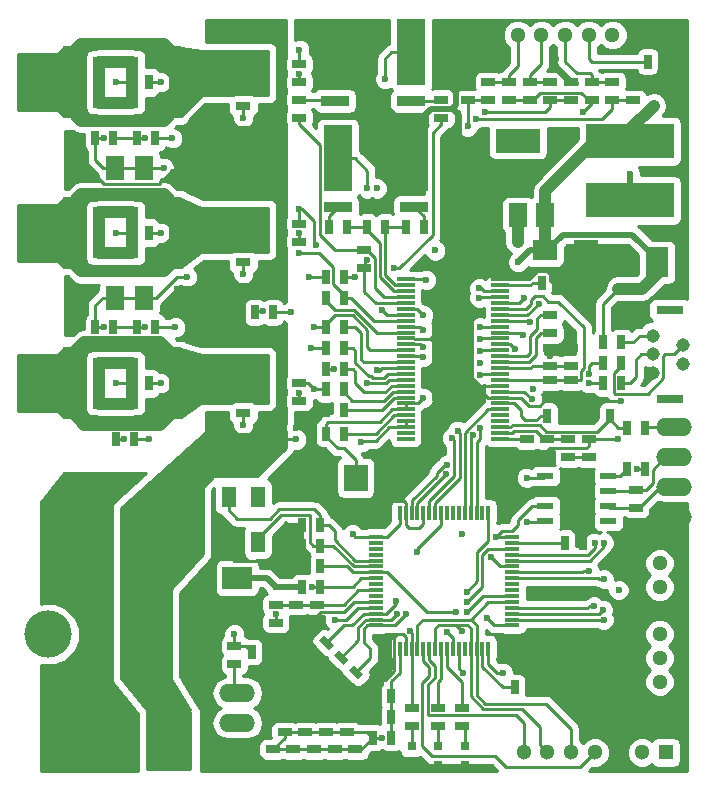
<source format=gtl>
G04 #@! TF.FileFunction,Copper,L1,Top,Signal*
%FSLAX46Y46*%
G04 Gerber Fmt 4.6, Leading zero omitted, Abs format (unit mm)*
G04 Created by KiCad (PCBNEW 4.0.6) date 07/13/17 22:09:39*
%MOMM*%
%LPD*%
G01*
G04 APERTURE LIST*
%ADD10C,0.100000*%
%ADD11R,0.635000X1.143000*%
%ADD12R,1.143000X0.635000*%
%ADD13R,1.501140X0.299720*%
%ADD14R,3.599180X7.000240*%
%ADD15C,1.143000*%
%ADD16R,2.300000X0.800000*%
%ADD17R,2.499360X1.950720*%
%ADD18R,1.950720X2.499360*%
%ADD19O,3.048000X1.524000*%
%ADD20R,7.498080X2.997200*%
%ADD21C,1.300480*%
%ADD22R,1.300000X1.300000*%
%ADD23C,1.300000*%
%ADD24R,4.000000X5.000000*%
%ADD25R,5.000000X4.000000*%
%ADD26R,2.438400X5.588000*%
%ADD27R,2.438400X0.889000*%
%ADD28R,1.300480X0.300000*%
%ADD29R,0.300000X1.300480*%
%ADD30R,1.399540X0.599440*%
%ADD31R,1.198880X1.800860*%
%ADD32R,0.701040X1.300480*%
%ADD33R,1.099820X0.850900*%
%ADD34R,1.099820X1.699260*%
%ADD35R,1.300480X0.701040*%
%ADD36R,0.850900X1.099820*%
%ADD37R,1.699260X1.099820*%
%ADD38R,0.800000X0.800000*%
%ADD39R,2.100580X1.699260*%
%ADD40R,3.800000X2.000000*%
%ADD41R,1.500000X2.000000*%
%ADD42R,1.524000X2.032000*%
%ADD43R,1.998980X2.301240*%
%ADD44R,4.100000X2.000000*%
%ADD45C,4.000000*%
%ADD46C,0.600000*%
%ADD47C,0.500000*%
%ADD48C,1.000000*%
%ADD49C,0.250000*%
%ADD50C,0.254000*%
G04 APERTURE END LIST*
D10*
D11*
X50512000Y-127750000D03*
X48988000Y-127750000D03*
D12*
X71750000Y-115262000D03*
X71750000Y-113738000D03*
D13*
X57749500Y-109696220D03*
X57749500Y-110196600D03*
X57749500Y-110696980D03*
X57749500Y-111197360D03*
X57749500Y-111697740D03*
X57749500Y-112195580D03*
X57749500Y-112695960D03*
X57749500Y-113196340D03*
X57749500Y-113696720D03*
X57749500Y-114197100D03*
X57749500Y-114697480D03*
X57749500Y-105197880D03*
X57749500Y-105695720D03*
X57749500Y-106196100D03*
X65750500Y-110696980D03*
X57749500Y-107196860D03*
X57749500Y-107697240D03*
X57749500Y-108197620D03*
X57749500Y-108695460D03*
X57749500Y-109195840D03*
X65750500Y-113196340D03*
X65750500Y-112695960D03*
X65750500Y-112195580D03*
X65750500Y-111697740D03*
X65750500Y-111197360D03*
X57749500Y-106696480D03*
X65750500Y-110196600D03*
X65750500Y-109696220D03*
X65750500Y-109195840D03*
X65750500Y-108695460D03*
X65750500Y-108197620D03*
X65750500Y-107697240D03*
X65750500Y-107196860D03*
X65750500Y-118695440D03*
X65750500Y-118197600D03*
X65750500Y-117697220D03*
X65750500Y-117196840D03*
X65750500Y-116696460D03*
X65750500Y-116196080D03*
X65750500Y-115695700D03*
X65750500Y-115197860D03*
X65750500Y-114697480D03*
X65750500Y-114197100D03*
X65750500Y-113696720D03*
X65750500Y-106696480D03*
X65750500Y-106196100D03*
X65750500Y-105695720D03*
X65750500Y-105197880D03*
X57749500Y-115197860D03*
X57749500Y-115695700D03*
X57749500Y-116196080D03*
X57749500Y-116696460D03*
X57749500Y-117196840D03*
X57749500Y-117697220D03*
X57749500Y-118197600D03*
X57749500Y-118695440D03*
D14*
X61750000Y-112000000D03*
D11*
X51000000Y-118250000D03*
X52524000Y-118250000D03*
D15*
X78650000Y-109950000D03*
X81250000Y-110750000D03*
X78650000Y-111550000D03*
X81250000Y-112350000D03*
X78650000Y-113150000D03*
D16*
X80100000Y-107800000D03*
X80100000Y-115300000D03*
D12*
X48500000Y-134262000D03*
X48500000Y-132738000D03*
D11*
X46262000Y-136750000D03*
X44738000Y-136750000D03*
X79762000Y-86750000D03*
X78238000Y-86750000D03*
D12*
X63000000Y-90012000D03*
X63000000Y-88488000D03*
X71750000Y-90012000D03*
X71750000Y-88488000D03*
X77000000Y-90012000D03*
X77000000Y-88488000D03*
X46500000Y-146512000D03*
X46500000Y-144988000D03*
X48250000Y-146512000D03*
X48250000Y-144988000D03*
X50000000Y-146512000D03*
X50000000Y-144988000D03*
X51750000Y-146512000D03*
X51750000Y-144988000D03*
X53500000Y-146512000D03*
X53500000Y-144988000D03*
D11*
X50512000Y-126000000D03*
X48988000Y-126000000D03*
X67000000Y-139750000D03*
X68524000Y-139750000D03*
X71226000Y-127500000D03*
X72750000Y-127500000D03*
D12*
X70000000Y-112512000D03*
X70000000Y-110988000D03*
X69750000Y-120250000D03*
X69750000Y-118726000D03*
X70000000Y-115262000D03*
X70000000Y-113738000D03*
X73250000Y-118726000D03*
X73250000Y-120250000D03*
X70000000Y-109762000D03*
X70000000Y-108238000D03*
D11*
X70774000Y-105500000D03*
X69250000Y-105500000D03*
D12*
X47500000Y-143512000D03*
X47500000Y-141988000D03*
D17*
X43500000Y-130476000D03*
X43500000Y-133524000D03*
D12*
X71750000Y-112512000D03*
X71750000Y-110988000D03*
D11*
X50976000Y-114500000D03*
X52500000Y-114500000D03*
X50988000Y-109250000D03*
X52512000Y-109250000D03*
X52524000Y-106750000D03*
X51000000Y-106750000D03*
D12*
X49250000Y-141988000D03*
X49250000Y-143512000D03*
D11*
X48988000Y-129500000D03*
X50512000Y-129500000D03*
D18*
X79024000Y-103750000D03*
X75976000Y-103750000D03*
D12*
X54250000Y-104250000D03*
X54250000Y-102726000D03*
X51000000Y-141988000D03*
X51000000Y-143512000D03*
D11*
X54488000Y-100750000D03*
X56012000Y-100750000D03*
X56512000Y-142250000D03*
X54988000Y-142250000D03*
D12*
X52750000Y-143512000D03*
X52750000Y-141988000D03*
D19*
X43500000Y-140210000D03*
X43500000Y-142750000D03*
X43500000Y-145290000D03*
D20*
X76750000Y-98499360D03*
X76750000Y-93500640D03*
D21*
X71250760Y-84500000D03*
X69249240Y-84500000D03*
X67250260Y-84500000D03*
X65248740Y-84500000D03*
X73249740Y-84500000D03*
X75251260Y-84500000D03*
X79250000Y-133249240D03*
X79250000Y-135250760D03*
X79250000Y-137249740D03*
X79250000Y-139251260D03*
X79250000Y-131250260D03*
X79250000Y-129248740D03*
D22*
X79754560Y-145250000D03*
D23*
X75751520Y-145250000D03*
X77753040Y-145250000D03*
X73752540Y-145250000D03*
X71751020Y-145250000D03*
X69749500Y-145250000D03*
X67750520Y-145250000D03*
D24*
X37750000Y-144250000D03*
X28750000Y-144250000D03*
D25*
X27500000Y-88500000D03*
X27500000Y-101250000D03*
X27500000Y-114000000D03*
D11*
X54988000Y-144000000D03*
X56512000Y-144000000D03*
X56512000Y-140500000D03*
X54988000Y-140500000D03*
D12*
X46750000Y-134262000D03*
X46750000Y-132738000D03*
X50250000Y-134262000D03*
X50250000Y-132738000D03*
X43250000Y-136238000D03*
X43250000Y-137762000D03*
D11*
X76012000Y-110500000D03*
X74488000Y-110500000D03*
X50512000Y-131250000D03*
X48988000Y-131250000D03*
D12*
X75250000Y-88488000D03*
X75250000Y-90012000D03*
X70000000Y-88488000D03*
X70000000Y-90012000D03*
X64750000Y-88488000D03*
X64750000Y-90012000D03*
X66500000Y-88488000D03*
X66500000Y-90012000D03*
X68250000Y-88488000D03*
X68250000Y-90012000D03*
X73500000Y-88488000D03*
X73500000Y-90012000D03*
D11*
X78012000Y-117750000D03*
X76488000Y-117750000D03*
X75012000Y-116750000D03*
X73488000Y-116750000D03*
D12*
X71500000Y-120250000D03*
X71500000Y-118726000D03*
D11*
X69738000Y-116750000D03*
X71262000Y-116750000D03*
D12*
X68000000Y-120250000D03*
X68000000Y-118726000D03*
X58250000Y-143012000D03*
X58250000Y-141488000D03*
X48750000Y-86988000D03*
X48750000Y-88512000D03*
D10*
G36*
X52640790Y-140167433D02*
X51832567Y-139359210D01*
X52281580Y-138910197D01*
X53089803Y-139718420D01*
X52640790Y-140167433D01*
X52640790Y-140167433D01*
G37*
G36*
X53718420Y-139089803D02*
X52910197Y-138281580D01*
X53359210Y-137832567D01*
X54167433Y-138640790D01*
X53718420Y-139089803D01*
X53718420Y-139089803D01*
G37*
D11*
X50988000Y-116250000D03*
X52512000Y-116250000D03*
D12*
X48750000Y-100488000D03*
X48750000Y-102012000D03*
D10*
G36*
X51390790Y-138917433D02*
X50582567Y-138109210D01*
X51031580Y-137660197D01*
X51839803Y-138468420D01*
X51390790Y-138917433D01*
X51390790Y-138917433D01*
G37*
G36*
X52468420Y-137839803D02*
X51660197Y-137031580D01*
X52109210Y-136582567D01*
X52917433Y-137390790D01*
X52468420Y-137839803D01*
X52468420Y-137839803D01*
G37*
D11*
X50988000Y-112750000D03*
X52512000Y-112750000D03*
X51000000Y-111000000D03*
X52524000Y-111000000D03*
X33226000Y-118750000D03*
X34750000Y-118750000D03*
D12*
X48750000Y-113976000D03*
X48750000Y-115500000D03*
D10*
G36*
X50140790Y-137667433D02*
X49332567Y-136859210D01*
X49781580Y-136410197D01*
X50589803Y-137218420D01*
X50140790Y-137667433D01*
X50140790Y-137667433D01*
G37*
G36*
X51218420Y-136589803D02*
X50410197Y-135781580D01*
X50859210Y-135332567D01*
X51667433Y-136140790D01*
X51218420Y-136589803D01*
X51218420Y-136589803D01*
G37*
D11*
X44988000Y-108000000D03*
X46512000Y-108000000D03*
X34988000Y-109250000D03*
X36512000Y-109250000D03*
X31488000Y-109250000D03*
X33012000Y-109250000D03*
D12*
X60500000Y-143012000D03*
X60500000Y-141488000D03*
X62500000Y-143012000D03*
X62500000Y-141488000D03*
D11*
X50976000Y-105000000D03*
X52500000Y-105000000D03*
X34988000Y-93250000D03*
X36512000Y-93250000D03*
X31488000Y-93250000D03*
X33012000Y-93250000D03*
D12*
X60750000Y-89988000D03*
X60750000Y-91512000D03*
X48750000Y-89988000D03*
X48750000Y-91512000D03*
D11*
X51238000Y-100750000D03*
X52762000Y-100750000D03*
X59262000Y-100750000D03*
X57738000Y-100750000D03*
D26*
X58488500Y-94952000D03*
X52011500Y-94952000D03*
D27*
X58488500Y-99079500D03*
X52011500Y-99079500D03*
D26*
X58238500Y-85952000D03*
X51761500Y-85952000D03*
D27*
X58238500Y-90079500D03*
X51761500Y-90079500D03*
D11*
X74488000Y-112250000D03*
X76012000Y-112250000D03*
X74488000Y-114000000D03*
X76012000Y-114000000D03*
D12*
X77250000Y-123000000D03*
X77250000Y-124524000D03*
D11*
X76488000Y-121250000D03*
X78012000Y-121250000D03*
D28*
X55249440Y-128499560D03*
X55249440Y-128999940D03*
X55249440Y-129500320D03*
X55249440Y-130000700D03*
X55249440Y-130501080D03*
X55249440Y-127000960D03*
X55249440Y-127498800D03*
X55249440Y-127999180D03*
D29*
X57250960Y-136500560D03*
X57748800Y-136500560D03*
X58249180Y-136500560D03*
X58749560Y-136500560D03*
X59249940Y-136500560D03*
X59750320Y-136500560D03*
X60250700Y-136500560D03*
X60751080Y-136500560D03*
D28*
X66750560Y-134499040D03*
X66750560Y-134001200D03*
X66750560Y-133500820D03*
X66750560Y-133000440D03*
X66750560Y-132500060D03*
X66750560Y-131999680D03*
X66750560Y-131499300D03*
X66750560Y-130998920D03*
D29*
X64749040Y-124999440D03*
X64251200Y-124999440D03*
X63750820Y-124999440D03*
X63250440Y-124999440D03*
X62750060Y-124999440D03*
X62249680Y-124999440D03*
X61749300Y-124999440D03*
X61248920Y-124999440D03*
D28*
X55249440Y-130998920D03*
X55249440Y-131499300D03*
X55249440Y-131999680D03*
D29*
X61248920Y-136500560D03*
X61749300Y-136500560D03*
X62249680Y-136500560D03*
D28*
X66750560Y-130501080D03*
X66750560Y-130000700D03*
X66750560Y-129500320D03*
D29*
X60751080Y-124999440D03*
X60250700Y-124999440D03*
X59750320Y-124999440D03*
D28*
X55249440Y-132500060D03*
X55249440Y-133000440D03*
X55249440Y-133500820D03*
X55249440Y-134001200D03*
X55249440Y-134499040D03*
D29*
X62750060Y-136500560D03*
X63250440Y-136500560D03*
X63750820Y-136500560D03*
X64251200Y-136500560D03*
X64749040Y-136500560D03*
D28*
X66750560Y-128999940D03*
X66750560Y-128499560D03*
X66750560Y-127999180D03*
X66750560Y-127498800D03*
X66750560Y-127000960D03*
D29*
X59249940Y-124999440D03*
X58749560Y-124999440D03*
X58249180Y-124999440D03*
X57748800Y-124999440D03*
X57250960Y-124999440D03*
D30*
X74917000Y-121845000D03*
X69583000Y-121845000D03*
X74917000Y-123115000D03*
X74917000Y-124385000D03*
X74917000Y-125655000D03*
X69583000Y-123115000D03*
X69583000Y-124385000D03*
X69583000Y-125655000D03*
D31*
X45249680Y-123600080D03*
X42750320Y-123600080D03*
X42750320Y-127399920D03*
X45249680Y-127399920D03*
D32*
X36000440Y-88500000D03*
D33*
X34600900Y-89079120D03*
X34600900Y-87920880D03*
X31799280Y-87920880D03*
X31799280Y-89079120D03*
X34600900Y-90229740D03*
X31799280Y-90229740D03*
X34600900Y-86770260D03*
X31799280Y-86770260D03*
D34*
X38250880Y-88500000D03*
X38250880Y-90699640D03*
X38250880Y-86300360D03*
X29251660Y-88500000D03*
X29251660Y-86300360D03*
X29251660Y-90699640D03*
D35*
X44000000Y-90500440D03*
D36*
X43420880Y-89100900D03*
X44579120Y-89100900D03*
X44579120Y-86299280D03*
X43420880Y-86299280D03*
X42270260Y-89100900D03*
X42270260Y-86299280D03*
X45729740Y-89100900D03*
X45729740Y-86299280D03*
D37*
X44000000Y-92750880D03*
X41800360Y-92750880D03*
X46199640Y-92750880D03*
X44000000Y-83751660D03*
X46199640Y-83751660D03*
X41800360Y-83751660D03*
D32*
X36000440Y-101250000D03*
D33*
X34600900Y-101829120D03*
X34600900Y-100670880D03*
X31799280Y-100670880D03*
X31799280Y-101829120D03*
X34600900Y-102979740D03*
X31799280Y-102979740D03*
X34600900Y-99520260D03*
X31799280Y-99520260D03*
D34*
X38250880Y-101250000D03*
X38250880Y-103449640D03*
X38250880Y-99050360D03*
X29251660Y-101250000D03*
X29251660Y-99050360D03*
X29251660Y-103449640D03*
D35*
X44000000Y-103750440D03*
D36*
X43420880Y-102350900D03*
X44579120Y-102350900D03*
X44579120Y-99549280D03*
X43420880Y-99549280D03*
X42270260Y-102350900D03*
X42270260Y-99549280D03*
X45729740Y-102350900D03*
X45729740Y-99549280D03*
D37*
X44000000Y-106000880D03*
X41800360Y-106000880D03*
X46199640Y-106000880D03*
X44000000Y-97001660D03*
X46199640Y-97001660D03*
X41800360Y-97001660D03*
D32*
X36000440Y-114000000D03*
D33*
X34600900Y-114579120D03*
X34600900Y-113420880D03*
X31799280Y-113420880D03*
X31799280Y-114579120D03*
X34600900Y-115729740D03*
X31799280Y-115729740D03*
X34600900Y-112270260D03*
X31799280Y-112270260D03*
D34*
X38250880Y-114000000D03*
X38250880Y-116199640D03*
X38250880Y-111800360D03*
X29251660Y-114000000D03*
X29251660Y-111800360D03*
X29251660Y-116199640D03*
D35*
X44000000Y-116500440D03*
D36*
X43420880Y-115100900D03*
X44579120Y-115100900D03*
X44579120Y-112299280D03*
X43420880Y-112299280D03*
X42270260Y-115100900D03*
X42270260Y-112299280D03*
X45729740Y-115100900D03*
X45729740Y-112299280D03*
D37*
X44000000Y-118750880D03*
X41800360Y-118750880D03*
X46199640Y-118750880D03*
X44000000Y-109751660D03*
X46199640Y-109751660D03*
X41800360Y-109751660D03*
D38*
X62750000Y-146300000D03*
X62750000Y-144700000D03*
X60500000Y-146300000D03*
X60500000Y-144700000D03*
X58250000Y-146300000D03*
X58250000Y-144700000D03*
D39*
X69520260Y-102750000D03*
X72979740Y-102750000D03*
D40*
X67250000Y-93450000D03*
D41*
X67250000Y-99750000D03*
X69550000Y-99750000D03*
X64950000Y-99750000D03*
D42*
X31448000Y-135250000D03*
X34750000Y-135250000D03*
X40151000Y-138000000D03*
X36849000Y-138000000D03*
X34750000Y-138000000D03*
X31448000Y-138000000D03*
X33151000Y-95750000D03*
X29849000Y-95750000D03*
X35599000Y-95750000D03*
X38901000Y-95750000D03*
X40151000Y-132500000D03*
X36849000Y-132500000D03*
X40151000Y-135250000D03*
X36849000Y-135250000D03*
X35599000Y-106750000D03*
X38901000Y-106750000D03*
X33151000Y-106750000D03*
X29849000Y-106750000D03*
D43*
X53509140Y-122000000D03*
X49490860Y-122000000D03*
D44*
X29650000Y-125450000D03*
X38350000Y-125450000D03*
D19*
X80500000Y-122770000D03*
X80500000Y-125310000D03*
X80500000Y-120230000D03*
X80500000Y-117690000D03*
D45*
X27500000Y-135250000D03*
D46*
X48500000Y-117750000D03*
X29750000Y-122750000D03*
X47250000Y-122000000D03*
X70000000Y-111704498D03*
X33250000Y-101250000D03*
X48000000Y-123500000D03*
X47500000Y-126250000D03*
X70500000Y-86500000D03*
X75755215Y-118750000D03*
X77295502Y-121250000D03*
X76000000Y-115501501D03*
X43250000Y-135250000D03*
X58750000Y-128250000D03*
X75770004Y-131500000D03*
X49795502Y-131250000D03*
X63000000Y-92250000D03*
X63407876Y-118407876D03*
X64500000Y-91000000D03*
X61648327Y-118628021D03*
X63670028Y-91615000D03*
X62139641Y-118009383D03*
X53250000Y-126750000D03*
X68458444Y-115288907D03*
X67750000Y-106750000D03*
X67250000Y-102000000D03*
X46750000Y-131250000D03*
X51750000Y-134000000D03*
X72750000Y-91000000D03*
X65364040Y-127000000D03*
X66000000Y-138500000D03*
X55704498Y-144000000D03*
X58119742Y-135000000D03*
X76750000Y-96250000D03*
X60250000Y-102750000D03*
X59250000Y-115250000D03*
X44000000Y-113750000D03*
X50000000Y-114500000D03*
X54500000Y-114000000D03*
X50000000Y-109250000D03*
X50190129Y-102309871D03*
X44000000Y-101000000D03*
X48750000Y-99250000D03*
X48750000Y-103000000D03*
X44000000Y-87750000D03*
X48750000Y-85750000D03*
X62000000Y-133385000D03*
X67250000Y-103750000D03*
X75750000Y-106000000D03*
X78750000Y-90500000D03*
X54470880Y-103562622D03*
X56750000Y-104250000D03*
X40750000Y-107250000D03*
X30000000Y-108500000D03*
X59500000Y-105250000D03*
X35250000Y-132500000D03*
X46750000Y-133545502D03*
X48500000Y-118750000D03*
X54000000Y-119000000D03*
X39250000Y-105000000D03*
X32204498Y-109250000D03*
X33250000Y-114000000D03*
X33942498Y-118750000D03*
X54500000Y-97500000D03*
X55300000Y-112900000D03*
X37250000Y-95750000D03*
X33250000Y-88500000D03*
X32204498Y-93250000D03*
X56000000Y-88250000D03*
X59250000Y-108250000D03*
X62977693Y-132477693D03*
X62949740Y-131635904D03*
X62500000Y-135000000D03*
X62940129Y-133385000D03*
X51704498Y-112750000D03*
X44000000Y-117500000D03*
X49750000Y-111000000D03*
X36000000Y-118750000D03*
X37000000Y-114000000D03*
X45704498Y-107885000D03*
X44000000Y-104750000D03*
X35704498Y-109250000D03*
X37000000Y-101250000D03*
X49575129Y-105000000D03*
X44000000Y-91500000D03*
X35704498Y-93250000D03*
X37000000Y-88500000D03*
X48750000Y-87795502D03*
X57815129Y-133565129D03*
X48750000Y-101295502D03*
X57000000Y-133500000D03*
X48750000Y-114783502D03*
X56940110Y-132440148D03*
X48000000Y-108000000D03*
X59250000Y-111750000D03*
X38250000Y-109250000D03*
X59250000Y-110959997D03*
X53491564Y-105020442D03*
X59250000Y-109500000D03*
X38000000Y-93250000D03*
X55290003Y-97500000D03*
X55750000Y-107811860D03*
X73250000Y-113209997D03*
X74540003Y-127500000D03*
X73250000Y-114000000D03*
X73750000Y-127500000D03*
X68500000Y-114500000D03*
X64039592Y-113250000D03*
X64614639Y-133885361D03*
X69000000Y-107250000D03*
X74500000Y-134000000D03*
X64039592Y-109250000D03*
X74460130Y-133170127D03*
X73691867Y-132885820D03*
X64039592Y-110250000D03*
X64039592Y-111250000D03*
X64032876Y-117782876D03*
X62500000Y-126750000D03*
X64000000Y-105959997D03*
X61269999Y-135055010D03*
X64000000Y-106750000D03*
X64039592Y-112250000D03*
X62635440Y-138500000D03*
X74532155Y-130572614D03*
X68294116Y-108763119D03*
X73250000Y-129886080D03*
X67686604Y-109907919D03*
X64934871Y-128684871D03*
X67000000Y-111082740D03*
X68000000Y-125750000D03*
X61178945Y-121678945D03*
X68000000Y-122000000D03*
X61255040Y-120892617D03*
D47*
X62259999Y-94759999D02*
X64950000Y-97450000D01*
X64950000Y-97450000D02*
X64950000Y-99750000D01*
X61673501Y-90754499D02*
X61745501Y-90754499D01*
X61745501Y-90754499D02*
X62259999Y-91268997D01*
X62259999Y-91268997D02*
X62259999Y-94759999D01*
X64950000Y-99750000D02*
X64950000Y-102779374D01*
X65750500Y-103579874D02*
X65750500Y-105105859D01*
X64950000Y-102779374D02*
X65750500Y-103579874D01*
X61673501Y-90754499D02*
X59897701Y-90754499D01*
X59897701Y-90754499D02*
X58488500Y-92163700D01*
X58488500Y-92163700D02*
X58488500Y-94952000D01*
X63000000Y-88488000D02*
X62746000Y-88488000D01*
X62746000Y-88488000D02*
X61988499Y-89245501D01*
X61988499Y-89245501D02*
X61988499Y-90439501D01*
X61988499Y-90439501D02*
X61673501Y-90754499D01*
D48*
X29750000Y-122750000D02*
X29750000Y-125350000D01*
X29750000Y-125350000D02*
X29650000Y-125450000D01*
X49490860Y-122000000D02*
X47250000Y-122000000D01*
D49*
X70000000Y-110988000D02*
X70000000Y-111704498D01*
D48*
X34600900Y-100670880D02*
X34600900Y-101250000D01*
X34600900Y-101250000D02*
X34600900Y-101829120D01*
D49*
X33250000Y-101250000D02*
X34600900Y-101250000D01*
X49490860Y-117179640D02*
X49179640Y-117179640D01*
X49179640Y-117179640D02*
X48934871Y-116934871D01*
X48000000Y-123500000D02*
X49391480Y-123500000D01*
X49391480Y-123500000D02*
X49490860Y-123400620D01*
X48000000Y-126000000D02*
X47771501Y-126000000D01*
X47771501Y-126000000D02*
X47500000Y-125728499D01*
X48988000Y-126000000D02*
X48000000Y-126000000D01*
X48988000Y-127750000D02*
X48988000Y-128004000D01*
X48988000Y-127750000D02*
X48988000Y-126000000D01*
X50090240Y-124000000D02*
X57649600Y-124000000D01*
X57649600Y-124000000D02*
X57748800Y-124099200D01*
X57748800Y-124099200D02*
X57748800Y-124999440D01*
X49490860Y-122000000D02*
X49490860Y-123400620D01*
X49490860Y-123400620D02*
X50090240Y-124000000D01*
X50988000Y-116250000D02*
X50420500Y-116250000D01*
X50420500Y-116250000D02*
X49490860Y-117179640D01*
X49490860Y-117179640D02*
X49490860Y-120599380D01*
X49490860Y-120599380D02*
X49490860Y-122000000D01*
X60500000Y-146300000D02*
X62750000Y-146300000D01*
X58250000Y-146300000D02*
X60500000Y-146300000D01*
X43199970Y-129000000D02*
X47920500Y-129000000D01*
X47920500Y-129000000D02*
X48420500Y-129500000D01*
X48420500Y-129500000D02*
X48988000Y-129500000D01*
X42750320Y-127399920D02*
X42750320Y-128550350D01*
X42750320Y-128550350D02*
X43199970Y-129000000D01*
X70000000Y-110988000D02*
X71750000Y-110988000D01*
X65750500Y-115197860D02*
X64749930Y-115197860D01*
X64749930Y-115197860D02*
X61750000Y-112197930D01*
X61750000Y-112197930D02*
X61750000Y-112000000D01*
X65750500Y-105197880D02*
X68179852Y-105197880D01*
X69706002Y-104500000D02*
X70000000Y-104793998D01*
X68179852Y-105197880D02*
X68877732Y-104500000D01*
X70206500Y-105500000D02*
X70774000Y-105500000D01*
X68877732Y-104500000D02*
X69706002Y-104500000D01*
X70000000Y-104793998D02*
X70000000Y-105293500D01*
X70000000Y-105293500D02*
X70206500Y-105500000D01*
X70774000Y-105246000D02*
X70774000Y-105500000D01*
X48988000Y-127750000D02*
X48988000Y-129500000D01*
X65750500Y-114197100D02*
X64076490Y-114197100D01*
X64076490Y-114197100D02*
X61879390Y-112000000D01*
X61879390Y-112000000D02*
X61750000Y-112000000D01*
X70000000Y-115262000D02*
X69746000Y-115262000D01*
X69746000Y-115262000D02*
X69102996Y-115905004D01*
X69102996Y-115905004D02*
X68204799Y-115905004D01*
X68204799Y-115905004D02*
X67497655Y-115197860D01*
X67497655Y-115197860D02*
X65750500Y-115197860D01*
X70500000Y-86500000D02*
X70500000Y-87492000D01*
X70500000Y-87492000D02*
X71496000Y-88488000D01*
X71496000Y-88488000D02*
X71750000Y-88488000D01*
X50250000Y-134262000D02*
X48500000Y-134262000D01*
X55249440Y-132500060D02*
X53372208Y-132500060D01*
X53372208Y-132500060D02*
X52501767Y-133370501D01*
X52501767Y-133370501D02*
X50573999Y-133370501D01*
X50573999Y-133370501D02*
X50250000Y-133694500D01*
X50250000Y-133694500D02*
X50250000Y-134262000D01*
X58000000Y-126250000D02*
X57748800Y-125998800D01*
X57748800Y-125998800D02*
X57748800Y-124999440D01*
X58899620Y-126250000D02*
X58000000Y-126250000D01*
X59249940Y-124999440D02*
X59249940Y-125899680D01*
X59249940Y-125899680D02*
X58899620Y-126250000D01*
X73250000Y-118726000D02*
X73250000Y-119293500D01*
X73250000Y-119293500D02*
X73043500Y-119500000D01*
X69932500Y-119500000D02*
X69750000Y-119682500D01*
X73043500Y-119500000D02*
X69932500Y-119500000D01*
X69750000Y-119682500D02*
X69750000Y-120250000D01*
X68000000Y-120250000D02*
X69750000Y-120250000D01*
X75755215Y-118750000D02*
X73274000Y-118750000D01*
X73274000Y-118750000D02*
X73250000Y-118726000D01*
X78012000Y-121250000D02*
X77295502Y-121250000D01*
X73488000Y-116750000D02*
X73488000Y-116496000D01*
X73488000Y-116496000D02*
X74482499Y-115501501D01*
X74482499Y-115501501D02*
X76000000Y-115501501D01*
X57748800Y-136500560D02*
X57748800Y-135498800D01*
X54988000Y-139512000D02*
X54988000Y-140500000D01*
X57748800Y-135498800D02*
X57500000Y-135250000D01*
X56000000Y-139127732D02*
X55372268Y-139127732D01*
X57500000Y-135250000D02*
X57000000Y-135250000D01*
X57000000Y-135250000D02*
X56750000Y-135500000D01*
X56750000Y-135500000D02*
X56750000Y-138377732D01*
X56750000Y-138377732D02*
X56000000Y-139127732D01*
X55372268Y-139127732D02*
X54988000Y-139512000D01*
D48*
X31799280Y-102979740D02*
X34600900Y-102979740D01*
X34600900Y-101829120D02*
X34600900Y-102979740D01*
X34600900Y-99520260D02*
X34600900Y-100670880D01*
X31799280Y-99520260D02*
X34600900Y-99520260D01*
X31799280Y-99520260D02*
X31799280Y-100670880D01*
X31799280Y-101829120D02*
X31799280Y-100670880D01*
X31799280Y-102979740D02*
X31799280Y-101829120D01*
D49*
X57749500Y-110196600D02*
X58446600Y-110196600D01*
X58446600Y-110196600D02*
X58482119Y-110232119D01*
X58482119Y-110232119D02*
X59982119Y-110232119D01*
X59982119Y-110232119D02*
X61750000Y-112000000D01*
X53750700Y-131499300D02*
X52512000Y-132738000D01*
X52512000Y-132738000D02*
X50250000Y-132738000D01*
X55249440Y-131499300D02*
X53750700Y-131499300D01*
X48500000Y-132738000D02*
X50250000Y-132738000D01*
X46750000Y-132738000D02*
X48500000Y-132738000D01*
X43250000Y-135250000D02*
X43250000Y-136238000D01*
X60751080Y-125998920D02*
X58750000Y-128000000D01*
X58750000Y-128000000D02*
X58750000Y-128250000D01*
X60751080Y-124999440D02*
X60751080Y-125998920D01*
X43250000Y-136238000D02*
X44226000Y-136238000D01*
X44226000Y-136238000D02*
X44738000Y-136750000D01*
X50512000Y-131250000D02*
X49795502Y-131250000D01*
X73249740Y-86499740D02*
X73500000Y-86750000D01*
X73500000Y-86750000D02*
X78238000Y-86750000D01*
X73249740Y-84500000D02*
X73249740Y-86499740D01*
X55249440Y-130501080D02*
X53998920Y-130501080D01*
X53998920Y-130501080D02*
X53250000Y-131250000D01*
X53250000Y-131250000D02*
X50512000Y-131250000D01*
X63000000Y-90012000D02*
X64750000Y-90012000D01*
X63000000Y-92250000D02*
X63000000Y-90012000D01*
X63250440Y-124999440D02*
X63250440Y-118565312D01*
X63250440Y-118565312D02*
X63407876Y-118407876D01*
X64500000Y-91000000D02*
X69579500Y-91000000D01*
X69579500Y-91000000D02*
X70000000Y-90579500D01*
X70000000Y-90579500D02*
X70000000Y-90012000D01*
X61870040Y-121857592D02*
X61870040Y-118849734D01*
X61870040Y-118849734D02*
X61648327Y-118628021D01*
X59750320Y-124999440D02*
X59750320Y-123977312D01*
X59750320Y-123977312D02*
X61870040Y-121857592D01*
X71750000Y-90012000D02*
X70000000Y-90012000D01*
X63670028Y-91615000D02*
X74385000Y-91615000D01*
X74385000Y-91615000D02*
X75250000Y-90750000D01*
X74799999Y-91200001D02*
X75250000Y-90750000D01*
X75250000Y-90750000D02*
X75250000Y-90012000D01*
X62310050Y-118500000D02*
X62310050Y-118179792D01*
X62310050Y-118179792D02*
X62139641Y-118009383D01*
X62310050Y-122039850D02*
X62310050Y-118500000D01*
X60250700Y-124999440D02*
X60250700Y-124099200D01*
X60250700Y-124099200D02*
X62310050Y-122039850D01*
X75250000Y-90012000D02*
X77000000Y-90012000D01*
X55249440Y-127000960D02*
X53500960Y-127000960D01*
X53500960Y-127000960D02*
X53250000Y-126750000D01*
X67787278Y-114697480D02*
X68458444Y-115288907D01*
X68379801Y-115290003D02*
X68457348Y-115290003D01*
X68457348Y-115290003D02*
X68458444Y-115288907D01*
D48*
X67250000Y-99750000D02*
X67250000Y-102000000D01*
D49*
X65750500Y-107196860D02*
X67303140Y-107196860D01*
X67303140Y-107196860D02*
X67750000Y-106750000D01*
D47*
X48988000Y-131250000D02*
X46750000Y-131250000D01*
X43500000Y-130476000D02*
X45976000Y-130476000D01*
X45976000Y-130476000D02*
X46750000Y-131250000D01*
D49*
X53749560Y-133000440D02*
X52690010Y-134059990D01*
X52690010Y-134059990D02*
X51809990Y-134059990D01*
X51809990Y-134059990D02*
X51750000Y-134000000D01*
X55249440Y-133000440D02*
X53749560Y-133000440D01*
X73500000Y-90012000D02*
X73500000Y-90250000D01*
X73500000Y-90250000D02*
X72750000Y-91000000D01*
X68250000Y-90012000D02*
X68504000Y-90012000D01*
X69136501Y-89379499D02*
X72613499Y-89379499D01*
X68504000Y-90012000D02*
X69136501Y-89379499D01*
X72613499Y-89379499D02*
X73246000Y-90012000D01*
X73246000Y-90012000D02*
X73500000Y-90012000D01*
X66500000Y-90012000D02*
X68250000Y-90012000D01*
X65750500Y-114697480D02*
X67787278Y-114697480D01*
X57250960Y-124999440D02*
X57250960Y-125899680D01*
X57250960Y-125899680D02*
X56149680Y-127000960D01*
X56149680Y-127000960D02*
X55249440Y-127000960D01*
X66750560Y-127000960D02*
X65365000Y-127000960D01*
X65365000Y-127000960D02*
X65364040Y-127000000D01*
X66750000Y-126500000D02*
X65864040Y-126500000D01*
X65864040Y-126500000D02*
X65364040Y-127000000D01*
X67250000Y-126000000D02*
X66750000Y-126500000D01*
X67250000Y-125589798D02*
X67250000Y-126000000D01*
X69583000Y-124385000D02*
X68454798Y-124385000D01*
X68454798Y-124385000D02*
X67250000Y-125589798D01*
X64749040Y-137749040D02*
X65500000Y-138500000D01*
X65500000Y-138500000D02*
X66000000Y-138500000D01*
X64749040Y-136500560D02*
X64749040Y-137749040D01*
X54988000Y-144000000D02*
X55704498Y-144000000D01*
X58249180Y-136500560D02*
X58249180Y-135129438D01*
X58249180Y-135129438D02*
X58119742Y-135000000D01*
X58250000Y-141488000D02*
X58250000Y-136501380D01*
X58250000Y-136501380D02*
X58249180Y-136500560D01*
X52750000Y-143512000D02*
X54500000Y-143512000D01*
X54500000Y-143512000D02*
X54988000Y-144000000D01*
X47500000Y-143512000D02*
X47500000Y-143988000D01*
X47500000Y-143988000D02*
X46500000Y-144988000D01*
X51000000Y-143512000D02*
X52750000Y-143512000D01*
X49250000Y-143512000D02*
X51000000Y-143512000D01*
X47500000Y-143512000D02*
X49250000Y-143512000D01*
X53500000Y-144988000D02*
X54000000Y-144988000D01*
X54000000Y-144988000D02*
X54988000Y-144000000D01*
X51750000Y-144988000D02*
X53500000Y-144988000D01*
X50000000Y-144988000D02*
X51750000Y-144988000D01*
X48250000Y-144988000D02*
X50000000Y-144988000D01*
X46500000Y-144988000D02*
X48250000Y-144988000D01*
X42750320Y-123600080D02*
X42750320Y-124750510D01*
X43499810Y-125500000D02*
X46226342Y-125500000D01*
X42750320Y-124750510D02*
X43499810Y-125500000D01*
X46226342Y-125500000D02*
X47052853Y-124673489D01*
X47052853Y-124673489D02*
X50006990Y-124673490D01*
X50006990Y-124673490D02*
X50512000Y-125178500D01*
X50512000Y-125178500D02*
X50512000Y-126000000D01*
X51750000Y-126500000D02*
X51250000Y-126000000D01*
X51250000Y-126000000D02*
X50512000Y-126000000D01*
X51750000Y-127255464D02*
X51750000Y-126500000D01*
X53494476Y-128999940D02*
X51750000Y-127255464D01*
X55249440Y-128999940D02*
X53494476Y-128999940D01*
X64251200Y-136500560D02*
X64251200Y-137400800D01*
X64251200Y-137400800D02*
X64250000Y-137402000D01*
X64250000Y-137402000D02*
X64250000Y-138000000D01*
X64250000Y-138000000D02*
X66000000Y-139750000D01*
X66000000Y-139750000D02*
X67000000Y-139750000D01*
X64250000Y-136501760D02*
X64251200Y-136500560D01*
X71226000Y-127500000D02*
X66751760Y-127500000D01*
X66751760Y-127500000D02*
X66750560Y-127498800D01*
X65750500Y-112695960D02*
X68304040Y-112695960D01*
X68304040Y-112695960D02*
X68488000Y-112512000D01*
X68488000Y-112512000D02*
X69178500Y-112512000D01*
X69178500Y-112512000D02*
X70000000Y-112512000D01*
X70000000Y-112512000D02*
X71750000Y-112512000D01*
X69750000Y-118726000D02*
X69496000Y-118726000D01*
X69496000Y-118726000D02*
X68770000Y-118000000D01*
X68770000Y-118000000D02*
X66948670Y-118000000D01*
X66948670Y-118000000D02*
X66751070Y-118197600D01*
X66751070Y-118197600D02*
X65750500Y-118197600D01*
X69750000Y-118726000D02*
X71500000Y-118726000D01*
X65750500Y-107697240D02*
X67930492Y-107697240D01*
X68384999Y-107242733D02*
X68384999Y-106954799D01*
X67930492Y-107697240D02*
X68384999Y-107242733D01*
X68384999Y-106954799D02*
X68704799Y-106634999D01*
X69823501Y-107073501D02*
X70629499Y-107073501D01*
X68704799Y-106634999D02*
X69384999Y-106634999D01*
X69384999Y-106634999D02*
X69823501Y-107073501D01*
X72809990Y-112739805D02*
X72634999Y-112914796D01*
X72634999Y-112914796D02*
X72634999Y-113674501D01*
X72571500Y-113738000D02*
X71750000Y-113738000D01*
X70629499Y-107073501D02*
X72809990Y-109253992D01*
X72809990Y-109253992D02*
X72809990Y-112739805D01*
X72634999Y-113674501D02*
X72571500Y-113738000D01*
X69178500Y-113738000D02*
X69250000Y-113738000D01*
X69250000Y-113738000D02*
X70000000Y-113738000D01*
X65750500Y-113696720D02*
X69208720Y-113696720D01*
X69208720Y-113696720D02*
X69250000Y-113738000D01*
X65750500Y-113696720D02*
X66446720Y-113696720D01*
X69172739Y-113732239D02*
X69178500Y-113738000D01*
X70000000Y-113738000D02*
X71750000Y-113738000D01*
X73250000Y-120250000D02*
X71500000Y-120250000D01*
X68750000Y-111622268D02*
X68750000Y-110190500D01*
X65750500Y-112195580D02*
X68176688Y-112195580D01*
X68176688Y-112195580D02*
X68750000Y-111622268D01*
X70000000Y-109762000D02*
X69178500Y-109762000D01*
X69178500Y-109762000D02*
X68750000Y-110190500D01*
X68309990Y-110008242D02*
X68309990Y-111440010D01*
X68309990Y-111440010D02*
X68052260Y-111697740D01*
X65750500Y-111697740D02*
X68052260Y-111697740D01*
X68909116Y-109409116D02*
X68309990Y-110008242D01*
X68909116Y-108507384D02*
X68909116Y-109409116D01*
X70000000Y-108238000D02*
X69178500Y-108238000D01*
X69178500Y-108238000D02*
X68909116Y-108507384D01*
X68304280Y-105695720D02*
X68500000Y-105500000D01*
X68500000Y-105500000D02*
X69250000Y-105500000D01*
X65750500Y-105695720D02*
X68304280Y-105695720D01*
D47*
X76750000Y-98499360D02*
X76750000Y-96250000D01*
D49*
X57749500Y-115695700D02*
X58804300Y-115695700D01*
X58804300Y-115695700D02*
X59250000Y-115250000D01*
X57749500Y-116196080D02*
X56627042Y-116196080D01*
X56627042Y-116196080D02*
X55573122Y-117250000D01*
X55573122Y-117250000D02*
X51178500Y-117250000D01*
X51178500Y-117250000D02*
X51000000Y-117428500D01*
X51000000Y-117428500D02*
X51000000Y-118250000D01*
X57749500Y-116196080D02*
X57749500Y-115695700D01*
X53509140Y-122000000D02*
X53509140Y-120509140D01*
X53509140Y-120509140D02*
X52500000Y-119500000D01*
X52500000Y-119500000D02*
X51996000Y-119500000D01*
X51996000Y-119500000D02*
X51000000Y-118504000D01*
X51000000Y-118504000D02*
X51000000Y-118250000D01*
X55195390Y-118250000D02*
X52524000Y-118250000D01*
X57749500Y-116696460D02*
X56748930Y-116696460D01*
X56748930Y-116696460D02*
X55195390Y-118250000D01*
D48*
X36988499Y-117488499D02*
X38250880Y-116226118D01*
X38250880Y-116226118D02*
X38250880Y-116199640D01*
X30500000Y-117500000D02*
X32344998Y-117500000D01*
X32344998Y-117500000D02*
X32356499Y-117488499D01*
X32356499Y-117488499D02*
X36988499Y-117488499D01*
X29971770Y-116971770D02*
X30500000Y-117500000D01*
X29971770Y-116919750D02*
X29971770Y-116971770D01*
X29251660Y-111800360D02*
X30540519Y-110511501D01*
X30540519Y-110511501D02*
X36988499Y-110511501D01*
X36988499Y-110511501D02*
X37450520Y-110973522D01*
X37450520Y-110973522D02*
X37450520Y-111000000D01*
X37450520Y-111000000D02*
X38250880Y-111800360D01*
X29251660Y-116199640D02*
X29971770Y-116919750D01*
X37550360Y-111800360D02*
X38250880Y-111800360D01*
D49*
X50976000Y-114500000D02*
X50000000Y-114500000D01*
X57749500Y-113696720D02*
X56363278Y-113696720D01*
X49476000Y-113976000D02*
X48750000Y-113976000D01*
X50000000Y-114500000D02*
X49476000Y-113976000D01*
X56059998Y-114000000D02*
X54500000Y-114000000D01*
X56363278Y-113696720D02*
X56059998Y-114000000D01*
X52500000Y-114500000D02*
X52500000Y-114754000D01*
X53246000Y-115500000D02*
X55877732Y-115500000D01*
X52500000Y-114754000D02*
X53246000Y-115500000D01*
X55877732Y-115500000D02*
X56680252Y-114697480D01*
X56680252Y-114697480D02*
X57749500Y-114697480D01*
X50000000Y-109250000D02*
X50988000Y-109250000D01*
X50000000Y-101590270D02*
X50000000Y-102119742D01*
X50000000Y-102119742D02*
X50190129Y-102309871D01*
X48750000Y-100488000D02*
X48750000Y-99250000D01*
X49000000Y-99250000D02*
X48750000Y-99250000D01*
X50000000Y-100250000D02*
X49000000Y-99250000D01*
X50000000Y-101590270D02*
X50000000Y-100250000D01*
D48*
X38250880Y-99000880D02*
X37250000Y-98000000D01*
X37250000Y-98000000D02*
X30302020Y-98000000D01*
X38250880Y-99050360D02*
X38250880Y-99000880D01*
X29251660Y-99050360D02*
X30302020Y-98000000D01*
X38250880Y-103449640D02*
X38250880Y-103499120D01*
X38250880Y-103499120D02*
X37250000Y-104500000D01*
X37250000Y-104500000D02*
X30302020Y-104500000D01*
X30302020Y-104500000D02*
X29251660Y-103449640D01*
D49*
X53250000Y-108250000D02*
X51734000Y-108250000D01*
X51734000Y-108250000D02*
X50988000Y-108996000D01*
X50988000Y-108996000D02*
X50988000Y-109250000D01*
X54440010Y-109440010D02*
X53250000Y-108250000D01*
X54697360Y-111197360D02*
X54440010Y-110940010D01*
X54440010Y-110940010D02*
X54440010Y-109440010D01*
X57749500Y-111197360D02*
X54697360Y-111197360D01*
X57749500Y-112195580D02*
X54195580Y-112195580D01*
X54195580Y-112195580D02*
X54000000Y-112000000D01*
X54000000Y-112000000D02*
X54000000Y-109750000D01*
X54000000Y-109750000D02*
X53500000Y-109250000D01*
X53500000Y-109250000D02*
X52512000Y-109250000D01*
X52524000Y-106750000D02*
X52524000Y-106496000D01*
X52524000Y-106496000D02*
X51608501Y-105580501D01*
X51608501Y-105580501D02*
X51608501Y-104176499D01*
X51608501Y-104176499D02*
X50432002Y-103000000D01*
X50432002Y-103000000D02*
X48750000Y-103000000D01*
X48750000Y-86988000D02*
X48750000Y-85750000D01*
D48*
X37250000Y-91750000D02*
X30302020Y-91750000D01*
X30302020Y-91750000D02*
X29251660Y-90699640D01*
X38250880Y-90749120D02*
X37250000Y-91750000D01*
X38250880Y-90699640D02*
X38250880Y-90749120D01*
X38250880Y-86300360D02*
X38250880Y-86250880D01*
X38250880Y-86250880D02*
X37250000Y-85250000D01*
X37250000Y-85250000D02*
X30250000Y-85250000D01*
X30250000Y-85250000D02*
X29251660Y-86248340D01*
X29251660Y-86248340D02*
X29251660Y-86300360D01*
D49*
X52524000Y-106750000D02*
X53091500Y-106750000D01*
X53091500Y-106750000D02*
X55036960Y-108695460D01*
X55036960Y-108695460D02*
X56748930Y-108695460D01*
X56748930Y-108695460D02*
X57749500Y-108695460D01*
X57749500Y-109696220D02*
X55318488Y-109696220D01*
X53372268Y-107750000D02*
X51746000Y-107750000D01*
X51000000Y-107004000D02*
X51000000Y-106750000D01*
X55318488Y-109696220D02*
X53372268Y-107750000D01*
X51746000Y-107750000D02*
X51000000Y-107004000D01*
X55249440Y-130000700D02*
X56149680Y-130000700D01*
X56149680Y-130000700D02*
X59533980Y-133385000D01*
X59533980Y-133385000D02*
X62000000Y-133385000D01*
X53250700Y-130000700D02*
X52750000Y-129500000D01*
X52750000Y-129500000D02*
X50512000Y-129500000D01*
X55249440Y-130000700D02*
X53250700Y-130000700D01*
D47*
X79024000Y-103750000D02*
X79024000Y-103475680D01*
X79024000Y-103475680D02*
X76948690Y-101400370D01*
X71070550Y-101400370D02*
X69720920Y-102750000D01*
X76948690Y-101400370D02*
X71070550Y-101400370D01*
X69720920Y-102750000D02*
X69520260Y-102750000D01*
X69520260Y-102750000D02*
X68250000Y-102750000D01*
X68250000Y-102750000D02*
X67250000Y-103750000D01*
D49*
X74488000Y-110500000D02*
X74488000Y-107262000D01*
X74488000Y-107262000D02*
X75750000Y-106000000D01*
D48*
X79024000Y-104726000D02*
X77750000Y-106000000D01*
X77750000Y-106000000D02*
X75750000Y-106000000D01*
X79024000Y-103750000D02*
X79024000Y-104726000D01*
X69550000Y-99750000D02*
X69550000Y-102720260D01*
X69550000Y-102720260D02*
X69520260Y-102750000D01*
X76750000Y-93500640D02*
X76750000Y-92500000D01*
X76750000Y-92500000D02*
X78750000Y-90500000D01*
X69550000Y-99750000D02*
X69550000Y-97750000D01*
X69550000Y-97750000D02*
X73799360Y-93500640D01*
X73799360Y-93500640D02*
X76750000Y-93500640D01*
D49*
X80500000Y-117690000D02*
X78072000Y-117690000D01*
X78072000Y-117690000D02*
X78012000Y-117750000D01*
X54283502Y-103750000D02*
X54283502Y-104216498D01*
X54283502Y-104216498D02*
X54250000Y-104250000D01*
X54470880Y-103562622D02*
X54283502Y-103750000D01*
X60022701Y-92806799D02*
X60022701Y-101445301D01*
X60022701Y-101445301D02*
X57218002Y-104250000D01*
X57218002Y-104250000D02*
X56750000Y-104250000D01*
X60750000Y-91512000D02*
X60750000Y-92079500D01*
X60750000Y-92079500D02*
X60022701Y-92806799D01*
X55196860Y-107196860D02*
X54250000Y-106250000D01*
X54250000Y-106250000D02*
X54250000Y-104250000D01*
X57749500Y-107196860D02*
X55196860Y-107196860D01*
X51781998Y-102750000D02*
X51805998Y-102726000D01*
X51805998Y-102726000D02*
X54250000Y-102726000D01*
X50477299Y-93806799D02*
X50477299Y-101445301D01*
X50477299Y-101445301D02*
X51781998Y-102750000D01*
X48750000Y-91512000D02*
X48750000Y-92079500D01*
X48750000Y-92079500D02*
X50477299Y-93806799D01*
X55946480Y-106696480D02*
X55136501Y-105886501D01*
X55136501Y-105886501D02*
X55136501Y-103358501D01*
X55136501Y-103358501D02*
X54504000Y-102726000D01*
X54504000Y-102726000D02*
X54250000Y-102726000D01*
X57749500Y-106696480D02*
X55946480Y-106696480D01*
X52762000Y-100750000D02*
X54488000Y-100750000D01*
X57749500Y-106196100D02*
X56748930Y-106196100D01*
X56748930Y-106196100D02*
X55576511Y-105023681D01*
X55576511Y-102092511D02*
X54488000Y-101004000D01*
X54488000Y-101004000D02*
X54488000Y-100750000D01*
X55576511Y-105023681D02*
X55576511Y-102092511D01*
X57738000Y-100750000D02*
X56012000Y-100750000D01*
X57749500Y-105695720D02*
X56879649Y-105695720D01*
X56879649Y-105695720D02*
X56016521Y-104832592D01*
X56016521Y-104832592D02*
X56016521Y-101576021D01*
X56016521Y-101576021D02*
X56012000Y-101571500D01*
X56012000Y-101571500D02*
X56012000Y-100750000D01*
X50512000Y-127750000D02*
X49944500Y-127750000D01*
X49944500Y-127750000D02*
X49620501Y-127426001D01*
X49620501Y-127426001D02*
X49620501Y-125176499D01*
X49557501Y-125113499D02*
X47235111Y-125113499D01*
X49620501Y-125176499D02*
X49557501Y-125113499D01*
X47235111Y-125113499D02*
X45249680Y-127098930D01*
X45249680Y-127098930D02*
X45249680Y-127399920D01*
X55249440Y-129500320D02*
X53372588Y-129500320D01*
X53372588Y-129500320D02*
X51622268Y-127750000D01*
X51622268Y-127750000D02*
X51079500Y-127750000D01*
X51079500Y-127750000D02*
X50512000Y-127750000D01*
X56512000Y-139238000D02*
X57250960Y-138499040D01*
X57250960Y-138499040D02*
X57250960Y-136500560D01*
X56512000Y-140500000D02*
X56512000Y-139238000D01*
X56512000Y-142250000D02*
X56512000Y-140500000D01*
X56512000Y-144000000D02*
X56512000Y-142250000D01*
D47*
X38901000Y-95750000D02*
X40548700Y-95750000D01*
X40548700Y-95750000D02*
X41800360Y-97001660D01*
X41800360Y-106000880D02*
X39650120Y-106000880D01*
X39650120Y-106000880D02*
X38901000Y-106750000D01*
D49*
X29849000Y-106750000D02*
X29849000Y-108349000D01*
X29849000Y-108349000D02*
X30000000Y-108500000D01*
X38000000Y-95910202D02*
X38740798Y-95910202D01*
X38740798Y-95910202D02*
X38901000Y-95750000D01*
X29849000Y-95750000D02*
X30861000Y-95750000D01*
X30861000Y-95750000D02*
X32192001Y-97081001D01*
X32192001Y-97081001D02*
X36829201Y-97081001D01*
X36829201Y-97081001D02*
X38000000Y-95910202D01*
X59500000Y-105250000D02*
X59447880Y-105197880D01*
X59447880Y-105197880D02*
X57749500Y-105197880D01*
D48*
X36849000Y-138000000D02*
X36849000Y-143349000D01*
X36849000Y-143349000D02*
X37750000Y-144250000D01*
D49*
X35250000Y-132500000D02*
X36849000Y-132500000D01*
X46750000Y-134262000D02*
X46750000Y-133545502D01*
X48500000Y-118750000D02*
X47300150Y-118750000D01*
X47300150Y-118750000D02*
X47299270Y-118750880D01*
X55202658Y-118865000D02*
X54135000Y-118865000D01*
X54135000Y-118865000D02*
X54000000Y-119000000D01*
X57749500Y-117697220D02*
X56370438Y-117697220D01*
X56370438Y-117697220D02*
X55202658Y-118865000D01*
X47299270Y-118750880D02*
X46199640Y-118750880D01*
X57749500Y-117196840D02*
X57749500Y-117697220D01*
X35599000Y-106750000D02*
X36611000Y-106750000D01*
X36611000Y-106750000D02*
X38361000Y-105000000D01*
X38361000Y-105000000D02*
X39250000Y-105000000D01*
X35599000Y-106750000D02*
X33151000Y-106750000D01*
X33151000Y-106750000D02*
X32139000Y-106750000D01*
X31488000Y-107401000D02*
X31488000Y-108428500D01*
X32139000Y-106750000D02*
X31488000Y-107401000D01*
X31488000Y-108428500D02*
X31488000Y-109250000D01*
X31488000Y-109250000D02*
X32204498Y-109250000D01*
D48*
X34600900Y-113420880D02*
X34600900Y-114000000D01*
X34600900Y-114000000D02*
X34600900Y-114579120D01*
D49*
X33250000Y-114000000D02*
X34600900Y-114000000D01*
X33226000Y-118750000D02*
X33942498Y-118750000D01*
D48*
X34600900Y-115729740D02*
X31799280Y-115729740D01*
X34600900Y-114579120D02*
X34600900Y-115729740D01*
X34600900Y-112270260D02*
X34600900Y-113420880D01*
X31799280Y-112270260D02*
X34600900Y-112270260D01*
X31799280Y-113420880D02*
X31799280Y-112270260D01*
X31799280Y-114579120D02*
X31799280Y-113420880D01*
X31799280Y-115729740D02*
X31799280Y-114579120D01*
D49*
X55500000Y-112944990D02*
X55344990Y-112944990D01*
X55749030Y-112695960D02*
X55500000Y-112944990D01*
X57749500Y-112695960D02*
X55749030Y-112695960D01*
X53452000Y-94952000D02*
X52011500Y-94952000D01*
X54500000Y-96000000D02*
X53452000Y-94952000D01*
X54500000Y-97500000D02*
X54500000Y-96000000D01*
X55344990Y-112944990D02*
X55300000Y-112900000D01*
X35599000Y-95750000D02*
X37250000Y-95750000D01*
X33151000Y-95750000D02*
X35599000Y-95750000D01*
X31488000Y-93250000D02*
X31488000Y-95099000D01*
X31488000Y-95099000D02*
X32139000Y-95750000D01*
X32139000Y-95750000D02*
X33151000Y-95750000D01*
D48*
X34600900Y-87920880D02*
X34600900Y-88500000D01*
X34600900Y-88500000D02*
X34600900Y-89079120D01*
D49*
X33250000Y-88500000D02*
X34600900Y-88500000D01*
X31488000Y-93250000D02*
X32204498Y-93250000D01*
D48*
X34600900Y-86770260D02*
X34600900Y-87920880D01*
X31799280Y-86770260D02*
X34600900Y-86770260D01*
X31799280Y-87920880D02*
X31799280Y-86770260D01*
X31799280Y-89079120D02*
X31799280Y-87920880D01*
X31799280Y-89079120D02*
X31799280Y-90229740D01*
X34600900Y-89079120D02*
X34600900Y-90229740D01*
X31799280Y-90229740D02*
X34600900Y-90229740D01*
D49*
X56000000Y-86500000D02*
X56548000Y-85952000D01*
X56548000Y-85952000D02*
X58238500Y-85952000D01*
X56000000Y-88250000D02*
X56000000Y-86500000D01*
X57749500Y-107697240D02*
X58697240Y-107697240D01*
X58697240Y-107697240D02*
X59250000Y-108250000D01*
X43250000Y-137762000D02*
X43250000Y-139960000D01*
X43250000Y-139960000D02*
X43500000Y-140210000D01*
X71250760Y-84500000D02*
X71250760Y-86750760D01*
X71250760Y-86750760D02*
X72250000Y-87750000D01*
X72250000Y-87750000D02*
X73329500Y-87750000D01*
X73329500Y-87750000D02*
X73500000Y-87920500D01*
X73500000Y-87920500D02*
X73500000Y-88488000D01*
X73500000Y-88488000D02*
X75250000Y-88488000D01*
X68250000Y-88488000D02*
X68250000Y-87920500D01*
X68250000Y-87920500D02*
X69249240Y-86921260D01*
X69249240Y-86921260D02*
X69249240Y-84500000D01*
X68250000Y-88488000D02*
X70000000Y-88488000D01*
X66500000Y-88488000D02*
X66500000Y-87920500D01*
X66500000Y-87920500D02*
X67250260Y-87170240D01*
X67250260Y-87170240D02*
X67250260Y-84500000D01*
X64750000Y-88488000D02*
X66500000Y-88488000D01*
X62977693Y-132477693D02*
X64250000Y-131205386D01*
X64250000Y-131205386D02*
X64250000Y-128500000D01*
X64250000Y-128500000D02*
X64750820Y-127999180D01*
X64750820Y-127999180D02*
X65850320Y-127999180D01*
X65850320Y-127999180D02*
X66750560Y-127999180D01*
X66749740Y-128000000D02*
X66750560Y-127999180D01*
X62949740Y-131635904D02*
X63809990Y-130775654D01*
X63809990Y-130775654D02*
X63809991Y-128317741D01*
X63809991Y-128317741D02*
X64749040Y-127378692D01*
X64749040Y-127378692D02*
X64749040Y-124999440D01*
X59249940Y-136500560D02*
X59249940Y-137522688D01*
X59249940Y-137522688D02*
X59750000Y-138022748D01*
X59750000Y-138022748D02*
X59750000Y-138755464D01*
X65334999Y-145584999D02*
X66250000Y-146500000D01*
X59750000Y-138755464D02*
X59173489Y-139331975D01*
X59173489Y-139331975D02*
X59173490Y-144740492D01*
X59173490Y-144740492D02*
X60017997Y-145584999D01*
X60017997Y-145584999D02*
X65334999Y-145584999D01*
X66250000Y-146500000D02*
X72502540Y-146500000D01*
X72502540Y-146500000D02*
X73752540Y-145250000D01*
X64492248Y-141119980D02*
X63750820Y-140378552D01*
X63750820Y-140378552D02*
X63750820Y-136500560D01*
X71751020Y-143251020D02*
X69619980Y-141119980D01*
X69619980Y-141119980D02*
X64492248Y-141119980D01*
X71751020Y-145250000D02*
X71751020Y-143251020D01*
X66750560Y-132500060D02*
X64749940Y-132500060D01*
X64749940Y-132500060D02*
X63250000Y-134000000D01*
X63250000Y-134000000D02*
X63750820Y-134500820D01*
X63750820Y-134500820D02*
X63750820Y-136500560D01*
X59250000Y-134000000D02*
X63250000Y-134000000D01*
X58749560Y-134500440D02*
X59250000Y-134000000D01*
X58749560Y-136500560D02*
X58749560Y-134500440D01*
X60559990Y-134440010D02*
X62000000Y-134440010D01*
X62000000Y-134440010D02*
X62940010Y-134440010D01*
X62500000Y-135000000D02*
X62000000Y-134500000D01*
X62000000Y-134500000D02*
X62000000Y-134440010D01*
X66750560Y-131999680D02*
X64325449Y-131999680D01*
X64325449Y-131999680D02*
X62940129Y-133385000D01*
X67559990Y-141559990D02*
X64559264Y-141559989D01*
X64559264Y-141559989D02*
X64559264Y-141559990D01*
X63250440Y-136500560D02*
X63250440Y-140500440D01*
X63250440Y-140500440D02*
X64309989Y-141559989D01*
X64309989Y-141559989D02*
X64559264Y-141559989D01*
X69749500Y-145250000D02*
X69099501Y-144600001D01*
X69099501Y-144600001D02*
X69099501Y-143099501D01*
X69099501Y-143099501D02*
X67559990Y-141559990D01*
X60250700Y-136500560D02*
X60250700Y-134749300D01*
X60250700Y-134749300D02*
X60559990Y-134440010D01*
X62940010Y-134440010D02*
X63250440Y-134750440D01*
X63250440Y-134750440D02*
X63250440Y-136500560D01*
X59750320Y-136500560D02*
X59750320Y-137400800D01*
X59750320Y-137400800D02*
X60250000Y-137900480D01*
X60250000Y-137900480D02*
X60250000Y-138877732D01*
X60250000Y-138877732D02*
X59613499Y-139514233D01*
X59613499Y-139514233D02*
X59613499Y-142057501D01*
X59613499Y-142057501D02*
X59676499Y-142120501D01*
X59676499Y-142120501D02*
X67120501Y-142120501D01*
X67750520Y-143250520D02*
X67750520Y-145250000D01*
X67120501Y-142120501D02*
X67750520Y-142750520D01*
X67750520Y-142750520D02*
X67750520Y-143250520D01*
X77250000Y-123000000D02*
X78071500Y-123000000D01*
X78071500Y-123000000D02*
X78660990Y-122410510D01*
X78660990Y-122410510D02*
X78660990Y-121307010D01*
X78660990Y-121307010D02*
X79738000Y-120230000D01*
X79738000Y-120230000D02*
X80500000Y-120230000D01*
X74917000Y-123115000D02*
X77135000Y-123115000D01*
X77135000Y-123115000D02*
X77250000Y-123000000D01*
X77250000Y-124524000D02*
X75056000Y-124524000D01*
X75056000Y-124524000D02*
X74917000Y-124385000D01*
X80500000Y-122770000D02*
X79258000Y-122770000D01*
X79258000Y-122770000D02*
X77504000Y-124524000D01*
X77504000Y-124524000D02*
X77250000Y-124524000D01*
X80020000Y-123250000D02*
X80500000Y-122770000D01*
X51704498Y-112750000D02*
X50988000Y-112750000D01*
X44000000Y-116500440D02*
X44000000Y-117500000D01*
X49750000Y-111000000D02*
X51000000Y-111000000D01*
X36000000Y-118750000D02*
X34750000Y-118750000D01*
X36000440Y-114000000D02*
X37000000Y-114000000D01*
X45704498Y-107885000D02*
X45103000Y-107885000D01*
X45103000Y-107885000D02*
X44988000Y-108000000D01*
X44000000Y-103750440D02*
X44000000Y-104750000D01*
X35704498Y-109250000D02*
X34988000Y-109250000D01*
X36000440Y-101250000D02*
X37000000Y-101250000D01*
X34988000Y-109250000D02*
X33012000Y-109250000D01*
X49575129Y-105000000D02*
X50976000Y-105000000D01*
X44000000Y-90500440D02*
X44000000Y-91500000D01*
X35704498Y-93250000D02*
X34988000Y-93250000D01*
X36000440Y-88500000D02*
X37000000Y-88500000D01*
X33012000Y-93250000D02*
X34988000Y-93250000D01*
X77550000Y-109950000D02*
X77000000Y-110500000D01*
X77000000Y-110500000D02*
X76012000Y-110500000D01*
X78650000Y-109950000D02*
X77550000Y-109950000D01*
X69639008Y-118093499D02*
X73922501Y-118093499D01*
X75012000Y-117004000D02*
X75012000Y-116750000D01*
X73922501Y-118093499D02*
X75012000Y-117004000D01*
X65750500Y-117697220D02*
X66629182Y-117697220D01*
X66629182Y-117697220D02*
X66766412Y-117559990D01*
X66766412Y-117559990D02*
X69105499Y-117559990D01*
X69105499Y-117559990D02*
X69639008Y-118093499D01*
X75758000Y-117750000D02*
X76488000Y-117750000D01*
X75012000Y-117004000D02*
X75758000Y-117750000D01*
X65750500Y-115695700D02*
X66945700Y-115695700D01*
X68800520Y-117119980D02*
X69170500Y-116750000D01*
X66945700Y-115695700D02*
X67500000Y-116250000D01*
X67500000Y-116250000D02*
X67500000Y-116750000D01*
X67500000Y-116750000D02*
X67869980Y-117119980D01*
X67869980Y-117119980D02*
X68800520Y-117119980D01*
X69170500Y-116750000D02*
X69738000Y-116750000D01*
X65750500Y-118695440D02*
X67969440Y-118695440D01*
X67969440Y-118695440D02*
X68000000Y-118726000D01*
X58250000Y-144700000D02*
X58250000Y-143012000D01*
X48750000Y-87795502D02*
X48750000Y-88512000D01*
X55249440Y-134499040D02*
X56881218Y-134499040D01*
X56881218Y-134499040D02*
X57815129Y-133565129D01*
X54750000Y-136500000D02*
X54750000Y-137250000D01*
X54750000Y-137250000D02*
X53538815Y-138461185D01*
X54190010Y-135940010D02*
X54750000Y-136500000D01*
X54472668Y-134500000D02*
X54190010Y-134782658D01*
X54190010Y-134782658D02*
X54190010Y-135940010D01*
X54500960Y-134499040D02*
X54500000Y-134500000D01*
X54500000Y-134500000D02*
X54472668Y-134500000D01*
X55249440Y-134499040D02*
X54500960Y-134499040D01*
X56769161Y-115230839D02*
X55750000Y-116250000D01*
X55750000Y-116250000D02*
X52512000Y-116250000D01*
X57749500Y-115197860D02*
X57052140Y-115197860D01*
X57052140Y-115197860D02*
X57019161Y-115230839D01*
X57019161Y-115230839D02*
X56769161Y-115230839D01*
X48750000Y-101295502D02*
X48750000Y-102012000D01*
X55249440Y-134001200D02*
X56498800Y-134001200D01*
X56498800Y-134001200D02*
X57000000Y-133500000D01*
X53750000Y-134600400D02*
X53750000Y-135750000D01*
X53750000Y-135750000D02*
X52288815Y-137211185D01*
X55249440Y-134001200D02*
X54349200Y-134001200D01*
X54349200Y-134001200D02*
X53750000Y-134600400D01*
X53500000Y-113000000D02*
X53250000Y-112750000D01*
X53250000Y-112750000D02*
X52512000Y-112750000D01*
X53500000Y-114000000D02*
X53500000Y-113000000D01*
X54250000Y-114750000D02*
X53500000Y-114000000D01*
X56005464Y-114750000D02*
X54250000Y-114750000D01*
X57749500Y-114197100D02*
X56558364Y-114197100D01*
X56558364Y-114197100D02*
X56005464Y-114750000D01*
X52524000Y-111000000D02*
X53250000Y-111000000D01*
X53250000Y-111000000D02*
X53500000Y-111250000D01*
X53500000Y-111250000D02*
X53500000Y-112250000D01*
X54970192Y-113559990D02*
X55877740Y-113559990D01*
X53500000Y-112250000D02*
X54634999Y-113384999D01*
X54634999Y-113384999D02*
X54795201Y-113384999D01*
X54795201Y-113384999D02*
X54970192Y-113559990D01*
X55877740Y-113559990D02*
X56241390Y-113196340D01*
X56241390Y-113196340D02*
X57749500Y-113196340D01*
X48750000Y-114783502D02*
X48750000Y-115500000D01*
X55249440Y-133500820D02*
X56116302Y-133500820D01*
X56116302Y-133500820D02*
X56940110Y-132677012D01*
X56940110Y-132677012D02*
X56940110Y-132440148D01*
X53228132Y-134500000D02*
X52500000Y-134500000D01*
X52500000Y-134500000D02*
X51038815Y-135961185D01*
X55249440Y-133500820D02*
X54227312Y-133500820D01*
X54227312Y-133500820D02*
X53228132Y-134500000D01*
X48000000Y-108000000D02*
X46512000Y-108000000D01*
X57749500Y-111697740D02*
X59197740Y-111697740D01*
X59197740Y-111697740D02*
X59250000Y-111750000D01*
X38250000Y-109250000D02*
X36512000Y-109250000D01*
X57749500Y-110696980D02*
X58986983Y-110696980D01*
X58986983Y-110696980D02*
X59250000Y-110959997D01*
X60500000Y-144700000D02*
X60500000Y-143012000D01*
X60500000Y-141488000D02*
X60500000Y-139250000D01*
X60500000Y-139250000D02*
X60751080Y-138998920D01*
X60751080Y-138998920D02*
X60751080Y-136500560D01*
X62750000Y-144700000D02*
X62750000Y-143262000D01*
X62750000Y-143262000D02*
X62500000Y-143012000D01*
X62500000Y-141488000D02*
X62500000Y-139250000D01*
X62500000Y-139250000D02*
X61248920Y-137998920D01*
X61248920Y-137998920D02*
X61248920Y-136500560D01*
X53491564Y-105020442D02*
X52520442Y-105020442D01*
X52520442Y-105020442D02*
X52500000Y-105000000D01*
X57749500Y-109195840D02*
X58945840Y-109195840D01*
X58945840Y-109195840D02*
X59250000Y-109500000D01*
X38000000Y-93250000D02*
X36512000Y-93250000D01*
X57749500Y-108197620D02*
X56135760Y-108197620D01*
X56135760Y-108197620D02*
X55750000Y-107811860D01*
X58238500Y-90079500D02*
X60658500Y-90079500D01*
X60658500Y-90079500D02*
X60750000Y-89988000D01*
X48750000Y-89988000D02*
X51670000Y-89988000D01*
X51670000Y-89988000D02*
X51761500Y-90079500D01*
X51238000Y-100750000D02*
X51238000Y-99853000D01*
X51238000Y-99853000D02*
X52011500Y-99079500D01*
X59262000Y-100750000D02*
X59262000Y-99853000D01*
X59262000Y-99853000D02*
X58488500Y-99079500D01*
X73250000Y-112500000D02*
X73500000Y-112250000D01*
X73500000Y-112250000D02*
X74488000Y-112250000D01*
X73250000Y-113209997D02*
X73250000Y-112500000D01*
X66750560Y-128999940D02*
X73328330Y-128999940D01*
X73328330Y-128999940D02*
X74540003Y-127788267D01*
X74540003Y-127788267D02*
X74540003Y-127500000D01*
X79733521Y-111516479D02*
X80483521Y-111516479D01*
X80483521Y-111516479D02*
X80678501Y-111321499D01*
X79733521Y-111516479D02*
X79536501Y-111713499D01*
X79536501Y-111713499D02*
X79536501Y-113575521D01*
X79536501Y-113575521D02*
X78225521Y-114886501D01*
X78225521Y-114886501D02*
X75442499Y-114886501D01*
X75442499Y-114886501D02*
X75379499Y-114823501D01*
X75379499Y-114823501D02*
X75379499Y-113136501D01*
X75379499Y-113136501D02*
X76012000Y-112504000D01*
X76012000Y-112504000D02*
X76012000Y-112250000D01*
X81250000Y-110750000D02*
X80678501Y-111321499D01*
X73250000Y-114000000D02*
X74488000Y-114000000D01*
X66750560Y-128499560D02*
X73206442Y-128499560D01*
X73750000Y-127956002D02*
X73750000Y-127500000D01*
X73206442Y-128499560D02*
X73750000Y-127956002D01*
X77250000Y-113500000D02*
X76750000Y-114000000D01*
X76750000Y-114000000D02*
X76012000Y-114000000D01*
X77250000Y-112000000D02*
X77250000Y-113500000D01*
X77700000Y-111550000D02*
X77250000Y-112000000D01*
X78650000Y-111550000D02*
X77700000Y-111550000D01*
X74917000Y-121845000D02*
X75893000Y-121845000D01*
X75893000Y-121845000D02*
X76488000Y-121250000D01*
X64039592Y-113250000D02*
X64093252Y-113196340D01*
X64093252Y-113196340D02*
X65750500Y-113196340D01*
X66750560Y-134499040D02*
X65228318Y-134499040D01*
X65228318Y-134499040D02*
X64614639Y-133885361D01*
X69000000Y-107250000D02*
X68052380Y-108197620D01*
X68052380Y-108197620D02*
X65750500Y-108197620D01*
X66750560Y-134001200D02*
X74498800Y-134001200D01*
X74498800Y-134001200D02*
X74500000Y-134000000D01*
X65750500Y-109195840D02*
X64093752Y-109195840D01*
X64093752Y-109195840D02*
X64039592Y-109250000D01*
X66750560Y-133500820D02*
X74129437Y-133500820D01*
X74129437Y-133500820D02*
X74460130Y-133170127D01*
X73691867Y-132885820D02*
X73267603Y-132885820D01*
X73267603Y-132885820D02*
X73152983Y-133000440D01*
X73152983Y-133000440D02*
X67650800Y-133000440D01*
X67650800Y-133000440D02*
X66750560Y-133000440D01*
X65750500Y-110196600D02*
X64092992Y-110196600D01*
X64092992Y-110196600D02*
X64039592Y-110250000D01*
X64039592Y-111250000D02*
X64092232Y-111197360D01*
X64092232Y-111197360D02*
X65750500Y-111197360D01*
X63750000Y-118975954D02*
X64032876Y-118693078D01*
X64032876Y-118693078D02*
X64032876Y-117782876D01*
X63750000Y-124098380D02*
X63750000Y-118975954D01*
X63750820Y-124999440D02*
X63750820Y-124099200D01*
X63750820Y-124099200D02*
X63750000Y-124098380D01*
X65750500Y-116196080D02*
X64749930Y-116196080D01*
X64749930Y-116196080D02*
X62750060Y-118195950D01*
X62750060Y-118195950D02*
X62750060Y-124099200D01*
X62750060Y-124099200D02*
X62750060Y-124999440D01*
X65750500Y-106196100D02*
X64356302Y-106196100D01*
X64356302Y-106196100D02*
X64120199Y-105959997D01*
X64120199Y-105959997D02*
X64000000Y-105959997D01*
X61749300Y-136500560D02*
X61749300Y-135534311D01*
X61749300Y-135534311D02*
X61269999Y-135055010D01*
X64000000Y-106750000D02*
X64053520Y-106696480D01*
X64053520Y-106696480D02*
X65750500Y-106696480D01*
X62249680Y-136500560D02*
X62249680Y-138114240D01*
X62249680Y-138114240D02*
X62635440Y-138500000D01*
X74532155Y-130572614D02*
X74107891Y-130572614D01*
X74107891Y-130572614D02*
X74036357Y-130501080D01*
X74036357Y-130501080D02*
X67650800Y-130501080D01*
X67650800Y-130501080D02*
X66750560Y-130501080D01*
X66751640Y-130500000D02*
X66750560Y-130501080D01*
X65750500Y-108695460D02*
X68226457Y-108695460D01*
X68226457Y-108695460D02*
X68294116Y-108763119D01*
X73250000Y-129886080D02*
X72825736Y-129886080D01*
X67650800Y-130000700D02*
X66750560Y-130000700D01*
X72825736Y-129886080D02*
X72711116Y-130000700D01*
X72711116Y-130000700D02*
X67650800Y-130000700D01*
X65750500Y-109696220D02*
X67474905Y-109696220D01*
X67474905Y-109696220D02*
X67686604Y-109907919D01*
X64934871Y-128684871D02*
X65750320Y-129500320D01*
X65750320Y-129500320D02*
X66750560Y-129500320D01*
X65750500Y-110696980D02*
X66614240Y-110696980D01*
X66614240Y-110696980D02*
X67000000Y-111082740D01*
X68000000Y-125750000D02*
X69488000Y-125750000D01*
X69488000Y-125750000D02*
X69583000Y-125655000D01*
X58749560Y-124999440D02*
X58749560Y-124099200D01*
X58749560Y-124099200D02*
X61169815Y-121678945D01*
X61169815Y-121678945D02*
X61178945Y-121678945D01*
X68000000Y-122000000D02*
X69428000Y-122000000D01*
X69428000Y-122000000D02*
X69583000Y-121845000D01*
X60363246Y-121863246D02*
X60363246Y-121584442D01*
X60363246Y-121584442D02*
X61055071Y-120892617D01*
X61055071Y-120892617D02*
X61255040Y-120892617D01*
X58309551Y-123916941D02*
X60363246Y-121863246D01*
X58249180Y-124999440D02*
X58249180Y-123977312D01*
X58249180Y-123977312D02*
X58309551Y-123916941D01*
D50*
G36*
X79161094Y-124060660D02*
X79695703Y-124167000D01*
X81304297Y-124167000D01*
X81540000Y-124120116D01*
X81540000Y-146790000D01*
X73287342Y-146790000D01*
X73542524Y-146534818D01*
X74007021Y-146535223D01*
X74479483Y-146340005D01*
X74841275Y-145978845D01*
X75037317Y-145506724D01*
X75037318Y-145504481D01*
X76467817Y-145504481D01*
X76663035Y-145976943D01*
X77024195Y-146338735D01*
X77496316Y-146534777D01*
X78007521Y-146535223D01*
X78479983Y-146340005D01*
X78573220Y-146246931D01*
X78640470Y-146351441D01*
X78852670Y-146496431D01*
X79104560Y-146547440D01*
X80404560Y-146547440D01*
X80639877Y-146503162D01*
X80856001Y-146364090D01*
X81000991Y-146151890D01*
X81052000Y-145900000D01*
X81052000Y-144600000D01*
X81007722Y-144364683D01*
X80868650Y-144148559D01*
X80656450Y-144003569D01*
X80404560Y-143952560D01*
X79104560Y-143952560D01*
X78869243Y-143996838D01*
X78653119Y-144135910D01*
X78573255Y-144252795D01*
X78481885Y-144161265D01*
X78009764Y-143965223D01*
X77498559Y-143964777D01*
X77026097Y-144159995D01*
X76664305Y-144521155D01*
X76468263Y-144993276D01*
X76467817Y-145504481D01*
X75037318Y-145504481D01*
X75037763Y-144995519D01*
X74842545Y-144523057D01*
X74481385Y-144161265D01*
X74009264Y-143965223D01*
X73498059Y-143964777D01*
X73025597Y-144159995D01*
X72751619Y-144433494D01*
X72511020Y-144192475D01*
X72511020Y-143251020D01*
X72453168Y-142960181D01*
X72288421Y-142713619D01*
X70157381Y-140582579D01*
X69910819Y-140417832D01*
X69619980Y-140359980D01*
X67957148Y-140359980D01*
X67964940Y-140321500D01*
X67964940Y-139178500D01*
X67920662Y-138943183D01*
X67781590Y-138727059D01*
X67569390Y-138582069D01*
X67317500Y-138531060D01*
X66934974Y-138531060D01*
X66935162Y-138314833D01*
X66793117Y-137971057D01*
X66530327Y-137707808D01*
X66186799Y-137565162D01*
X65814833Y-137564838D01*
X65690863Y-137616061D01*
X65509040Y-137434238D01*
X65509040Y-137335684D01*
X65546480Y-137150800D01*
X65546480Y-135850320D01*
X65502202Y-135615003D01*
X65431603Y-135505288D01*
X77964538Y-135505288D01*
X78159792Y-135977839D01*
X78431886Y-136250408D01*
X78161062Y-136520760D01*
X77964984Y-136992968D01*
X77964538Y-137504268D01*
X78159792Y-137976819D01*
X78433156Y-138250660D01*
X78161062Y-138522280D01*
X77964984Y-138994488D01*
X77964538Y-139505788D01*
X78159792Y-139978339D01*
X78521020Y-140340198D01*
X78993228Y-140536276D01*
X79504528Y-140536722D01*
X79977079Y-140341468D01*
X80338938Y-139980240D01*
X80535016Y-139508032D01*
X80535462Y-138996732D01*
X80340208Y-138524181D01*
X80066844Y-138250340D01*
X80338938Y-137978720D01*
X80535016Y-137506512D01*
X80535462Y-136995212D01*
X80340208Y-136522661D01*
X80068114Y-136250092D01*
X80338938Y-135979740D01*
X80535016Y-135507532D01*
X80535462Y-134996232D01*
X80340208Y-134523681D01*
X79978980Y-134161822D01*
X79506772Y-133965744D01*
X78995472Y-133965298D01*
X78522921Y-134160552D01*
X78161062Y-134521780D01*
X77964984Y-134993988D01*
X77964538Y-135505288D01*
X65431603Y-135505288D01*
X65363130Y-135398879D01*
X65150930Y-135253889D01*
X64899040Y-135202880D01*
X64599040Y-135202880D01*
X64510820Y-135219480D01*
X64510820Y-134856344D01*
X64690917Y-135036441D01*
X64937479Y-135201188D01*
X65228318Y-135259040D01*
X65915436Y-135259040D01*
X66100320Y-135296480D01*
X67400800Y-135296480D01*
X67636117Y-135252202D01*
X67852241Y-135113130D01*
X67997231Y-134900930D01*
X68025527Y-134761200D01*
X73938735Y-134761200D01*
X73969673Y-134792192D01*
X74313201Y-134934838D01*
X74685167Y-134935162D01*
X75028943Y-134793117D01*
X75292192Y-134530327D01*
X75434838Y-134186799D01*
X75435162Y-133814833D01*
X75320279Y-133536795D01*
X75394968Y-133356926D01*
X75395292Y-132984960D01*
X75253247Y-132641184D01*
X74990457Y-132377935D01*
X74646929Y-132235289D01*
X74363361Y-132235042D01*
X74222194Y-132093628D01*
X73878666Y-131950982D01*
X73506700Y-131950658D01*
X73162924Y-132092703D01*
X73095445Y-132160065D01*
X72976764Y-132183672D01*
X72891804Y-132240440D01*
X68029861Y-132240440D01*
X68048240Y-132149680D01*
X68048240Y-131849680D01*
X68028696Y-131745812D01*
X68048240Y-131649300D01*
X68048240Y-131349300D01*
X68031640Y-131261080D01*
X73796574Y-131261080D01*
X73817051Y-131274762D01*
X73935451Y-131298313D01*
X74001828Y-131364806D01*
X74345356Y-131507452D01*
X74717322Y-131507776D01*
X74835039Y-131459136D01*
X74834842Y-131685167D01*
X74976887Y-132028943D01*
X75239677Y-132292192D01*
X75583205Y-132434838D01*
X75955171Y-132435162D01*
X76298947Y-132293117D01*
X76562196Y-132030327D01*
X76704842Y-131686799D01*
X76705166Y-131314833D01*
X76563121Y-130971057D01*
X76300331Y-130707808D01*
X75956803Y-130565162D01*
X75584837Y-130564838D01*
X75467120Y-130613478D01*
X75467317Y-130387447D01*
X75325272Y-130043671D01*
X75062482Y-129780422D01*
X74718954Y-129637776D01*
X74346988Y-129637452D01*
X74185159Y-129704318D01*
X74185162Y-129700913D01*
X74103498Y-129503268D01*
X77964538Y-129503268D01*
X78159792Y-129975819D01*
X78433156Y-130249660D01*
X78161062Y-130521280D01*
X77964984Y-130993488D01*
X77964538Y-131504788D01*
X78159792Y-131977339D01*
X78521020Y-132339198D01*
X78993228Y-132535276D01*
X79504528Y-132535722D01*
X79977079Y-132340468D01*
X80338938Y-131979240D01*
X80535016Y-131507032D01*
X80535462Y-130995732D01*
X80340208Y-130523181D01*
X80066844Y-130249340D01*
X80338938Y-129977720D01*
X80535016Y-129505512D01*
X80535462Y-128994212D01*
X80340208Y-128521661D01*
X79978980Y-128159802D01*
X79506772Y-127963724D01*
X78995472Y-127963278D01*
X78522921Y-128158532D01*
X78161062Y-128519760D01*
X77964984Y-128991968D01*
X77964538Y-129503268D01*
X74103498Y-129503268D01*
X74043941Y-129359131D01*
X75077404Y-128325668D01*
X75159664Y-128202557D01*
X75332195Y-128030327D01*
X75474841Y-127686799D01*
X75475165Y-127314833D01*
X75333120Y-126971057D01*
X75070330Y-126707808D01*
X74815903Y-126602160D01*
X75616770Y-126602160D01*
X75852087Y-126557882D01*
X76068211Y-126418810D01*
X76213201Y-126206610D01*
X76264210Y-125954720D01*
X76264210Y-125355280D01*
X76258097Y-125322791D01*
X76426610Y-125437931D01*
X76678500Y-125488940D01*
X77821500Y-125488940D01*
X78056817Y-125444662D01*
X78272941Y-125305590D01*
X78417931Y-125093390D01*
X78468940Y-124841500D01*
X78468940Y-124633862D01*
X79089788Y-124013014D01*
X79161094Y-124060660D01*
X79161094Y-124060660D01*
G37*
X79161094Y-124060660D02*
X79695703Y-124167000D01*
X81304297Y-124167000D01*
X81540000Y-124120116D01*
X81540000Y-146790000D01*
X73287342Y-146790000D01*
X73542524Y-146534818D01*
X74007021Y-146535223D01*
X74479483Y-146340005D01*
X74841275Y-145978845D01*
X75037317Y-145506724D01*
X75037318Y-145504481D01*
X76467817Y-145504481D01*
X76663035Y-145976943D01*
X77024195Y-146338735D01*
X77496316Y-146534777D01*
X78007521Y-146535223D01*
X78479983Y-146340005D01*
X78573220Y-146246931D01*
X78640470Y-146351441D01*
X78852670Y-146496431D01*
X79104560Y-146547440D01*
X80404560Y-146547440D01*
X80639877Y-146503162D01*
X80856001Y-146364090D01*
X81000991Y-146151890D01*
X81052000Y-145900000D01*
X81052000Y-144600000D01*
X81007722Y-144364683D01*
X80868650Y-144148559D01*
X80656450Y-144003569D01*
X80404560Y-143952560D01*
X79104560Y-143952560D01*
X78869243Y-143996838D01*
X78653119Y-144135910D01*
X78573255Y-144252795D01*
X78481885Y-144161265D01*
X78009764Y-143965223D01*
X77498559Y-143964777D01*
X77026097Y-144159995D01*
X76664305Y-144521155D01*
X76468263Y-144993276D01*
X76467817Y-145504481D01*
X75037318Y-145504481D01*
X75037763Y-144995519D01*
X74842545Y-144523057D01*
X74481385Y-144161265D01*
X74009264Y-143965223D01*
X73498059Y-143964777D01*
X73025597Y-144159995D01*
X72751619Y-144433494D01*
X72511020Y-144192475D01*
X72511020Y-143251020D01*
X72453168Y-142960181D01*
X72288421Y-142713619D01*
X70157381Y-140582579D01*
X69910819Y-140417832D01*
X69619980Y-140359980D01*
X67957148Y-140359980D01*
X67964940Y-140321500D01*
X67964940Y-139178500D01*
X67920662Y-138943183D01*
X67781590Y-138727059D01*
X67569390Y-138582069D01*
X67317500Y-138531060D01*
X66934974Y-138531060D01*
X66935162Y-138314833D01*
X66793117Y-137971057D01*
X66530327Y-137707808D01*
X66186799Y-137565162D01*
X65814833Y-137564838D01*
X65690863Y-137616061D01*
X65509040Y-137434238D01*
X65509040Y-137335684D01*
X65546480Y-137150800D01*
X65546480Y-135850320D01*
X65502202Y-135615003D01*
X65431603Y-135505288D01*
X77964538Y-135505288D01*
X78159792Y-135977839D01*
X78431886Y-136250408D01*
X78161062Y-136520760D01*
X77964984Y-136992968D01*
X77964538Y-137504268D01*
X78159792Y-137976819D01*
X78433156Y-138250660D01*
X78161062Y-138522280D01*
X77964984Y-138994488D01*
X77964538Y-139505788D01*
X78159792Y-139978339D01*
X78521020Y-140340198D01*
X78993228Y-140536276D01*
X79504528Y-140536722D01*
X79977079Y-140341468D01*
X80338938Y-139980240D01*
X80535016Y-139508032D01*
X80535462Y-138996732D01*
X80340208Y-138524181D01*
X80066844Y-138250340D01*
X80338938Y-137978720D01*
X80535016Y-137506512D01*
X80535462Y-136995212D01*
X80340208Y-136522661D01*
X80068114Y-136250092D01*
X80338938Y-135979740D01*
X80535016Y-135507532D01*
X80535462Y-134996232D01*
X80340208Y-134523681D01*
X79978980Y-134161822D01*
X79506772Y-133965744D01*
X78995472Y-133965298D01*
X78522921Y-134160552D01*
X78161062Y-134521780D01*
X77964984Y-134993988D01*
X77964538Y-135505288D01*
X65431603Y-135505288D01*
X65363130Y-135398879D01*
X65150930Y-135253889D01*
X64899040Y-135202880D01*
X64599040Y-135202880D01*
X64510820Y-135219480D01*
X64510820Y-134856344D01*
X64690917Y-135036441D01*
X64937479Y-135201188D01*
X65228318Y-135259040D01*
X65915436Y-135259040D01*
X66100320Y-135296480D01*
X67400800Y-135296480D01*
X67636117Y-135252202D01*
X67852241Y-135113130D01*
X67997231Y-134900930D01*
X68025527Y-134761200D01*
X73938735Y-134761200D01*
X73969673Y-134792192D01*
X74313201Y-134934838D01*
X74685167Y-134935162D01*
X75028943Y-134793117D01*
X75292192Y-134530327D01*
X75434838Y-134186799D01*
X75435162Y-133814833D01*
X75320279Y-133536795D01*
X75394968Y-133356926D01*
X75395292Y-132984960D01*
X75253247Y-132641184D01*
X74990457Y-132377935D01*
X74646929Y-132235289D01*
X74363361Y-132235042D01*
X74222194Y-132093628D01*
X73878666Y-131950982D01*
X73506700Y-131950658D01*
X73162924Y-132092703D01*
X73095445Y-132160065D01*
X72976764Y-132183672D01*
X72891804Y-132240440D01*
X68029861Y-132240440D01*
X68048240Y-132149680D01*
X68048240Y-131849680D01*
X68028696Y-131745812D01*
X68048240Y-131649300D01*
X68048240Y-131349300D01*
X68031640Y-131261080D01*
X73796574Y-131261080D01*
X73817051Y-131274762D01*
X73935451Y-131298313D01*
X74001828Y-131364806D01*
X74345356Y-131507452D01*
X74717322Y-131507776D01*
X74835039Y-131459136D01*
X74834842Y-131685167D01*
X74976887Y-132028943D01*
X75239677Y-132292192D01*
X75583205Y-132434838D01*
X75955171Y-132435162D01*
X76298947Y-132293117D01*
X76562196Y-132030327D01*
X76704842Y-131686799D01*
X76705166Y-131314833D01*
X76563121Y-130971057D01*
X76300331Y-130707808D01*
X75956803Y-130565162D01*
X75584837Y-130564838D01*
X75467120Y-130613478D01*
X75467317Y-130387447D01*
X75325272Y-130043671D01*
X75062482Y-129780422D01*
X74718954Y-129637776D01*
X74346988Y-129637452D01*
X74185159Y-129704318D01*
X74185162Y-129700913D01*
X74103498Y-129503268D01*
X77964538Y-129503268D01*
X78159792Y-129975819D01*
X78433156Y-130249660D01*
X78161062Y-130521280D01*
X77964984Y-130993488D01*
X77964538Y-131504788D01*
X78159792Y-131977339D01*
X78521020Y-132339198D01*
X78993228Y-132535276D01*
X79504528Y-132535722D01*
X79977079Y-132340468D01*
X80338938Y-131979240D01*
X80535016Y-131507032D01*
X80535462Y-130995732D01*
X80340208Y-130523181D01*
X80066844Y-130249340D01*
X80338938Y-129977720D01*
X80535016Y-129505512D01*
X80535462Y-128994212D01*
X80340208Y-128521661D01*
X79978980Y-128159802D01*
X79506772Y-127963724D01*
X78995472Y-127963278D01*
X78522921Y-128158532D01*
X78161062Y-128519760D01*
X77964984Y-128991968D01*
X77964538Y-129503268D01*
X74103498Y-129503268D01*
X74043941Y-129359131D01*
X75077404Y-128325668D01*
X75159664Y-128202557D01*
X75332195Y-128030327D01*
X75474841Y-127686799D01*
X75475165Y-127314833D01*
X75333120Y-126971057D01*
X75070330Y-126707808D01*
X74815903Y-126602160D01*
X75616770Y-126602160D01*
X75852087Y-126557882D01*
X76068211Y-126418810D01*
X76213201Y-126206610D01*
X76264210Y-125954720D01*
X76264210Y-125355280D01*
X76258097Y-125322791D01*
X76426610Y-125437931D01*
X76678500Y-125488940D01*
X77821500Y-125488940D01*
X78056817Y-125444662D01*
X78272941Y-125305590D01*
X78417931Y-125093390D01*
X78468940Y-124841500D01*
X78468940Y-124633862D01*
X79089788Y-124013014D01*
X79161094Y-124060660D01*
G36*
X41602880Y-131451360D02*
X41647158Y-131686677D01*
X41786230Y-131902801D01*
X41998430Y-132047791D01*
X42250320Y-132098800D01*
X44749680Y-132098800D01*
X44984997Y-132054522D01*
X45201121Y-131915450D01*
X45346111Y-131703250D01*
X45397120Y-131451360D01*
X45397120Y-131361000D01*
X45609420Y-131361000D01*
X45907255Y-131658835D01*
X45956883Y-131778943D01*
X45986984Y-131809096D01*
X45943183Y-131817338D01*
X45727059Y-131956410D01*
X45582069Y-132168610D01*
X45531060Y-132420500D01*
X45531060Y-133055500D01*
X45575338Y-133290817D01*
X45711753Y-133502811D01*
X45582069Y-133692610D01*
X45531060Y-133944500D01*
X45531060Y-134579500D01*
X45575338Y-134814817D01*
X45714410Y-135030941D01*
X45926610Y-135175931D01*
X46178500Y-135226940D01*
X47321500Y-135226940D01*
X47556817Y-135182662D01*
X47772941Y-135043590D01*
X47917931Y-134831390D01*
X47968940Y-134579500D01*
X47968940Y-133944500D01*
X47924662Y-133709183D01*
X47919468Y-133701111D01*
X47928500Y-133702940D01*
X49071500Y-133702940D01*
X49306817Y-133658662D01*
X49373583Y-133615699D01*
X49426610Y-133651931D01*
X49678500Y-133702940D01*
X50821500Y-133702940D01*
X50864290Y-133694889D01*
X50815162Y-133813201D01*
X50814838Y-134185167D01*
X50956883Y-134528943D01*
X51176377Y-134748821D01*
X51158650Y-134766548D01*
X51119316Y-134739673D01*
X50868154Y-134685189D01*
X50615583Y-134732713D01*
X50401401Y-134874758D01*
X49952388Y-135323771D01*
X49817303Y-135521474D01*
X49762819Y-135772636D01*
X49810343Y-136025207D01*
X49952388Y-136239389D01*
X50760611Y-137047612D01*
X50958314Y-137182697D01*
X51046537Y-137201835D01*
X51060343Y-137275207D01*
X51202388Y-137489389D01*
X52010611Y-138297612D01*
X52208314Y-138432697D01*
X52296537Y-138451835D01*
X52310343Y-138525207D01*
X52452388Y-138739389D01*
X53260611Y-139547612D01*
X53458314Y-139682697D01*
X53709476Y-139737181D01*
X53962047Y-139689657D01*
X54176229Y-139547612D01*
X54625242Y-139098599D01*
X54760327Y-138900896D01*
X54814811Y-138649734D01*
X54767287Y-138397163D01*
X54731540Y-138343262D01*
X55287401Y-137787401D01*
X55452148Y-137540840D01*
X55510000Y-137250000D01*
X55510000Y-136500000D01*
X55458161Y-136239389D01*
X55452148Y-136209160D01*
X55287401Y-135962599D01*
X54950010Y-135625208D01*
X54950010Y-135296480D01*
X55899680Y-135296480D01*
X56098656Y-135259040D01*
X56847178Y-135259040D01*
X56649519Y-135386230D01*
X56504529Y-135598430D01*
X56453520Y-135850320D01*
X56453520Y-137150800D01*
X56490960Y-137349776D01*
X56490960Y-138184238D01*
X55974599Y-138700599D01*
X55809852Y-138947161D01*
X55752000Y-139238000D01*
X55752000Y-139458657D01*
X55743059Y-139464410D01*
X55598069Y-139676610D01*
X55547060Y-139928500D01*
X55547060Y-141071500D01*
X55591338Y-141306817D01*
X55634301Y-141373583D01*
X55598069Y-141426610D01*
X55547060Y-141678500D01*
X55547060Y-142821500D01*
X55548718Y-142830313D01*
X55305500Y-142781060D01*
X54670500Y-142781060D01*
X54657958Y-142783420D01*
X54500000Y-142752000D01*
X53791343Y-142752000D01*
X53785590Y-142743059D01*
X53573390Y-142598069D01*
X53321500Y-142547060D01*
X52178500Y-142547060D01*
X51943183Y-142591338D01*
X51876417Y-142634301D01*
X51823390Y-142598069D01*
X51571500Y-142547060D01*
X50428500Y-142547060D01*
X50193183Y-142591338D01*
X50126417Y-142634301D01*
X50073390Y-142598069D01*
X49821500Y-142547060D01*
X48678500Y-142547060D01*
X48443183Y-142591338D01*
X48376417Y-142634301D01*
X48323390Y-142598069D01*
X48071500Y-142547060D01*
X46928500Y-142547060D01*
X46693183Y-142591338D01*
X46477059Y-142730410D01*
X46332069Y-142942610D01*
X46281060Y-143194500D01*
X46281060Y-143829500D01*
X46317481Y-144023060D01*
X45928500Y-144023060D01*
X45693183Y-144067338D01*
X45477059Y-144206410D01*
X45332069Y-144418610D01*
X45281060Y-144670500D01*
X45281060Y-145305500D01*
X45325338Y-145540817D01*
X45464410Y-145756941D01*
X45676610Y-145901931D01*
X45928500Y-145952940D01*
X47071500Y-145952940D01*
X47306817Y-145908662D01*
X47373583Y-145865699D01*
X47426610Y-145901931D01*
X47678500Y-145952940D01*
X48821500Y-145952940D01*
X49056817Y-145908662D01*
X49123583Y-145865699D01*
X49176610Y-145901931D01*
X49428500Y-145952940D01*
X50571500Y-145952940D01*
X50806817Y-145908662D01*
X50873583Y-145865699D01*
X50926610Y-145901931D01*
X51178500Y-145952940D01*
X52321500Y-145952940D01*
X52556817Y-145908662D01*
X52623583Y-145865699D01*
X52676610Y-145901931D01*
X52928500Y-145952940D01*
X54071500Y-145952940D01*
X54306817Y-145908662D01*
X54522941Y-145769590D01*
X54667931Y-145557390D01*
X54709199Y-145353603D01*
X54843862Y-145218940D01*
X55305500Y-145218940D01*
X55540817Y-145174662D01*
X55752811Y-145038247D01*
X55942610Y-145167931D01*
X56194500Y-145218940D01*
X56829500Y-145218940D01*
X57064817Y-145174662D01*
X57202560Y-145086027D01*
X57202560Y-145100000D01*
X57246838Y-145335317D01*
X57385910Y-145551441D01*
X57598110Y-145696431D01*
X57850000Y-145747440D01*
X58650000Y-145747440D01*
X58885317Y-145703162D01*
X58992432Y-145634236D01*
X59480596Y-146122400D01*
X59727157Y-146287147D01*
X60017997Y-146344999D01*
X65020197Y-146344999D01*
X65465198Y-146790000D01*
X41377000Y-146790000D01*
X41377000Y-143143627D01*
X41405043Y-143284609D01*
X41707875Y-143737828D01*
X42161094Y-144040660D01*
X42695703Y-144147000D01*
X44304297Y-144147000D01*
X44838906Y-144040660D01*
X45292125Y-143737828D01*
X45594957Y-143284609D01*
X45701297Y-142750000D01*
X45594957Y-142215391D01*
X45292125Y-141762172D01*
X44869826Y-141480000D01*
X45292125Y-141197828D01*
X45594957Y-140744609D01*
X45701297Y-140210000D01*
X45594957Y-139675391D01*
X45292125Y-139222172D01*
X44838906Y-138919340D01*
X44304297Y-138813000D01*
X44010000Y-138813000D01*
X44010000Y-138691471D01*
X44056817Y-138682662D01*
X44272941Y-138543590D01*
X44417931Y-138331390D01*
X44468940Y-138079500D01*
X44468940Y-137968940D01*
X45055500Y-137968940D01*
X45290817Y-137924662D01*
X45506941Y-137785590D01*
X45651931Y-137573390D01*
X45702940Y-137321500D01*
X45702940Y-136178500D01*
X45658662Y-135943183D01*
X45519590Y-135727059D01*
X45307390Y-135582069D01*
X45055500Y-135531060D01*
X44492748Y-135531060D01*
X44300935Y-135492906D01*
X44285590Y-135469059D01*
X44184870Y-135400240D01*
X44185162Y-135064833D01*
X44043117Y-134721057D01*
X43780327Y-134457808D01*
X43436799Y-134315162D01*
X43064833Y-134314838D01*
X42721057Y-134456883D01*
X42457808Y-134719673D01*
X42315162Y-135063201D01*
X42314869Y-135399906D01*
X42227059Y-135456410D01*
X42082069Y-135668610D01*
X42031060Y-135920500D01*
X42031060Y-136555500D01*
X42075338Y-136790817D01*
X42211753Y-137002811D01*
X42082069Y-137192610D01*
X42031060Y-137444500D01*
X42031060Y-138079500D01*
X42075338Y-138314817D01*
X42214410Y-138530941D01*
X42426610Y-138675931D01*
X42490000Y-138688768D01*
X42490000Y-138853917D01*
X42161094Y-138919340D01*
X41707875Y-139222172D01*
X41405043Y-139675391D01*
X41298703Y-140210000D01*
X41405043Y-140744609D01*
X41707875Y-141197828D01*
X42130174Y-141480000D01*
X41707875Y-141762172D01*
X41405043Y-142215391D01*
X41377000Y-142356373D01*
X41377000Y-142000000D01*
X41366994Y-141950590D01*
X41348293Y-141919579D01*
X39127000Y-139204665D01*
X39127000Y-131319716D01*
X41602880Y-129744156D01*
X41602880Y-131451360D01*
X41602880Y-131451360D01*
G37*
X41602880Y-131451360D02*
X41647158Y-131686677D01*
X41786230Y-131902801D01*
X41998430Y-132047791D01*
X42250320Y-132098800D01*
X44749680Y-132098800D01*
X44984997Y-132054522D01*
X45201121Y-131915450D01*
X45346111Y-131703250D01*
X45397120Y-131451360D01*
X45397120Y-131361000D01*
X45609420Y-131361000D01*
X45907255Y-131658835D01*
X45956883Y-131778943D01*
X45986984Y-131809096D01*
X45943183Y-131817338D01*
X45727059Y-131956410D01*
X45582069Y-132168610D01*
X45531060Y-132420500D01*
X45531060Y-133055500D01*
X45575338Y-133290817D01*
X45711753Y-133502811D01*
X45582069Y-133692610D01*
X45531060Y-133944500D01*
X45531060Y-134579500D01*
X45575338Y-134814817D01*
X45714410Y-135030941D01*
X45926610Y-135175931D01*
X46178500Y-135226940D01*
X47321500Y-135226940D01*
X47556817Y-135182662D01*
X47772941Y-135043590D01*
X47917931Y-134831390D01*
X47968940Y-134579500D01*
X47968940Y-133944500D01*
X47924662Y-133709183D01*
X47919468Y-133701111D01*
X47928500Y-133702940D01*
X49071500Y-133702940D01*
X49306817Y-133658662D01*
X49373583Y-133615699D01*
X49426610Y-133651931D01*
X49678500Y-133702940D01*
X50821500Y-133702940D01*
X50864290Y-133694889D01*
X50815162Y-133813201D01*
X50814838Y-134185167D01*
X50956883Y-134528943D01*
X51176377Y-134748821D01*
X51158650Y-134766548D01*
X51119316Y-134739673D01*
X50868154Y-134685189D01*
X50615583Y-134732713D01*
X50401401Y-134874758D01*
X49952388Y-135323771D01*
X49817303Y-135521474D01*
X49762819Y-135772636D01*
X49810343Y-136025207D01*
X49952388Y-136239389D01*
X50760611Y-137047612D01*
X50958314Y-137182697D01*
X51046537Y-137201835D01*
X51060343Y-137275207D01*
X51202388Y-137489389D01*
X52010611Y-138297612D01*
X52208314Y-138432697D01*
X52296537Y-138451835D01*
X52310343Y-138525207D01*
X52452388Y-138739389D01*
X53260611Y-139547612D01*
X53458314Y-139682697D01*
X53709476Y-139737181D01*
X53962047Y-139689657D01*
X54176229Y-139547612D01*
X54625242Y-139098599D01*
X54760327Y-138900896D01*
X54814811Y-138649734D01*
X54767287Y-138397163D01*
X54731540Y-138343262D01*
X55287401Y-137787401D01*
X55452148Y-137540840D01*
X55510000Y-137250000D01*
X55510000Y-136500000D01*
X55458161Y-136239389D01*
X55452148Y-136209160D01*
X55287401Y-135962599D01*
X54950010Y-135625208D01*
X54950010Y-135296480D01*
X55899680Y-135296480D01*
X56098656Y-135259040D01*
X56847178Y-135259040D01*
X56649519Y-135386230D01*
X56504529Y-135598430D01*
X56453520Y-135850320D01*
X56453520Y-137150800D01*
X56490960Y-137349776D01*
X56490960Y-138184238D01*
X55974599Y-138700599D01*
X55809852Y-138947161D01*
X55752000Y-139238000D01*
X55752000Y-139458657D01*
X55743059Y-139464410D01*
X55598069Y-139676610D01*
X55547060Y-139928500D01*
X55547060Y-141071500D01*
X55591338Y-141306817D01*
X55634301Y-141373583D01*
X55598069Y-141426610D01*
X55547060Y-141678500D01*
X55547060Y-142821500D01*
X55548718Y-142830313D01*
X55305500Y-142781060D01*
X54670500Y-142781060D01*
X54657958Y-142783420D01*
X54500000Y-142752000D01*
X53791343Y-142752000D01*
X53785590Y-142743059D01*
X53573390Y-142598069D01*
X53321500Y-142547060D01*
X52178500Y-142547060D01*
X51943183Y-142591338D01*
X51876417Y-142634301D01*
X51823390Y-142598069D01*
X51571500Y-142547060D01*
X50428500Y-142547060D01*
X50193183Y-142591338D01*
X50126417Y-142634301D01*
X50073390Y-142598069D01*
X49821500Y-142547060D01*
X48678500Y-142547060D01*
X48443183Y-142591338D01*
X48376417Y-142634301D01*
X48323390Y-142598069D01*
X48071500Y-142547060D01*
X46928500Y-142547060D01*
X46693183Y-142591338D01*
X46477059Y-142730410D01*
X46332069Y-142942610D01*
X46281060Y-143194500D01*
X46281060Y-143829500D01*
X46317481Y-144023060D01*
X45928500Y-144023060D01*
X45693183Y-144067338D01*
X45477059Y-144206410D01*
X45332069Y-144418610D01*
X45281060Y-144670500D01*
X45281060Y-145305500D01*
X45325338Y-145540817D01*
X45464410Y-145756941D01*
X45676610Y-145901931D01*
X45928500Y-145952940D01*
X47071500Y-145952940D01*
X47306817Y-145908662D01*
X47373583Y-145865699D01*
X47426610Y-145901931D01*
X47678500Y-145952940D01*
X48821500Y-145952940D01*
X49056817Y-145908662D01*
X49123583Y-145865699D01*
X49176610Y-145901931D01*
X49428500Y-145952940D01*
X50571500Y-145952940D01*
X50806817Y-145908662D01*
X50873583Y-145865699D01*
X50926610Y-145901931D01*
X51178500Y-145952940D01*
X52321500Y-145952940D01*
X52556817Y-145908662D01*
X52623583Y-145865699D01*
X52676610Y-145901931D01*
X52928500Y-145952940D01*
X54071500Y-145952940D01*
X54306817Y-145908662D01*
X54522941Y-145769590D01*
X54667931Y-145557390D01*
X54709199Y-145353603D01*
X54843862Y-145218940D01*
X55305500Y-145218940D01*
X55540817Y-145174662D01*
X55752811Y-145038247D01*
X55942610Y-145167931D01*
X56194500Y-145218940D01*
X56829500Y-145218940D01*
X57064817Y-145174662D01*
X57202560Y-145086027D01*
X57202560Y-145100000D01*
X57246838Y-145335317D01*
X57385910Y-145551441D01*
X57598110Y-145696431D01*
X57850000Y-145747440D01*
X58650000Y-145747440D01*
X58885317Y-145703162D01*
X58992432Y-145634236D01*
X59480596Y-146122400D01*
X59727157Y-146287147D01*
X60017997Y-146344999D01*
X65020197Y-146344999D01*
X65465198Y-146790000D01*
X41377000Y-146790000D01*
X41377000Y-143143627D01*
X41405043Y-143284609D01*
X41707875Y-143737828D01*
X42161094Y-144040660D01*
X42695703Y-144147000D01*
X44304297Y-144147000D01*
X44838906Y-144040660D01*
X45292125Y-143737828D01*
X45594957Y-143284609D01*
X45701297Y-142750000D01*
X45594957Y-142215391D01*
X45292125Y-141762172D01*
X44869826Y-141480000D01*
X45292125Y-141197828D01*
X45594957Y-140744609D01*
X45701297Y-140210000D01*
X45594957Y-139675391D01*
X45292125Y-139222172D01*
X44838906Y-138919340D01*
X44304297Y-138813000D01*
X44010000Y-138813000D01*
X44010000Y-138691471D01*
X44056817Y-138682662D01*
X44272941Y-138543590D01*
X44417931Y-138331390D01*
X44468940Y-138079500D01*
X44468940Y-137968940D01*
X45055500Y-137968940D01*
X45290817Y-137924662D01*
X45506941Y-137785590D01*
X45651931Y-137573390D01*
X45702940Y-137321500D01*
X45702940Y-136178500D01*
X45658662Y-135943183D01*
X45519590Y-135727059D01*
X45307390Y-135582069D01*
X45055500Y-135531060D01*
X44492748Y-135531060D01*
X44300935Y-135492906D01*
X44285590Y-135469059D01*
X44184870Y-135400240D01*
X44185162Y-135064833D01*
X44043117Y-134721057D01*
X43780327Y-134457808D01*
X43436799Y-134315162D01*
X43064833Y-134314838D01*
X42721057Y-134456883D01*
X42457808Y-134719673D01*
X42315162Y-135063201D01*
X42314869Y-135399906D01*
X42227059Y-135456410D01*
X42082069Y-135668610D01*
X42031060Y-135920500D01*
X42031060Y-136555500D01*
X42075338Y-136790817D01*
X42211753Y-137002811D01*
X42082069Y-137192610D01*
X42031060Y-137444500D01*
X42031060Y-138079500D01*
X42075338Y-138314817D01*
X42214410Y-138530941D01*
X42426610Y-138675931D01*
X42490000Y-138688768D01*
X42490000Y-138853917D01*
X42161094Y-138919340D01*
X41707875Y-139222172D01*
X41405043Y-139675391D01*
X41298703Y-140210000D01*
X41405043Y-140744609D01*
X41707875Y-141197828D01*
X42130174Y-141480000D01*
X41707875Y-141762172D01*
X41405043Y-142215391D01*
X41377000Y-142356373D01*
X41377000Y-142000000D01*
X41366994Y-141950590D01*
X41348293Y-141919579D01*
X39127000Y-139204665D01*
X39127000Y-131319716D01*
X41602880Y-129744156D01*
X41602880Y-131451360D01*
G36*
X48860501Y-127426001D02*
X48918353Y-127716840D01*
X49083100Y-127963402D01*
X49407099Y-128287401D01*
X49559848Y-128389465D01*
X49591338Y-128556817D01*
X49634301Y-128623583D01*
X49598069Y-128676610D01*
X49547060Y-128928500D01*
X49547060Y-130071500D01*
X49548718Y-130080313D01*
X49305500Y-130031060D01*
X48670500Y-130031060D01*
X48435183Y-130075338D01*
X48219059Y-130214410D01*
X48116165Y-130365000D01*
X47116579Y-130365000D01*
X46601790Y-129850210D01*
X46545523Y-129812614D01*
X46314675Y-129658367D01*
X46211158Y-129637776D01*
X45976000Y-129590999D01*
X45975995Y-129591000D01*
X45397120Y-129591000D01*
X45397120Y-129500640D01*
X45352842Y-129265323D01*
X45213770Y-129049199D01*
X45065353Y-128947790D01*
X45849120Y-128947790D01*
X46084437Y-128903512D01*
X46300561Y-128764440D01*
X46445551Y-128552240D01*
X46496560Y-128300350D01*
X46496560Y-126926852D01*
X47549913Y-125873499D01*
X48860501Y-125873499D01*
X48860501Y-127426001D01*
X48860501Y-127426001D01*
G37*
X48860501Y-127426001D02*
X48918353Y-127716840D01*
X49083100Y-127963402D01*
X49407099Y-128287401D01*
X49559848Y-128389465D01*
X49591338Y-128556817D01*
X49634301Y-128623583D01*
X49598069Y-128676610D01*
X49547060Y-128928500D01*
X49547060Y-130071500D01*
X49548718Y-130080313D01*
X49305500Y-130031060D01*
X48670500Y-130031060D01*
X48435183Y-130075338D01*
X48219059Y-130214410D01*
X48116165Y-130365000D01*
X47116579Y-130365000D01*
X46601790Y-129850210D01*
X46545523Y-129812614D01*
X46314675Y-129658367D01*
X46211158Y-129637776D01*
X45976000Y-129590999D01*
X45975995Y-129591000D01*
X45397120Y-129591000D01*
X45397120Y-129500640D01*
X45352842Y-129265323D01*
X45213770Y-129049199D01*
X45065353Y-128947790D01*
X45849120Y-128947790D01*
X46084437Y-128903512D01*
X46300561Y-128764440D01*
X46445551Y-128552240D01*
X46496560Y-128300350D01*
X46496560Y-126926852D01*
X47549913Y-125873499D01*
X48860501Y-125873499D01*
X48860501Y-127426001D01*
G36*
X42962409Y-126037401D02*
X43208971Y-126202148D01*
X43499810Y-126260000D01*
X44051298Y-126260000D01*
X44002800Y-126499490D01*
X44002800Y-128300350D01*
X44047078Y-128535667D01*
X44186150Y-128751791D01*
X44334567Y-128853200D01*
X42250320Y-128853200D01*
X42015003Y-128897478D01*
X41877000Y-128986281D01*
X41877000Y-126549655D01*
X42643878Y-125718870D01*
X42962409Y-126037401D01*
X42962409Y-126037401D01*
G37*
X42962409Y-126037401D02*
X43208971Y-126202148D01*
X43499810Y-126260000D01*
X44051298Y-126260000D01*
X44002800Y-126499490D01*
X44002800Y-128300350D01*
X44047078Y-128535667D01*
X44186150Y-128751791D01*
X44334567Y-128853200D01*
X42250320Y-128853200D01*
X42015003Y-128897478D01*
X41877000Y-128986281D01*
X41877000Y-126549655D01*
X42643878Y-125718870D01*
X42962409Y-126037401D01*
G36*
X64535840Y-119296741D02*
X64748040Y-119441731D01*
X64999930Y-119492740D01*
X66501070Y-119492740D01*
X66699302Y-119455440D01*
X66938992Y-119455440D01*
X66964410Y-119494941D01*
X67176610Y-119639931D01*
X67428500Y-119690940D01*
X68571500Y-119690940D01*
X68806817Y-119646662D01*
X68873583Y-119603699D01*
X68926610Y-119639931D01*
X69178500Y-119690940D01*
X70321500Y-119690940D01*
X70330313Y-119689282D01*
X70281060Y-119932500D01*
X70281060Y-120567500D01*
X70325338Y-120802817D01*
X70402023Y-120921989D01*
X70282770Y-120897840D01*
X68883230Y-120897840D01*
X68647913Y-120942118D01*
X68431789Y-121081190D01*
X68386174Y-121147950D01*
X68186799Y-121065162D01*
X67814833Y-121064838D01*
X67471057Y-121206883D01*
X67207808Y-121469673D01*
X67065162Y-121813201D01*
X67064838Y-122185167D01*
X67206883Y-122528943D01*
X67469673Y-122792192D01*
X67813201Y-122934838D01*
X68185167Y-122935162D01*
X68528943Y-122793117D01*
X68562118Y-122760000D01*
X68724419Y-122760000D01*
X68883230Y-122792160D01*
X70282770Y-122792160D01*
X70518087Y-122747882D01*
X70734211Y-122608810D01*
X70879201Y-122396610D01*
X70930210Y-122144720D01*
X70930210Y-121545280D01*
X70885932Y-121309963D01*
X70809247Y-121190791D01*
X70928500Y-121214940D01*
X72071500Y-121214940D01*
X72306817Y-121170662D01*
X72373583Y-121127699D01*
X72426610Y-121163931D01*
X72678500Y-121214940D01*
X73674402Y-121214940D01*
X73620799Y-121293390D01*
X73569790Y-121545280D01*
X73569790Y-122144720D01*
X73614068Y-122380037D01*
X73678094Y-122479536D01*
X73620799Y-122563390D01*
X73569790Y-122815280D01*
X73569790Y-123414720D01*
X73614068Y-123650037D01*
X73678094Y-123749536D01*
X73620799Y-123833390D01*
X73569790Y-124085280D01*
X73569790Y-124684720D01*
X73614068Y-124920037D01*
X73678094Y-125019536D01*
X73620799Y-125103390D01*
X73569790Y-125355280D01*
X73569790Y-125954720D01*
X73614068Y-126190037D01*
X73753140Y-126406161D01*
X73965340Y-126551151D01*
X74217230Y-126602160D01*
X74264510Y-126602160D01*
X74144910Y-126651578D01*
X73936799Y-126565162D01*
X73564833Y-126564838D01*
X73221057Y-126706883D01*
X72957808Y-126969673D01*
X72815162Y-127313201D01*
X72814838Y-127685167D01*
X72837313Y-127739560D01*
X72190940Y-127739560D01*
X72190940Y-126928500D01*
X72146662Y-126693183D01*
X72007590Y-126477059D01*
X71795390Y-126332069D01*
X71543500Y-126281060D01*
X70908500Y-126281060D01*
X70816504Y-126298370D01*
X70879201Y-126206610D01*
X70930210Y-125954720D01*
X70930210Y-125355280D01*
X70885932Y-125119963D01*
X70821906Y-125020464D01*
X70879201Y-124936610D01*
X70930210Y-124684720D01*
X70930210Y-124085280D01*
X70885932Y-123849963D01*
X70746860Y-123633839D01*
X70534660Y-123488849D01*
X70282770Y-123437840D01*
X68883230Y-123437840D01*
X68647913Y-123482118D01*
X68431789Y-123621190D01*
X68425157Y-123630896D01*
X68163959Y-123682852D01*
X67917397Y-123847599D01*
X66712599Y-125052397D01*
X66547852Y-125298959D01*
X66490000Y-125589798D01*
X66490000Y-125685198D01*
X66435198Y-125740000D01*
X65864040Y-125740000D01*
X65573201Y-125797852D01*
X65509040Y-125840723D01*
X65509040Y-125834564D01*
X65546480Y-125649680D01*
X65546480Y-124349200D01*
X65502202Y-124113883D01*
X65363130Y-123897759D01*
X65150930Y-123752769D01*
X64899040Y-123701760D01*
X64599040Y-123701760D01*
X64510000Y-123718514D01*
X64510000Y-119290756D01*
X64523379Y-119277377D01*
X64535840Y-119296741D01*
X64535840Y-119296741D01*
G37*
X64535840Y-119296741D02*
X64748040Y-119441731D01*
X64999930Y-119492740D01*
X66501070Y-119492740D01*
X66699302Y-119455440D01*
X66938992Y-119455440D01*
X66964410Y-119494941D01*
X67176610Y-119639931D01*
X67428500Y-119690940D01*
X68571500Y-119690940D01*
X68806817Y-119646662D01*
X68873583Y-119603699D01*
X68926610Y-119639931D01*
X69178500Y-119690940D01*
X70321500Y-119690940D01*
X70330313Y-119689282D01*
X70281060Y-119932500D01*
X70281060Y-120567500D01*
X70325338Y-120802817D01*
X70402023Y-120921989D01*
X70282770Y-120897840D01*
X68883230Y-120897840D01*
X68647913Y-120942118D01*
X68431789Y-121081190D01*
X68386174Y-121147950D01*
X68186799Y-121065162D01*
X67814833Y-121064838D01*
X67471057Y-121206883D01*
X67207808Y-121469673D01*
X67065162Y-121813201D01*
X67064838Y-122185167D01*
X67206883Y-122528943D01*
X67469673Y-122792192D01*
X67813201Y-122934838D01*
X68185167Y-122935162D01*
X68528943Y-122793117D01*
X68562118Y-122760000D01*
X68724419Y-122760000D01*
X68883230Y-122792160D01*
X70282770Y-122792160D01*
X70518087Y-122747882D01*
X70734211Y-122608810D01*
X70879201Y-122396610D01*
X70930210Y-122144720D01*
X70930210Y-121545280D01*
X70885932Y-121309963D01*
X70809247Y-121190791D01*
X70928500Y-121214940D01*
X72071500Y-121214940D01*
X72306817Y-121170662D01*
X72373583Y-121127699D01*
X72426610Y-121163931D01*
X72678500Y-121214940D01*
X73674402Y-121214940D01*
X73620799Y-121293390D01*
X73569790Y-121545280D01*
X73569790Y-122144720D01*
X73614068Y-122380037D01*
X73678094Y-122479536D01*
X73620799Y-122563390D01*
X73569790Y-122815280D01*
X73569790Y-123414720D01*
X73614068Y-123650037D01*
X73678094Y-123749536D01*
X73620799Y-123833390D01*
X73569790Y-124085280D01*
X73569790Y-124684720D01*
X73614068Y-124920037D01*
X73678094Y-125019536D01*
X73620799Y-125103390D01*
X73569790Y-125355280D01*
X73569790Y-125954720D01*
X73614068Y-126190037D01*
X73753140Y-126406161D01*
X73965340Y-126551151D01*
X74217230Y-126602160D01*
X74264510Y-126602160D01*
X74144910Y-126651578D01*
X73936799Y-126565162D01*
X73564833Y-126564838D01*
X73221057Y-126706883D01*
X72957808Y-126969673D01*
X72815162Y-127313201D01*
X72814838Y-127685167D01*
X72837313Y-127739560D01*
X72190940Y-127739560D01*
X72190940Y-126928500D01*
X72146662Y-126693183D01*
X72007590Y-126477059D01*
X71795390Y-126332069D01*
X71543500Y-126281060D01*
X70908500Y-126281060D01*
X70816504Y-126298370D01*
X70879201Y-126206610D01*
X70930210Y-125954720D01*
X70930210Y-125355280D01*
X70885932Y-125119963D01*
X70821906Y-125020464D01*
X70879201Y-124936610D01*
X70930210Y-124684720D01*
X70930210Y-124085280D01*
X70885932Y-123849963D01*
X70746860Y-123633839D01*
X70534660Y-123488849D01*
X70282770Y-123437840D01*
X68883230Y-123437840D01*
X68647913Y-123482118D01*
X68431789Y-123621190D01*
X68425157Y-123630896D01*
X68163959Y-123682852D01*
X67917397Y-123847599D01*
X66712599Y-125052397D01*
X66547852Y-125298959D01*
X66490000Y-125589798D01*
X66490000Y-125685198D01*
X66435198Y-125740000D01*
X65864040Y-125740000D01*
X65573201Y-125797852D01*
X65509040Y-125840723D01*
X65509040Y-125834564D01*
X65546480Y-125649680D01*
X65546480Y-124349200D01*
X65502202Y-124113883D01*
X65363130Y-123897759D01*
X65150930Y-123752769D01*
X64899040Y-123701760D01*
X64599040Y-123701760D01*
X64510000Y-123718514D01*
X64510000Y-119290756D01*
X64523379Y-119277377D01*
X64535840Y-119296741D01*
G36*
X61964410Y-90780941D02*
X62176610Y-90925931D01*
X62240000Y-90938768D01*
X62240000Y-91687537D01*
X62207808Y-91719673D01*
X62065162Y-92063201D01*
X62064838Y-92435167D01*
X62206883Y-92778943D01*
X62469673Y-93042192D01*
X62813201Y-93184838D01*
X63185167Y-93185162D01*
X63528943Y-93043117D01*
X63792192Y-92780327D01*
X63894511Y-92533917D01*
X64198971Y-92408117D01*
X64232146Y-92375000D01*
X64717748Y-92375000D01*
X64702560Y-92450000D01*
X64702560Y-94450000D01*
X64746838Y-94685317D01*
X64885910Y-94901441D01*
X65098110Y-95046431D01*
X65350000Y-95097440D01*
X69150000Y-95097440D01*
X69385317Y-95053162D01*
X69601441Y-94914090D01*
X69746431Y-94701890D01*
X69797440Y-94450000D01*
X69797440Y-92450000D01*
X69783328Y-92375000D01*
X72353520Y-92375000D01*
X72353520Y-93341347D01*
X68747434Y-96947434D01*
X68501397Y-97315654D01*
X68415000Y-97750000D01*
X68415000Y-98243156D01*
X68398523Y-98253759D01*
X68251890Y-98153569D01*
X68000000Y-98102560D01*
X66500000Y-98102560D01*
X66264683Y-98146838D01*
X66048559Y-98285910D01*
X65903569Y-98498110D01*
X65852560Y-98750000D01*
X65852560Y-100750000D01*
X65896838Y-100985317D01*
X66035910Y-101201441D01*
X66115000Y-101255481D01*
X66115000Y-102000000D01*
X66201397Y-102434346D01*
X66447434Y-102802566D01*
X66703947Y-102973963D01*
X66457808Y-103219673D01*
X66315162Y-103563201D01*
X66314838Y-103935167D01*
X66456883Y-104278943D01*
X66719673Y-104542192D01*
X67063201Y-104684838D01*
X67435167Y-104685162D01*
X67778943Y-104543117D01*
X68042192Y-104280327D01*
X68092566Y-104159014D01*
X68121505Y-104130074D01*
X68218080Y-104196061D01*
X68469970Y-104247070D01*
X70570550Y-104247070D01*
X70805867Y-104202792D01*
X71021991Y-104063720D01*
X71166981Y-103851520D01*
X71217990Y-103599630D01*
X71217990Y-102504509D01*
X71437129Y-102285370D01*
X76582110Y-102285370D01*
X77401200Y-103104459D01*
X77401200Y-104743668D01*
X77279868Y-104865000D01*
X75750000Y-104865000D01*
X75315654Y-104951397D01*
X74947434Y-105197434D01*
X74701397Y-105565654D01*
X74615000Y-106000000D01*
X74624988Y-106050210D01*
X73950599Y-106724599D01*
X73785852Y-106971161D01*
X73728000Y-107262000D01*
X73728000Y-109458657D01*
X73719059Y-109464410D01*
X73574069Y-109676610D01*
X73569990Y-109696753D01*
X73569990Y-109253992D01*
X73512138Y-108963153D01*
X73347391Y-108716591D01*
X71166900Y-106536100D01*
X70920338Y-106371353D01*
X70629499Y-106313501D01*
X70165934Y-106313501D01*
X70214940Y-106071500D01*
X70214940Y-104928500D01*
X70170662Y-104693183D01*
X70031590Y-104477059D01*
X69819390Y-104332069D01*
X69567500Y-104281060D01*
X68932500Y-104281060D01*
X68697183Y-104325338D01*
X68481059Y-104464410D01*
X68336069Y-104676610D01*
X68315813Y-104776637D01*
X68209161Y-104797852D01*
X68002826Y-104935720D01*
X66685263Y-104935720D01*
X66501070Y-104898420D01*
X64999930Y-104898420D01*
X64764613Y-104942698D01*
X64548489Y-105081770D01*
X64498682Y-105154665D01*
X64186799Y-105025159D01*
X63814833Y-105024835D01*
X63471057Y-105166880D01*
X63207808Y-105429670D01*
X63065162Y-105773198D01*
X63064838Y-106145164D01*
X63151578Y-106355090D01*
X63065162Y-106563201D01*
X63064838Y-106935167D01*
X63206883Y-107278943D01*
X63469673Y-107542192D01*
X63813201Y-107684838D01*
X64185167Y-107685162D01*
X64352490Y-107616026D01*
X64352490Y-107847100D01*
X64372061Y-107951113D01*
X64352490Y-108047760D01*
X64352490Y-108347480D01*
X64356581Y-108369222D01*
X64226391Y-108315162D01*
X63854425Y-108314838D01*
X63510649Y-108456883D01*
X63247400Y-108719673D01*
X63104754Y-109063201D01*
X63104430Y-109435167D01*
X63234661Y-109750351D01*
X63104754Y-110063201D01*
X63104430Y-110435167D01*
X63234661Y-110750351D01*
X63104754Y-111063201D01*
X63104430Y-111435167D01*
X63234661Y-111750351D01*
X63104754Y-112063201D01*
X63104430Y-112435167D01*
X63234661Y-112750351D01*
X63104754Y-113063201D01*
X63104430Y-113435167D01*
X63246475Y-113778943D01*
X63509265Y-114042192D01*
X63852793Y-114184838D01*
X64224759Y-114185162D01*
X64413132Y-114107328D01*
X64470895Y-114197093D01*
X64403499Y-114295730D01*
X64352490Y-114547620D01*
X64352490Y-114847340D01*
X64396768Y-115082657D01*
X64470053Y-115196545D01*
X64403499Y-115293950D01*
X64352490Y-115545840D01*
X64352490Y-115565160D01*
X64212529Y-115658679D01*
X62658697Y-117212511D01*
X62326440Y-117074545D01*
X61954474Y-117074221D01*
X61610698Y-117216266D01*
X61347449Y-117479056D01*
X61216319Y-117794852D01*
X61119384Y-117834904D01*
X60856135Y-118097694D01*
X60713489Y-118441222D01*
X60713165Y-118813188D01*
X60855210Y-119156964D01*
X61110040Y-119412239D01*
X61110040Y-119957490D01*
X61069873Y-119957455D01*
X60726097Y-120099500D01*
X60462848Y-120362290D01*
X60428942Y-120443944D01*
X59825845Y-121047041D01*
X59661098Y-121293603D01*
X59612185Y-121539505D01*
X57711779Y-123439911D01*
X57547032Y-123686473D01*
X57538453Y-123729603D01*
X57400960Y-123701760D01*
X57100960Y-123701760D01*
X56865643Y-123746038D01*
X56649519Y-123885110D01*
X56504529Y-124097310D01*
X56453520Y-124349200D01*
X56453520Y-125622318D01*
X55872318Y-126203520D01*
X54599200Y-126203520D01*
X54400224Y-126240960D01*
X54051341Y-126240960D01*
X54043117Y-126221057D01*
X53780327Y-125957808D01*
X53436799Y-125815162D01*
X53064833Y-125814838D01*
X52721057Y-125956883D01*
X52457808Y-126219673D01*
X52455395Y-126225484D01*
X52452148Y-126209161D01*
X52287401Y-125962599D01*
X51787401Y-125462599D01*
X51540839Y-125297852D01*
X51448916Y-125279567D01*
X51432662Y-125193183D01*
X51293590Y-124977059D01*
X51222232Y-124928302D01*
X51214148Y-124887661D01*
X51049401Y-124641099D01*
X50544391Y-124136089D01*
X50297829Y-123971342D01*
X50006990Y-123913490D01*
X47052853Y-123913489D01*
X46762014Y-123971341D01*
X46515452Y-124136088D01*
X46496560Y-124154980D01*
X46496560Y-122699650D01*
X46452282Y-122464333D01*
X46313210Y-122248209D01*
X46101010Y-122103219D01*
X46054272Y-122093754D01*
X48199013Y-119949013D01*
X48334971Y-119747051D01*
X48347563Y-119684868D01*
X48685167Y-119685162D01*
X49028943Y-119543117D01*
X49292192Y-119280327D01*
X49434838Y-118936799D01*
X49435162Y-118564833D01*
X49293117Y-118221057D01*
X49030327Y-117957808D01*
X48686799Y-117815162D01*
X48385000Y-117814899D01*
X48385000Y-116464940D01*
X49321500Y-116464940D01*
X49556817Y-116420662D01*
X49772941Y-116281590D01*
X49917931Y-116069390D01*
X49968940Y-115817500D01*
X49968940Y-115434974D01*
X50137899Y-115435121D01*
X50194410Y-115522941D01*
X50406610Y-115667931D01*
X50658500Y-115718940D01*
X51293500Y-115718940D01*
X51528817Y-115674662D01*
X51550687Y-115660589D01*
X51547060Y-115678500D01*
X51547060Y-116490000D01*
X51178500Y-116490000D01*
X50887661Y-116547852D01*
X50641099Y-116712599D01*
X50462599Y-116891099D01*
X50297852Y-117137661D01*
X50290149Y-117176387D01*
X50231059Y-117214410D01*
X50086069Y-117426610D01*
X50035060Y-117678500D01*
X50035060Y-118821500D01*
X50079338Y-119056817D01*
X50218410Y-119272941D01*
X50430610Y-119417931D01*
X50682500Y-119468940D01*
X50890138Y-119468940D01*
X51458599Y-120037401D01*
X51705161Y-120202148D01*
X51996000Y-120260000D01*
X52185198Y-120260000D01*
X52211712Y-120286514D01*
X52058209Y-120385290D01*
X51913219Y-120597490D01*
X51862210Y-120849380D01*
X51862210Y-123150620D01*
X51906488Y-123385937D01*
X52045560Y-123602061D01*
X52257760Y-123747051D01*
X52509650Y-123798060D01*
X54508630Y-123798060D01*
X54743947Y-123753782D01*
X54960071Y-123614710D01*
X55105061Y-123402510D01*
X55156070Y-123150620D01*
X55156070Y-120849380D01*
X55111792Y-120614063D01*
X54972720Y-120397939D01*
X54760520Y-120252949D01*
X54508630Y-120201940D01*
X54200357Y-120201940D01*
X54046541Y-119971739D01*
X54009811Y-119935009D01*
X54185167Y-119935162D01*
X54528943Y-119793117D01*
X54697354Y-119625000D01*
X55202658Y-119625000D01*
X55493497Y-119567148D01*
X55740059Y-119402401D01*
X56351490Y-118790970D01*
X56351490Y-118845300D01*
X56395768Y-119080617D01*
X56534840Y-119296741D01*
X56747040Y-119441731D01*
X56998930Y-119492740D01*
X58500070Y-119492740D01*
X58735387Y-119448462D01*
X58951511Y-119309390D01*
X59096501Y-119097190D01*
X59147510Y-118845300D01*
X59147510Y-118545580D01*
X59128186Y-118442883D01*
X59147510Y-118347460D01*
X59147510Y-118047740D01*
X59127939Y-117943727D01*
X59147510Y-117847080D01*
X59147510Y-117547360D01*
X59127939Y-117443347D01*
X59147510Y-117346700D01*
X59147510Y-117046980D01*
X59127939Y-116942967D01*
X59147510Y-116846320D01*
X59147510Y-116546600D01*
X59127939Y-116442587D01*
X59143549Y-116365502D01*
X59341701Y-116233101D01*
X59389680Y-116185122D01*
X59435167Y-116185162D01*
X59778943Y-116043117D01*
X60042192Y-115780327D01*
X60184838Y-115436799D01*
X60185162Y-115064833D01*
X60043117Y-114721057D01*
X59780327Y-114457808D01*
X59436799Y-114315162D01*
X59147510Y-114314910D01*
X59147510Y-114047240D01*
X59127939Y-113943227D01*
X59147510Y-113846580D01*
X59147510Y-113546860D01*
X59127939Y-113442847D01*
X59147510Y-113346200D01*
X59147510Y-113046480D01*
X59127939Y-112942467D01*
X59147510Y-112845820D01*
X59147510Y-112684911D01*
X59435167Y-112685162D01*
X59778943Y-112543117D01*
X60042192Y-112280327D01*
X60184838Y-111936799D01*
X60185162Y-111564833D01*
X60098422Y-111354907D01*
X60184838Y-111146796D01*
X60185162Y-110774830D01*
X60043117Y-110431054D01*
X59842292Y-110229878D01*
X60042192Y-110030327D01*
X60184838Y-109686799D01*
X60185162Y-109314833D01*
X60043117Y-108971057D01*
X59947290Y-108875063D01*
X60042192Y-108780327D01*
X60184838Y-108436799D01*
X60185162Y-108064833D01*
X60043117Y-107721057D01*
X59780327Y-107457808D01*
X59436799Y-107315162D01*
X59389923Y-107315121D01*
X59234641Y-107159839D01*
X59147510Y-107101620D01*
X59147510Y-107047000D01*
X59127939Y-106942987D01*
X59147510Y-106846340D01*
X59147510Y-106546620D01*
X59127939Y-106442607D01*
X59147510Y-106345960D01*
X59147510Y-106116037D01*
X59313201Y-106184838D01*
X59685167Y-106185162D01*
X60028943Y-106043117D01*
X60292192Y-105780327D01*
X60434838Y-105436799D01*
X60435162Y-105064833D01*
X60293117Y-104721057D01*
X60030327Y-104457808D01*
X59686799Y-104315162D01*
X59314833Y-104314838D01*
X59017048Y-104437880D01*
X58684263Y-104437880D01*
X58500070Y-104400580D01*
X58142224Y-104400580D01*
X59400447Y-103142357D01*
X59456883Y-103278943D01*
X59719673Y-103542192D01*
X60063201Y-103684838D01*
X60435167Y-103685162D01*
X60778943Y-103543117D01*
X61042192Y-103280327D01*
X61184838Y-102936799D01*
X61185162Y-102564833D01*
X61043117Y-102221057D01*
X60780327Y-101957808D01*
X60620954Y-101891630D01*
X60724849Y-101736141D01*
X60782701Y-101445301D01*
X60782701Y-93121601D01*
X61287401Y-92616901D01*
X61389465Y-92464152D01*
X61556817Y-92432662D01*
X61772941Y-92293590D01*
X61917931Y-92081390D01*
X61968940Y-91829500D01*
X61968940Y-91194500D01*
X61924662Y-90959183D01*
X61788247Y-90747189D01*
X61867785Y-90630781D01*
X61964410Y-90780941D01*
X61964410Y-90780941D01*
G37*
X61964410Y-90780941D02*
X62176610Y-90925931D01*
X62240000Y-90938768D01*
X62240000Y-91687537D01*
X62207808Y-91719673D01*
X62065162Y-92063201D01*
X62064838Y-92435167D01*
X62206883Y-92778943D01*
X62469673Y-93042192D01*
X62813201Y-93184838D01*
X63185167Y-93185162D01*
X63528943Y-93043117D01*
X63792192Y-92780327D01*
X63894511Y-92533917D01*
X64198971Y-92408117D01*
X64232146Y-92375000D01*
X64717748Y-92375000D01*
X64702560Y-92450000D01*
X64702560Y-94450000D01*
X64746838Y-94685317D01*
X64885910Y-94901441D01*
X65098110Y-95046431D01*
X65350000Y-95097440D01*
X69150000Y-95097440D01*
X69385317Y-95053162D01*
X69601441Y-94914090D01*
X69746431Y-94701890D01*
X69797440Y-94450000D01*
X69797440Y-92450000D01*
X69783328Y-92375000D01*
X72353520Y-92375000D01*
X72353520Y-93341347D01*
X68747434Y-96947434D01*
X68501397Y-97315654D01*
X68415000Y-97750000D01*
X68415000Y-98243156D01*
X68398523Y-98253759D01*
X68251890Y-98153569D01*
X68000000Y-98102560D01*
X66500000Y-98102560D01*
X66264683Y-98146838D01*
X66048559Y-98285910D01*
X65903569Y-98498110D01*
X65852560Y-98750000D01*
X65852560Y-100750000D01*
X65896838Y-100985317D01*
X66035910Y-101201441D01*
X66115000Y-101255481D01*
X66115000Y-102000000D01*
X66201397Y-102434346D01*
X66447434Y-102802566D01*
X66703947Y-102973963D01*
X66457808Y-103219673D01*
X66315162Y-103563201D01*
X66314838Y-103935167D01*
X66456883Y-104278943D01*
X66719673Y-104542192D01*
X67063201Y-104684838D01*
X67435167Y-104685162D01*
X67778943Y-104543117D01*
X68042192Y-104280327D01*
X68092566Y-104159014D01*
X68121505Y-104130074D01*
X68218080Y-104196061D01*
X68469970Y-104247070D01*
X70570550Y-104247070D01*
X70805867Y-104202792D01*
X71021991Y-104063720D01*
X71166981Y-103851520D01*
X71217990Y-103599630D01*
X71217990Y-102504509D01*
X71437129Y-102285370D01*
X76582110Y-102285370D01*
X77401200Y-103104459D01*
X77401200Y-104743668D01*
X77279868Y-104865000D01*
X75750000Y-104865000D01*
X75315654Y-104951397D01*
X74947434Y-105197434D01*
X74701397Y-105565654D01*
X74615000Y-106000000D01*
X74624988Y-106050210D01*
X73950599Y-106724599D01*
X73785852Y-106971161D01*
X73728000Y-107262000D01*
X73728000Y-109458657D01*
X73719059Y-109464410D01*
X73574069Y-109676610D01*
X73569990Y-109696753D01*
X73569990Y-109253992D01*
X73512138Y-108963153D01*
X73347391Y-108716591D01*
X71166900Y-106536100D01*
X70920338Y-106371353D01*
X70629499Y-106313501D01*
X70165934Y-106313501D01*
X70214940Y-106071500D01*
X70214940Y-104928500D01*
X70170662Y-104693183D01*
X70031590Y-104477059D01*
X69819390Y-104332069D01*
X69567500Y-104281060D01*
X68932500Y-104281060D01*
X68697183Y-104325338D01*
X68481059Y-104464410D01*
X68336069Y-104676610D01*
X68315813Y-104776637D01*
X68209161Y-104797852D01*
X68002826Y-104935720D01*
X66685263Y-104935720D01*
X66501070Y-104898420D01*
X64999930Y-104898420D01*
X64764613Y-104942698D01*
X64548489Y-105081770D01*
X64498682Y-105154665D01*
X64186799Y-105025159D01*
X63814833Y-105024835D01*
X63471057Y-105166880D01*
X63207808Y-105429670D01*
X63065162Y-105773198D01*
X63064838Y-106145164D01*
X63151578Y-106355090D01*
X63065162Y-106563201D01*
X63064838Y-106935167D01*
X63206883Y-107278943D01*
X63469673Y-107542192D01*
X63813201Y-107684838D01*
X64185167Y-107685162D01*
X64352490Y-107616026D01*
X64352490Y-107847100D01*
X64372061Y-107951113D01*
X64352490Y-108047760D01*
X64352490Y-108347480D01*
X64356581Y-108369222D01*
X64226391Y-108315162D01*
X63854425Y-108314838D01*
X63510649Y-108456883D01*
X63247400Y-108719673D01*
X63104754Y-109063201D01*
X63104430Y-109435167D01*
X63234661Y-109750351D01*
X63104754Y-110063201D01*
X63104430Y-110435167D01*
X63234661Y-110750351D01*
X63104754Y-111063201D01*
X63104430Y-111435167D01*
X63234661Y-111750351D01*
X63104754Y-112063201D01*
X63104430Y-112435167D01*
X63234661Y-112750351D01*
X63104754Y-113063201D01*
X63104430Y-113435167D01*
X63246475Y-113778943D01*
X63509265Y-114042192D01*
X63852793Y-114184838D01*
X64224759Y-114185162D01*
X64413132Y-114107328D01*
X64470895Y-114197093D01*
X64403499Y-114295730D01*
X64352490Y-114547620D01*
X64352490Y-114847340D01*
X64396768Y-115082657D01*
X64470053Y-115196545D01*
X64403499Y-115293950D01*
X64352490Y-115545840D01*
X64352490Y-115565160D01*
X64212529Y-115658679D01*
X62658697Y-117212511D01*
X62326440Y-117074545D01*
X61954474Y-117074221D01*
X61610698Y-117216266D01*
X61347449Y-117479056D01*
X61216319Y-117794852D01*
X61119384Y-117834904D01*
X60856135Y-118097694D01*
X60713489Y-118441222D01*
X60713165Y-118813188D01*
X60855210Y-119156964D01*
X61110040Y-119412239D01*
X61110040Y-119957490D01*
X61069873Y-119957455D01*
X60726097Y-120099500D01*
X60462848Y-120362290D01*
X60428942Y-120443944D01*
X59825845Y-121047041D01*
X59661098Y-121293603D01*
X59612185Y-121539505D01*
X57711779Y-123439911D01*
X57547032Y-123686473D01*
X57538453Y-123729603D01*
X57400960Y-123701760D01*
X57100960Y-123701760D01*
X56865643Y-123746038D01*
X56649519Y-123885110D01*
X56504529Y-124097310D01*
X56453520Y-124349200D01*
X56453520Y-125622318D01*
X55872318Y-126203520D01*
X54599200Y-126203520D01*
X54400224Y-126240960D01*
X54051341Y-126240960D01*
X54043117Y-126221057D01*
X53780327Y-125957808D01*
X53436799Y-125815162D01*
X53064833Y-125814838D01*
X52721057Y-125956883D01*
X52457808Y-126219673D01*
X52455395Y-126225484D01*
X52452148Y-126209161D01*
X52287401Y-125962599D01*
X51787401Y-125462599D01*
X51540839Y-125297852D01*
X51448916Y-125279567D01*
X51432662Y-125193183D01*
X51293590Y-124977059D01*
X51222232Y-124928302D01*
X51214148Y-124887661D01*
X51049401Y-124641099D01*
X50544391Y-124136089D01*
X50297829Y-123971342D01*
X50006990Y-123913490D01*
X47052853Y-123913489D01*
X46762014Y-123971341D01*
X46515452Y-124136088D01*
X46496560Y-124154980D01*
X46496560Y-122699650D01*
X46452282Y-122464333D01*
X46313210Y-122248209D01*
X46101010Y-122103219D01*
X46054272Y-122093754D01*
X48199013Y-119949013D01*
X48334971Y-119747051D01*
X48347563Y-119684868D01*
X48685167Y-119685162D01*
X49028943Y-119543117D01*
X49292192Y-119280327D01*
X49434838Y-118936799D01*
X49435162Y-118564833D01*
X49293117Y-118221057D01*
X49030327Y-117957808D01*
X48686799Y-117815162D01*
X48385000Y-117814899D01*
X48385000Y-116464940D01*
X49321500Y-116464940D01*
X49556817Y-116420662D01*
X49772941Y-116281590D01*
X49917931Y-116069390D01*
X49968940Y-115817500D01*
X49968940Y-115434974D01*
X50137899Y-115435121D01*
X50194410Y-115522941D01*
X50406610Y-115667931D01*
X50658500Y-115718940D01*
X51293500Y-115718940D01*
X51528817Y-115674662D01*
X51550687Y-115660589D01*
X51547060Y-115678500D01*
X51547060Y-116490000D01*
X51178500Y-116490000D01*
X50887661Y-116547852D01*
X50641099Y-116712599D01*
X50462599Y-116891099D01*
X50297852Y-117137661D01*
X50290149Y-117176387D01*
X50231059Y-117214410D01*
X50086069Y-117426610D01*
X50035060Y-117678500D01*
X50035060Y-118821500D01*
X50079338Y-119056817D01*
X50218410Y-119272941D01*
X50430610Y-119417931D01*
X50682500Y-119468940D01*
X50890138Y-119468940D01*
X51458599Y-120037401D01*
X51705161Y-120202148D01*
X51996000Y-120260000D01*
X52185198Y-120260000D01*
X52211712Y-120286514D01*
X52058209Y-120385290D01*
X51913219Y-120597490D01*
X51862210Y-120849380D01*
X51862210Y-123150620D01*
X51906488Y-123385937D01*
X52045560Y-123602061D01*
X52257760Y-123747051D01*
X52509650Y-123798060D01*
X54508630Y-123798060D01*
X54743947Y-123753782D01*
X54960071Y-123614710D01*
X55105061Y-123402510D01*
X55156070Y-123150620D01*
X55156070Y-120849380D01*
X55111792Y-120614063D01*
X54972720Y-120397939D01*
X54760520Y-120252949D01*
X54508630Y-120201940D01*
X54200357Y-120201940D01*
X54046541Y-119971739D01*
X54009811Y-119935009D01*
X54185167Y-119935162D01*
X54528943Y-119793117D01*
X54697354Y-119625000D01*
X55202658Y-119625000D01*
X55493497Y-119567148D01*
X55740059Y-119402401D01*
X56351490Y-118790970D01*
X56351490Y-118845300D01*
X56395768Y-119080617D01*
X56534840Y-119296741D01*
X56747040Y-119441731D01*
X56998930Y-119492740D01*
X58500070Y-119492740D01*
X58735387Y-119448462D01*
X58951511Y-119309390D01*
X59096501Y-119097190D01*
X59147510Y-118845300D01*
X59147510Y-118545580D01*
X59128186Y-118442883D01*
X59147510Y-118347460D01*
X59147510Y-118047740D01*
X59127939Y-117943727D01*
X59147510Y-117847080D01*
X59147510Y-117547360D01*
X59127939Y-117443347D01*
X59147510Y-117346700D01*
X59147510Y-117046980D01*
X59127939Y-116942967D01*
X59147510Y-116846320D01*
X59147510Y-116546600D01*
X59127939Y-116442587D01*
X59143549Y-116365502D01*
X59341701Y-116233101D01*
X59389680Y-116185122D01*
X59435167Y-116185162D01*
X59778943Y-116043117D01*
X60042192Y-115780327D01*
X60184838Y-115436799D01*
X60185162Y-115064833D01*
X60043117Y-114721057D01*
X59780327Y-114457808D01*
X59436799Y-114315162D01*
X59147510Y-114314910D01*
X59147510Y-114047240D01*
X59127939Y-113943227D01*
X59147510Y-113846580D01*
X59147510Y-113546860D01*
X59127939Y-113442847D01*
X59147510Y-113346200D01*
X59147510Y-113046480D01*
X59127939Y-112942467D01*
X59147510Y-112845820D01*
X59147510Y-112684911D01*
X59435167Y-112685162D01*
X59778943Y-112543117D01*
X60042192Y-112280327D01*
X60184838Y-111936799D01*
X60185162Y-111564833D01*
X60098422Y-111354907D01*
X60184838Y-111146796D01*
X60185162Y-110774830D01*
X60043117Y-110431054D01*
X59842292Y-110229878D01*
X60042192Y-110030327D01*
X60184838Y-109686799D01*
X60185162Y-109314833D01*
X60043117Y-108971057D01*
X59947290Y-108875063D01*
X60042192Y-108780327D01*
X60184838Y-108436799D01*
X60185162Y-108064833D01*
X60043117Y-107721057D01*
X59780327Y-107457808D01*
X59436799Y-107315162D01*
X59389923Y-107315121D01*
X59234641Y-107159839D01*
X59147510Y-107101620D01*
X59147510Y-107047000D01*
X59127939Y-106942987D01*
X59147510Y-106846340D01*
X59147510Y-106546620D01*
X59127939Y-106442607D01*
X59147510Y-106345960D01*
X59147510Y-106116037D01*
X59313201Y-106184838D01*
X59685167Y-106185162D01*
X60028943Y-106043117D01*
X60292192Y-105780327D01*
X60434838Y-105436799D01*
X60435162Y-105064833D01*
X60293117Y-104721057D01*
X60030327Y-104457808D01*
X59686799Y-104315162D01*
X59314833Y-104314838D01*
X59017048Y-104437880D01*
X58684263Y-104437880D01*
X58500070Y-104400580D01*
X58142224Y-104400580D01*
X59400447Y-103142357D01*
X59456883Y-103278943D01*
X59719673Y-103542192D01*
X60063201Y-103684838D01*
X60435167Y-103685162D01*
X60778943Y-103543117D01*
X61042192Y-103280327D01*
X61184838Y-102936799D01*
X61185162Y-102564833D01*
X61043117Y-102221057D01*
X60780327Y-101957808D01*
X60620954Y-101891630D01*
X60724849Y-101736141D01*
X60782701Y-101445301D01*
X60782701Y-93121601D01*
X61287401Y-92616901D01*
X61389465Y-92464152D01*
X61556817Y-92432662D01*
X61772941Y-92293590D01*
X61917931Y-92081390D01*
X61968940Y-91829500D01*
X61968940Y-91194500D01*
X61924662Y-90959183D01*
X61788247Y-90747189D01*
X61867785Y-90630781D01*
X61964410Y-90780941D01*
G36*
X70926610Y-114651931D02*
X71178500Y-114702940D01*
X72321500Y-114702940D01*
X72556817Y-114658662D01*
X72574815Y-114647081D01*
X72719673Y-114792192D01*
X73063201Y-114934838D01*
X73435167Y-114935162D01*
X73604819Y-114865064D01*
X73706410Y-115022941D01*
X73918610Y-115167931D01*
X74170500Y-115218940D01*
X74747242Y-115218940D01*
X74842098Y-115360902D01*
X74905098Y-115423902D01*
X75065471Y-115531060D01*
X74694500Y-115531060D01*
X74459183Y-115575338D01*
X74243059Y-115714410D01*
X74098069Y-115926610D01*
X74047060Y-116178500D01*
X74047060Y-116894138D01*
X73607699Y-117333499D01*
X70700510Y-117333499D01*
X70702940Y-117321500D01*
X70702940Y-116178500D01*
X70658662Y-115943183D01*
X70519590Y-115727059D01*
X70307390Y-115582069D01*
X70055500Y-115531060D01*
X69420500Y-115531060D01*
X69366042Y-115541307D01*
X69393282Y-115475706D01*
X69393606Y-115103740D01*
X69327820Y-114944526D01*
X69428164Y-114702872D01*
X69428500Y-114702940D01*
X70571500Y-114702940D01*
X70806817Y-114658662D01*
X70873583Y-114615699D01*
X70926610Y-114651931D01*
X70926610Y-114651931D01*
G37*
X70926610Y-114651931D02*
X71178500Y-114702940D01*
X72321500Y-114702940D01*
X72556817Y-114658662D01*
X72574815Y-114647081D01*
X72719673Y-114792192D01*
X73063201Y-114934838D01*
X73435167Y-114935162D01*
X73604819Y-114865064D01*
X73706410Y-115022941D01*
X73918610Y-115167931D01*
X74170500Y-115218940D01*
X74747242Y-115218940D01*
X74842098Y-115360902D01*
X74905098Y-115423902D01*
X75065471Y-115531060D01*
X74694500Y-115531060D01*
X74459183Y-115575338D01*
X74243059Y-115714410D01*
X74098069Y-115926610D01*
X74047060Y-116178500D01*
X74047060Y-116894138D01*
X73607699Y-117333499D01*
X70700510Y-117333499D01*
X70702940Y-117321500D01*
X70702940Y-116178500D01*
X70658662Y-115943183D01*
X70519590Y-115727059D01*
X70307390Y-115582069D01*
X70055500Y-115531060D01*
X69420500Y-115531060D01*
X69366042Y-115541307D01*
X69393282Y-115475706D01*
X69393606Y-115103740D01*
X69327820Y-114944526D01*
X69428164Y-114702872D01*
X69428500Y-114702940D01*
X70571500Y-114702940D01*
X70806817Y-114658662D01*
X70873583Y-114615699D01*
X70926610Y-114651931D01*
G36*
X78408959Y-112756290D02*
X78776501Y-112756611D01*
X78776501Y-113260719D01*
X77910719Y-114126501D01*
X77698301Y-114126501D01*
X77787401Y-114037401D01*
X77952148Y-113790839D01*
X78010000Y-113500000D01*
X78010000Y-112590628D01*
X78408959Y-112756290D01*
X78408959Y-112756290D01*
G37*
X78408959Y-112756290D02*
X78776501Y-112756611D01*
X78776501Y-113260719D01*
X77910719Y-114126501D01*
X77698301Y-114126501D01*
X77787401Y-114037401D01*
X77952148Y-113790839D01*
X78010000Y-113500000D01*
X78010000Y-112590628D01*
X78408959Y-112756290D01*
G36*
X72049990Y-109568794D02*
X72049990Y-111547060D01*
X71178500Y-111547060D01*
X70943183Y-111591338D01*
X70876417Y-111634301D01*
X70823390Y-111598069D01*
X70571500Y-111547060D01*
X69510000Y-111547060D01*
X69510000Y-110726940D01*
X70571500Y-110726940D01*
X70806817Y-110682662D01*
X71022941Y-110543590D01*
X71167931Y-110331390D01*
X71218940Y-110079500D01*
X71218940Y-109444500D01*
X71174662Y-109209183D01*
X71038247Y-108997189D01*
X71167931Y-108807390D01*
X71188250Y-108707054D01*
X72049990Y-109568794D01*
X72049990Y-109568794D01*
G37*
X72049990Y-109568794D02*
X72049990Y-111547060D01*
X71178500Y-111547060D01*
X70943183Y-111591338D01*
X70876417Y-111634301D01*
X70823390Y-111598069D01*
X70571500Y-111547060D01*
X69510000Y-111547060D01*
X69510000Y-110726940D01*
X70571500Y-110726940D01*
X70806817Y-110682662D01*
X71022941Y-110543590D01*
X71167931Y-110331390D01*
X71218940Y-110079500D01*
X71218940Y-109444500D01*
X71174662Y-109209183D01*
X71038247Y-108997189D01*
X71167931Y-108807390D01*
X71188250Y-108707054D01*
X72049990Y-109568794D01*
G36*
X81540000Y-106829608D02*
X81501890Y-106803569D01*
X81250000Y-106752560D01*
X78950000Y-106752560D01*
X78714683Y-106796838D01*
X78498559Y-106935910D01*
X78353569Y-107148110D01*
X78302560Y-107400000D01*
X78302560Y-108200000D01*
X78346838Y-108435317D01*
X78485910Y-108651441D01*
X78620605Y-108743474D01*
X78411065Y-108743291D01*
X77967465Y-108926582D01*
X77703587Y-109190000D01*
X77550000Y-109190000D01*
X77307414Y-109238254D01*
X77259160Y-109247852D01*
X77012599Y-109412599D01*
X76854101Y-109571097D01*
X76793590Y-109477059D01*
X76581390Y-109332069D01*
X76329500Y-109281060D01*
X75694500Y-109281060D01*
X75459183Y-109325338D01*
X75248000Y-109461231D01*
X75248000Y-107576802D01*
X75699790Y-107125012D01*
X75750000Y-107135000D01*
X77750000Y-107135000D01*
X78184346Y-107048603D01*
X78552566Y-106802566D01*
X79708012Y-105647120D01*
X79999360Y-105647120D01*
X80234677Y-105602842D01*
X80450801Y-105463770D01*
X80595791Y-105251570D01*
X80646800Y-104999680D01*
X80646800Y-102500320D01*
X80602522Y-102265003D01*
X80463450Y-102048879D01*
X80251250Y-101903889D01*
X79999360Y-101852880D01*
X78652779Y-101852880D01*
X77574480Y-100774580D01*
X77537693Y-100750000D01*
X77381147Y-100645400D01*
X80499040Y-100645400D01*
X80734357Y-100601122D01*
X80950481Y-100462050D01*
X81095471Y-100249850D01*
X81146480Y-99997960D01*
X81146480Y-97000760D01*
X81102202Y-96765443D01*
X80963130Y-96549319D01*
X80750930Y-96404329D01*
X80499040Y-96353320D01*
X77684911Y-96353320D01*
X77685162Y-96064833D01*
X77543117Y-95721057D01*
X77468870Y-95646680D01*
X80499040Y-95646680D01*
X80734357Y-95602402D01*
X80950481Y-95463330D01*
X81095471Y-95251130D01*
X81146480Y-94999240D01*
X81146480Y-92002040D01*
X81102202Y-91766723D01*
X80963130Y-91550599D01*
X80750930Y-91405609D01*
X80499040Y-91354600D01*
X79500532Y-91354600D01*
X79552566Y-91302566D01*
X79798603Y-90934345D01*
X79885000Y-90500000D01*
X79798603Y-90065655D01*
X79552566Y-89697434D01*
X79184345Y-89451397D01*
X78750000Y-89365000D01*
X78315655Y-89451397D01*
X78189107Y-89535953D01*
X78174662Y-89459183D01*
X78035590Y-89243059D01*
X77823390Y-89098069D01*
X77571500Y-89047060D01*
X76428500Y-89047060D01*
X76419687Y-89048718D01*
X76468940Y-88805500D01*
X76468940Y-88170500D01*
X76424662Y-87935183D01*
X76285590Y-87719059D01*
X76073390Y-87574069D01*
X75821500Y-87523060D01*
X74678500Y-87523060D01*
X74443183Y-87567338D01*
X74376417Y-87610301D01*
X74323390Y-87574069D01*
X74140218Y-87536976D01*
X74122194Y-87510000D01*
X77308529Y-87510000D01*
X77317338Y-87556817D01*
X77456410Y-87772941D01*
X77668610Y-87917931D01*
X77920500Y-87968940D01*
X78555500Y-87968940D01*
X78790817Y-87924662D01*
X79006941Y-87785590D01*
X79151931Y-87573390D01*
X79202940Y-87321500D01*
X79202940Y-86178500D01*
X79158662Y-85943183D01*
X79019590Y-85727059D01*
X78807390Y-85582069D01*
X78555500Y-85531060D01*
X77920500Y-85531060D01*
X77685183Y-85575338D01*
X77469059Y-85714410D01*
X77324069Y-85926610D01*
X77311232Y-85990000D01*
X74009740Y-85990000D01*
X74009740Y-85557344D01*
X74250660Y-85316844D01*
X74522280Y-85588938D01*
X74994488Y-85785016D01*
X75505788Y-85785462D01*
X75978339Y-85590208D01*
X76340198Y-85228980D01*
X76536276Y-84756772D01*
X76536722Y-84245472D01*
X76341468Y-83772921D01*
X75980240Y-83411062D01*
X75508032Y-83214984D01*
X74996732Y-83214538D01*
X74524181Y-83409792D01*
X74250340Y-83683156D01*
X73978720Y-83411062D01*
X73506512Y-83214984D01*
X72995212Y-83214538D01*
X72522661Y-83409792D01*
X72250092Y-83681886D01*
X71979740Y-83411062D01*
X71507532Y-83214984D01*
X70996232Y-83214538D01*
X70523681Y-83409792D01*
X70249840Y-83683156D01*
X69978220Y-83411062D01*
X69506012Y-83214984D01*
X68994712Y-83214538D01*
X68522161Y-83409792D01*
X68249592Y-83681886D01*
X67979240Y-83411062D01*
X67507032Y-83214984D01*
X66995732Y-83214538D01*
X66523181Y-83409792D01*
X66161322Y-83771020D01*
X65965244Y-84243228D01*
X65964798Y-84754528D01*
X66160052Y-85227079D01*
X66490260Y-85557864D01*
X66490260Y-86855438D01*
X65962599Y-87383099D01*
X65860535Y-87535848D01*
X65693183Y-87567338D01*
X65626417Y-87610301D01*
X65573390Y-87574069D01*
X65321500Y-87523060D01*
X64178500Y-87523060D01*
X63943183Y-87567338D01*
X63727059Y-87706410D01*
X63582069Y-87918610D01*
X63531060Y-88170500D01*
X63531060Y-88805500D01*
X63575338Y-89040817D01*
X63580532Y-89048889D01*
X63571500Y-89047060D01*
X62428500Y-89047060D01*
X62193183Y-89091338D01*
X61977059Y-89230410D01*
X61882215Y-89369219D01*
X61785590Y-89219059D01*
X61573390Y-89074069D01*
X61321500Y-89023060D01*
X60178500Y-89023060D01*
X60016047Y-89053628D01*
X60054131Y-88997890D01*
X60105140Y-88746000D01*
X60105140Y-83210000D01*
X81540000Y-83210000D01*
X81540000Y-106829608D01*
X81540000Y-106829608D01*
G37*
X81540000Y-106829608D02*
X81501890Y-106803569D01*
X81250000Y-106752560D01*
X78950000Y-106752560D01*
X78714683Y-106796838D01*
X78498559Y-106935910D01*
X78353569Y-107148110D01*
X78302560Y-107400000D01*
X78302560Y-108200000D01*
X78346838Y-108435317D01*
X78485910Y-108651441D01*
X78620605Y-108743474D01*
X78411065Y-108743291D01*
X77967465Y-108926582D01*
X77703587Y-109190000D01*
X77550000Y-109190000D01*
X77307414Y-109238254D01*
X77259160Y-109247852D01*
X77012599Y-109412599D01*
X76854101Y-109571097D01*
X76793590Y-109477059D01*
X76581390Y-109332069D01*
X76329500Y-109281060D01*
X75694500Y-109281060D01*
X75459183Y-109325338D01*
X75248000Y-109461231D01*
X75248000Y-107576802D01*
X75699790Y-107125012D01*
X75750000Y-107135000D01*
X77750000Y-107135000D01*
X78184346Y-107048603D01*
X78552566Y-106802566D01*
X79708012Y-105647120D01*
X79999360Y-105647120D01*
X80234677Y-105602842D01*
X80450801Y-105463770D01*
X80595791Y-105251570D01*
X80646800Y-104999680D01*
X80646800Y-102500320D01*
X80602522Y-102265003D01*
X80463450Y-102048879D01*
X80251250Y-101903889D01*
X79999360Y-101852880D01*
X78652779Y-101852880D01*
X77574480Y-100774580D01*
X77537693Y-100750000D01*
X77381147Y-100645400D01*
X80499040Y-100645400D01*
X80734357Y-100601122D01*
X80950481Y-100462050D01*
X81095471Y-100249850D01*
X81146480Y-99997960D01*
X81146480Y-97000760D01*
X81102202Y-96765443D01*
X80963130Y-96549319D01*
X80750930Y-96404329D01*
X80499040Y-96353320D01*
X77684911Y-96353320D01*
X77685162Y-96064833D01*
X77543117Y-95721057D01*
X77468870Y-95646680D01*
X80499040Y-95646680D01*
X80734357Y-95602402D01*
X80950481Y-95463330D01*
X81095471Y-95251130D01*
X81146480Y-94999240D01*
X81146480Y-92002040D01*
X81102202Y-91766723D01*
X80963130Y-91550599D01*
X80750930Y-91405609D01*
X80499040Y-91354600D01*
X79500532Y-91354600D01*
X79552566Y-91302566D01*
X79798603Y-90934345D01*
X79885000Y-90500000D01*
X79798603Y-90065655D01*
X79552566Y-89697434D01*
X79184345Y-89451397D01*
X78750000Y-89365000D01*
X78315655Y-89451397D01*
X78189107Y-89535953D01*
X78174662Y-89459183D01*
X78035590Y-89243059D01*
X77823390Y-89098069D01*
X77571500Y-89047060D01*
X76428500Y-89047060D01*
X76419687Y-89048718D01*
X76468940Y-88805500D01*
X76468940Y-88170500D01*
X76424662Y-87935183D01*
X76285590Y-87719059D01*
X76073390Y-87574069D01*
X75821500Y-87523060D01*
X74678500Y-87523060D01*
X74443183Y-87567338D01*
X74376417Y-87610301D01*
X74323390Y-87574069D01*
X74140218Y-87536976D01*
X74122194Y-87510000D01*
X77308529Y-87510000D01*
X77317338Y-87556817D01*
X77456410Y-87772941D01*
X77668610Y-87917931D01*
X77920500Y-87968940D01*
X78555500Y-87968940D01*
X78790817Y-87924662D01*
X79006941Y-87785590D01*
X79151931Y-87573390D01*
X79202940Y-87321500D01*
X79202940Y-86178500D01*
X79158662Y-85943183D01*
X79019590Y-85727059D01*
X78807390Y-85582069D01*
X78555500Y-85531060D01*
X77920500Y-85531060D01*
X77685183Y-85575338D01*
X77469059Y-85714410D01*
X77324069Y-85926610D01*
X77311232Y-85990000D01*
X74009740Y-85990000D01*
X74009740Y-85557344D01*
X74250660Y-85316844D01*
X74522280Y-85588938D01*
X74994488Y-85785016D01*
X75505788Y-85785462D01*
X75978339Y-85590208D01*
X76340198Y-85228980D01*
X76536276Y-84756772D01*
X76536722Y-84245472D01*
X76341468Y-83772921D01*
X75980240Y-83411062D01*
X75508032Y-83214984D01*
X74996732Y-83214538D01*
X74524181Y-83409792D01*
X74250340Y-83683156D01*
X73978720Y-83411062D01*
X73506512Y-83214984D01*
X72995212Y-83214538D01*
X72522661Y-83409792D01*
X72250092Y-83681886D01*
X71979740Y-83411062D01*
X71507532Y-83214984D01*
X70996232Y-83214538D01*
X70523681Y-83409792D01*
X70249840Y-83683156D01*
X69978220Y-83411062D01*
X69506012Y-83214984D01*
X68994712Y-83214538D01*
X68522161Y-83409792D01*
X68249592Y-83681886D01*
X67979240Y-83411062D01*
X67507032Y-83214984D01*
X66995732Y-83214538D01*
X66523181Y-83409792D01*
X66161322Y-83771020D01*
X65965244Y-84243228D01*
X65964798Y-84754528D01*
X66160052Y-85227079D01*
X66490260Y-85557864D01*
X66490260Y-86855438D01*
X65962599Y-87383099D01*
X65860535Y-87535848D01*
X65693183Y-87567338D01*
X65626417Y-87610301D01*
X65573390Y-87574069D01*
X65321500Y-87523060D01*
X64178500Y-87523060D01*
X63943183Y-87567338D01*
X63727059Y-87706410D01*
X63582069Y-87918610D01*
X63531060Y-88170500D01*
X63531060Y-88805500D01*
X63575338Y-89040817D01*
X63580532Y-89048889D01*
X63571500Y-89047060D01*
X62428500Y-89047060D01*
X62193183Y-89091338D01*
X61977059Y-89230410D01*
X61882215Y-89369219D01*
X61785590Y-89219059D01*
X61573390Y-89074069D01*
X61321500Y-89023060D01*
X60178500Y-89023060D01*
X60016047Y-89053628D01*
X60054131Y-88997890D01*
X60105140Y-88746000D01*
X60105140Y-83210000D01*
X81540000Y-83210000D01*
X81540000Y-106829608D01*
G36*
X56371860Y-85227037D02*
X56257161Y-85249852D01*
X56010599Y-85414599D01*
X55462599Y-85962599D01*
X55297852Y-86209161D01*
X55240000Y-86500000D01*
X55240000Y-87687537D01*
X55207808Y-87719673D01*
X55065162Y-88063201D01*
X55064838Y-88435167D01*
X55206883Y-88778943D01*
X55469673Y-89042192D01*
X55813201Y-89184838D01*
X56185167Y-89185162D01*
X56471246Y-89066957D01*
X56552553Y-89193311D01*
X56422869Y-89383110D01*
X56371860Y-89635000D01*
X56371860Y-90524000D01*
X56416138Y-90759317D01*
X56555210Y-90975441D01*
X56767410Y-91120431D01*
X57019300Y-91171440D01*
X59457700Y-91171440D01*
X59538821Y-91156176D01*
X59531060Y-91194500D01*
X59531060Y-91829500D01*
X59575338Y-92064817D01*
X59620186Y-92134512D01*
X59485300Y-92269398D01*
X59320553Y-92515960D01*
X59262701Y-92806799D01*
X59262701Y-97987560D01*
X57269300Y-97987560D01*
X57033983Y-98031838D01*
X56817859Y-98170910D01*
X56672869Y-98383110D01*
X56621860Y-98635000D01*
X56621860Y-99524000D01*
X56640369Y-99622368D01*
X56581390Y-99582069D01*
X56329500Y-99531060D01*
X55694500Y-99531060D01*
X55459183Y-99575338D01*
X55247189Y-99711753D01*
X55057390Y-99582069D01*
X54805500Y-99531060D01*
X54170500Y-99531060D01*
X53935183Y-99575338D01*
X53857639Y-99625236D01*
X53878140Y-99524000D01*
X53878140Y-98635000D01*
X53833862Y-98399683D01*
X53697447Y-98187689D01*
X53765673Y-98087836D01*
X53969673Y-98292192D01*
X54313201Y-98434838D01*
X54685167Y-98435162D01*
X54895093Y-98348422D01*
X55103204Y-98434838D01*
X55475170Y-98435162D01*
X55818946Y-98293117D01*
X56082195Y-98030327D01*
X56224841Y-97686799D01*
X56225165Y-97314833D01*
X56083120Y-96971057D01*
X55820330Y-96707808D01*
X55476802Y-96565162D01*
X55260000Y-96564973D01*
X55260000Y-96000000D01*
X55202148Y-95709161D01*
X55037401Y-95462599D01*
X53989401Y-94414599D01*
X53878140Y-94340257D01*
X53878140Y-92158000D01*
X53833862Y-91922683D01*
X53694790Y-91706559D01*
X53482590Y-91561569D01*
X53230700Y-91510560D01*
X50792300Y-91510560D01*
X50556983Y-91554838D01*
X50340859Y-91693910D01*
X50195869Y-91906110D01*
X50144860Y-92158000D01*
X50144860Y-92399558D01*
X49880895Y-92135593D01*
X49917931Y-92081390D01*
X49968940Y-91829500D01*
X49968940Y-91194500D01*
X49924662Y-90959183D01*
X49788769Y-90748000D01*
X49937009Y-90748000D01*
X49939138Y-90759317D01*
X50078210Y-90975441D01*
X50290410Y-91120431D01*
X50542300Y-91171440D01*
X52980700Y-91171440D01*
X53216017Y-91127162D01*
X53432141Y-90988090D01*
X53577131Y-90775890D01*
X53628140Y-90524000D01*
X53628140Y-89635000D01*
X53583862Y-89399683D01*
X53444790Y-89183559D01*
X53232590Y-89038569D01*
X52980700Y-88987560D01*
X50542300Y-88987560D01*
X50306983Y-89031838D01*
X50090859Y-89170910D01*
X50051851Y-89228000D01*
X49817757Y-89228000D01*
X49917931Y-89081390D01*
X49968940Y-88829500D01*
X49968940Y-88194500D01*
X49924662Y-87959183D01*
X49788247Y-87747189D01*
X49917931Y-87557390D01*
X49968940Y-87305500D01*
X49968940Y-86670500D01*
X49924662Y-86435183D01*
X49785590Y-86219059D01*
X49615804Y-86103050D01*
X49684838Y-85936799D01*
X49685162Y-85564833D01*
X49543117Y-85221057D01*
X49280327Y-84957808D01*
X48936799Y-84815162D01*
X48564833Y-84814838D01*
X48385000Y-84889143D01*
X48385000Y-83210000D01*
X56371860Y-83210000D01*
X56371860Y-85227037D01*
X56371860Y-85227037D01*
G37*
X56371860Y-85227037D02*
X56257161Y-85249852D01*
X56010599Y-85414599D01*
X55462599Y-85962599D01*
X55297852Y-86209161D01*
X55240000Y-86500000D01*
X55240000Y-87687537D01*
X55207808Y-87719673D01*
X55065162Y-88063201D01*
X55064838Y-88435167D01*
X55206883Y-88778943D01*
X55469673Y-89042192D01*
X55813201Y-89184838D01*
X56185167Y-89185162D01*
X56471246Y-89066957D01*
X56552553Y-89193311D01*
X56422869Y-89383110D01*
X56371860Y-89635000D01*
X56371860Y-90524000D01*
X56416138Y-90759317D01*
X56555210Y-90975441D01*
X56767410Y-91120431D01*
X57019300Y-91171440D01*
X59457700Y-91171440D01*
X59538821Y-91156176D01*
X59531060Y-91194500D01*
X59531060Y-91829500D01*
X59575338Y-92064817D01*
X59620186Y-92134512D01*
X59485300Y-92269398D01*
X59320553Y-92515960D01*
X59262701Y-92806799D01*
X59262701Y-97987560D01*
X57269300Y-97987560D01*
X57033983Y-98031838D01*
X56817859Y-98170910D01*
X56672869Y-98383110D01*
X56621860Y-98635000D01*
X56621860Y-99524000D01*
X56640369Y-99622368D01*
X56581390Y-99582069D01*
X56329500Y-99531060D01*
X55694500Y-99531060D01*
X55459183Y-99575338D01*
X55247189Y-99711753D01*
X55057390Y-99582069D01*
X54805500Y-99531060D01*
X54170500Y-99531060D01*
X53935183Y-99575338D01*
X53857639Y-99625236D01*
X53878140Y-99524000D01*
X53878140Y-98635000D01*
X53833862Y-98399683D01*
X53697447Y-98187689D01*
X53765673Y-98087836D01*
X53969673Y-98292192D01*
X54313201Y-98434838D01*
X54685167Y-98435162D01*
X54895093Y-98348422D01*
X55103204Y-98434838D01*
X55475170Y-98435162D01*
X55818946Y-98293117D01*
X56082195Y-98030327D01*
X56224841Y-97686799D01*
X56225165Y-97314833D01*
X56083120Y-96971057D01*
X55820330Y-96707808D01*
X55476802Y-96565162D01*
X55260000Y-96564973D01*
X55260000Y-96000000D01*
X55202148Y-95709161D01*
X55037401Y-95462599D01*
X53989401Y-94414599D01*
X53878140Y-94340257D01*
X53878140Y-92158000D01*
X53833862Y-91922683D01*
X53694790Y-91706559D01*
X53482590Y-91561569D01*
X53230700Y-91510560D01*
X50792300Y-91510560D01*
X50556983Y-91554838D01*
X50340859Y-91693910D01*
X50195869Y-91906110D01*
X50144860Y-92158000D01*
X50144860Y-92399558D01*
X49880895Y-92135593D01*
X49917931Y-92081390D01*
X49968940Y-91829500D01*
X49968940Y-91194500D01*
X49924662Y-90959183D01*
X49788769Y-90748000D01*
X49937009Y-90748000D01*
X49939138Y-90759317D01*
X50078210Y-90975441D01*
X50290410Y-91120431D01*
X50542300Y-91171440D01*
X52980700Y-91171440D01*
X53216017Y-91127162D01*
X53432141Y-90988090D01*
X53577131Y-90775890D01*
X53628140Y-90524000D01*
X53628140Y-89635000D01*
X53583862Y-89399683D01*
X53444790Y-89183559D01*
X53232590Y-89038569D01*
X52980700Y-88987560D01*
X50542300Y-88987560D01*
X50306983Y-89031838D01*
X50090859Y-89170910D01*
X50051851Y-89228000D01*
X49817757Y-89228000D01*
X49917931Y-89081390D01*
X49968940Y-88829500D01*
X49968940Y-88194500D01*
X49924662Y-87959183D01*
X49788247Y-87747189D01*
X49917931Y-87557390D01*
X49968940Y-87305500D01*
X49968940Y-86670500D01*
X49924662Y-86435183D01*
X49785590Y-86219059D01*
X49615804Y-86103050D01*
X49684838Y-85936799D01*
X49685162Y-85564833D01*
X49543117Y-85221057D01*
X49280327Y-84957808D01*
X48936799Y-84815162D01*
X48564833Y-84814838D01*
X48385000Y-84889143D01*
X48385000Y-83210000D01*
X56371860Y-83210000D01*
X56371860Y-85227037D01*
G36*
X70490760Y-85557864D02*
X70490760Y-86750760D01*
X70548612Y-87041599D01*
X70713359Y-87288161D01*
X71712599Y-88287401D01*
X71959161Y-88452148D01*
X72250000Y-88510000D01*
X72281060Y-88510000D01*
X72281060Y-88619499D01*
X71218940Y-88619499D01*
X71218940Y-88170500D01*
X71174662Y-87935183D01*
X71035590Y-87719059D01*
X70823390Y-87574069D01*
X70571500Y-87523060D01*
X69722242Y-87523060D01*
X69786641Y-87458661D01*
X69951388Y-87212099D01*
X70009240Y-86921260D01*
X70009240Y-85557344D01*
X70250160Y-85316844D01*
X70490760Y-85557864D01*
X70490760Y-85557864D01*
G37*
X70490760Y-85557864D02*
X70490760Y-86750760D01*
X70548612Y-87041599D01*
X70713359Y-87288161D01*
X71712599Y-88287401D01*
X71959161Y-88452148D01*
X72250000Y-88510000D01*
X72281060Y-88510000D01*
X72281060Y-88619499D01*
X71218940Y-88619499D01*
X71218940Y-88170500D01*
X71174662Y-87935183D01*
X71035590Y-87719059D01*
X70823390Y-87574069D01*
X70571500Y-87523060D01*
X69722242Y-87523060D01*
X69786641Y-87458661D01*
X69951388Y-87212099D01*
X70009240Y-86921260D01*
X70009240Y-85557344D01*
X70250160Y-85316844D01*
X70490760Y-85557864D01*
G36*
X41503440Y-124500510D02*
X41547718Y-124735827D01*
X41686790Y-124951951D01*
X41898990Y-125096941D01*
X42114474Y-125140578D01*
X42212919Y-125287911D01*
X42962409Y-126037401D01*
X43208971Y-126202148D01*
X43499810Y-126260000D01*
X44051298Y-126260000D01*
X44002800Y-126499490D01*
X44002800Y-128300350D01*
X44047078Y-128535667D01*
X44186150Y-128751791D01*
X44334567Y-128853200D01*
X42250320Y-128853200D01*
X42015003Y-128897478D01*
X41798879Y-129036550D01*
X41653889Y-129248750D01*
X41602880Y-129500640D01*
X41602880Y-131451360D01*
X41647158Y-131686677D01*
X41786230Y-131902801D01*
X41998430Y-132047791D01*
X42250320Y-132098800D01*
X44749680Y-132098800D01*
X44984997Y-132054522D01*
X45201121Y-131915450D01*
X45346111Y-131703250D01*
X45397120Y-131451360D01*
X45397120Y-131361000D01*
X45609420Y-131361000D01*
X45907255Y-131658835D01*
X45956883Y-131778943D01*
X45986984Y-131809096D01*
X45943183Y-131817338D01*
X45727059Y-131956410D01*
X45582069Y-132168610D01*
X45531060Y-132420500D01*
X45531060Y-133055500D01*
X45575338Y-133290817D01*
X45711753Y-133502811D01*
X45582069Y-133692610D01*
X45531060Y-133944500D01*
X45531060Y-134579500D01*
X45575338Y-134814817D01*
X45714410Y-135030941D01*
X45926610Y-135175931D01*
X46178500Y-135226940D01*
X46257572Y-135226940D01*
X46333200Y-142940955D01*
X46332069Y-142942610D01*
X46281060Y-143194500D01*
X46281060Y-143829500D01*
X46317481Y-144023060D01*
X45928500Y-144023060D01*
X45693183Y-144067338D01*
X45477059Y-144206410D01*
X45332069Y-144418610D01*
X45281060Y-144670500D01*
X45281060Y-145305500D01*
X45325338Y-145540817D01*
X45464410Y-145756941D01*
X45676610Y-145901931D01*
X45928500Y-145952940D01*
X46362729Y-145952940D01*
X46370935Y-146790000D01*
X40389340Y-146790000D01*
X40397440Y-146750000D01*
X40397440Y-141750000D01*
X40353162Y-141514683D01*
X40286487Y-141411068D01*
X40285725Y-141409084D01*
X39522672Y-140210000D01*
X41298703Y-140210000D01*
X41405043Y-140744609D01*
X41707875Y-141197828D01*
X42130174Y-141480000D01*
X41707875Y-141762172D01*
X41405043Y-142215391D01*
X41298703Y-142750000D01*
X41405043Y-143284609D01*
X41707875Y-143737828D01*
X42161094Y-144040660D01*
X42695703Y-144147000D01*
X44304297Y-144147000D01*
X44838906Y-144040660D01*
X45292125Y-143737828D01*
X45594957Y-143284609D01*
X45701297Y-142750000D01*
X45594957Y-142215391D01*
X45292125Y-141762172D01*
X44869826Y-141480000D01*
X45292125Y-141197828D01*
X45594957Y-140744609D01*
X45701297Y-140210000D01*
X45594957Y-139675391D01*
X45292125Y-139222172D01*
X44838906Y-138919340D01*
X44304297Y-138813000D01*
X44010000Y-138813000D01*
X44010000Y-138691471D01*
X44056817Y-138682662D01*
X44272941Y-138543590D01*
X44417931Y-138331390D01*
X44468940Y-138079500D01*
X44468940Y-137968940D01*
X45055500Y-137968940D01*
X45290817Y-137924662D01*
X45506941Y-137785590D01*
X45651931Y-137573390D01*
X45702940Y-137321500D01*
X45702940Y-136178500D01*
X45658662Y-135943183D01*
X45519590Y-135727059D01*
X45307390Y-135582069D01*
X45055500Y-135531060D01*
X44492748Y-135531060D01*
X44300935Y-135492906D01*
X44285590Y-135469059D01*
X44184870Y-135400240D01*
X44185162Y-135064833D01*
X44043117Y-134721057D01*
X43780327Y-134457808D01*
X43436799Y-134315162D01*
X43064833Y-134314838D01*
X42721057Y-134456883D01*
X42457808Y-134719673D01*
X42315162Y-135063201D01*
X42314869Y-135399906D01*
X42227059Y-135456410D01*
X42082069Y-135668610D01*
X42031060Y-135920500D01*
X42031060Y-136555500D01*
X42075338Y-136790817D01*
X42211753Y-137002811D01*
X42082069Y-137192610D01*
X42031060Y-137444500D01*
X42031060Y-138079500D01*
X42075338Y-138314817D01*
X42214410Y-138530941D01*
X42426610Y-138675931D01*
X42490000Y-138688768D01*
X42490000Y-138853917D01*
X42161094Y-138919340D01*
X41707875Y-139222172D01*
X41405043Y-139675391D01*
X41298703Y-140210000D01*
X39522672Y-140210000D01*
X38635000Y-138815088D01*
X38635000Y-131747005D01*
X41218093Y-128929085D01*
X41334971Y-128747051D01*
X41385000Y-128500000D01*
X41385000Y-123013026D01*
X41503440Y-122894586D01*
X41503440Y-124500510D01*
X41503440Y-124500510D01*
G37*
X41503440Y-124500510D02*
X41547718Y-124735827D01*
X41686790Y-124951951D01*
X41898990Y-125096941D01*
X42114474Y-125140578D01*
X42212919Y-125287911D01*
X42962409Y-126037401D01*
X43208971Y-126202148D01*
X43499810Y-126260000D01*
X44051298Y-126260000D01*
X44002800Y-126499490D01*
X44002800Y-128300350D01*
X44047078Y-128535667D01*
X44186150Y-128751791D01*
X44334567Y-128853200D01*
X42250320Y-128853200D01*
X42015003Y-128897478D01*
X41798879Y-129036550D01*
X41653889Y-129248750D01*
X41602880Y-129500640D01*
X41602880Y-131451360D01*
X41647158Y-131686677D01*
X41786230Y-131902801D01*
X41998430Y-132047791D01*
X42250320Y-132098800D01*
X44749680Y-132098800D01*
X44984997Y-132054522D01*
X45201121Y-131915450D01*
X45346111Y-131703250D01*
X45397120Y-131451360D01*
X45397120Y-131361000D01*
X45609420Y-131361000D01*
X45907255Y-131658835D01*
X45956883Y-131778943D01*
X45986984Y-131809096D01*
X45943183Y-131817338D01*
X45727059Y-131956410D01*
X45582069Y-132168610D01*
X45531060Y-132420500D01*
X45531060Y-133055500D01*
X45575338Y-133290817D01*
X45711753Y-133502811D01*
X45582069Y-133692610D01*
X45531060Y-133944500D01*
X45531060Y-134579500D01*
X45575338Y-134814817D01*
X45714410Y-135030941D01*
X45926610Y-135175931D01*
X46178500Y-135226940D01*
X46257572Y-135226940D01*
X46333200Y-142940955D01*
X46332069Y-142942610D01*
X46281060Y-143194500D01*
X46281060Y-143829500D01*
X46317481Y-144023060D01*
X45928500Y-144023060D01*
X45693183Y-144067338D01*
X45477059Y-144206410D01*
X45332069Y-144418610D01*
X45281060Y-144670500D01*
X45281060Y-145305500D01*
X45325338Y-145540817D01*
X45464410Y-145756941D01*
X45676610Y-145901931D01*
X45928500Y-145952940D01*
X46362729Y-145952940D01*
X46370935Y-146790000D01*
X40389340Y-146790000D01*
X40397440Y-146750000D01*
X40397440Y-141750000D01*
X40353162Y-141514683D01*
X40286487Y-141411068D01*
X40285725Y-141409084D01*
X39522672Y-140210000D01*
X41298703Y-140210000D01*
X41405043Y-140744609D01*
X41707875Y-141197828D01*
X42130174Y-141480000D01*
X41707875Y-141762172D01*
X41405043Y-142215391D01*
X41298703Y-142750000D01*
X41405043Y-143284609D01*
X41707875Y-143737828D01*
X42161094Y-144040660D01*
X42695703Y-144147000D01*
X44304297Y-144147000D01*
X44838906Y-144040660D01*
X45292125Y-143737828D01*
X45594957Y-143284609D01*
X45701297Y-142750000D01*
X45594957Y-142215391D01*
X45292125Y-141762172D01*
X44869826Y-141480000D01*
X45292125Y-141197828D01*
X45594957Y-140744609D01*
X45701297Y-140210000D01*
X45594957Y-139675391D01*
X45292125Y-139222172D01*
X44838906Y-138919340D01*
X44304297Y-138813000D01*
X44010000Y-138813000D01*
X44010000Y-138691471D01*
X44056817Y-138682662D01*
X44272941Y-138543590D01*
X44417931Y-138331390D01*
X44468940Y-138079500D01*
X44468940Y-137968940D01*
X45055500Y-137968940D01*
X45290817Y-137924662D01*
X45506941Y-137785590D01*
X45651931Y-137573390D01*
X45702940Y-137321500D01*
X45702940Y-136178500D01*
X45658662Y-135943183D01*
X45519590Y-135727059D01*
X45307390Y-135582069D01*
X45055500Y-135531060D01*
X44492748Y-135531060D01*
X44300935Y-135492906D01*
X44285590Y-135469059D01*
X44184870Y-135400240D01*
X44185162Y-135064833D01*
X44043117Y-134721057D01*
X43780327Y-134457808D01*
X43436799Y-134315162D01*
X43064833Y-134314838D01*
X42721057Y-134456883D01*
X42457808Y-134719673D01*
X42315162Y-135063201D01*
X42314869Y-135399906D01*
X42227059Y-135456410D01*
X42082069Y-135668610D01*
X42031060Y-135920500D01*
X42031060Y-136555500D01*
X42075338Y-136790817D01*
X42211753Y-137002811D01*
X42082069Y-137192610D01*
X42031060Y-137444500D01*
X42031060Y-138079500D01*
X42075338Y-138314817D01*
X42214410Y-138530941D01*
X42426610Y-138675931D01*
X42490000Y-138688768D01*
X42490000Y-138853917D01*
X42161094Y-138919340D01*
X41707875Y-139222172D01*
X41405043Y-139675391D01*
X41298703Y-140210000D01*
X39522672Y-140210000D01*
X38635000Y-138815088D01*
X38635000Y-131747005D01*
X41218093Y-128929085D01*
X41334971Y-128747051D01*
X41385000Y-128500000D01*
X41385000Y-123013026D01*
X41503440Y-122894586D01*
X41503440Y-124500510D01*
G36*
X33076109Y-124027198D02*
X32915029Y-124252949D01*
X32865000Y-124500000D01*
X32865000Y-139000000D01*
X32890816Y-139179219D01*
X33008537Y-139402106D01*
X35102560Y-141961468D01*
X35102560Y-146750000D01*
X35110087Y-146790000D01*
X26877000Y-146790000D01*
X26877000Y-137844444D01*
X26973567Y-137884542D01*
X28021834Y-137885457D01*
X28990658Y-137485147D01*
X29732542Y-136744557D01*
X30134542Y-135776433D01*
X30135457Y-134728166D01*
X29735147Y-133759342D01*
X28994557Y-133017458D01*
X28026433Y-132615458D01*
X26978166Y-132614543D01*
X26877000Y-132656344D01*
X26877000Y-124044549D01*
X28811039Y-121627000D01*
X35753253Y-121627000D01*
X33076109Y-124027198D01*
X33076109Y-124027198D01*
G37*
X33076109Y-124027198D02*
X32915029Y-124252949D01*
X32865000Y-124500000D01*
X32865000Y-139000000D01*
X32890816Y-139179219D01*
X33008537Y-139402106D01*
X35102560Y-141961468D01*
X35102560Y-146750000D01*
X35110087Y-146790000D01*
X26877000Y-146790000D01*
X26877000Y-137844444D01*
X26973567Y-137884542D01*
X28021834Y-137885457D01*
X28990658Y-137485147D01*
X29732542Y-136744557D01*
X30134542Y-135776433D01*
X30135457Y-134728166D01*
X29735147Y-133759342D01*
X28994557Y-133017458D01*
X28026433Y-132615458D01*
X26978166Y-132614543D01*
X26877000Y-132656344D01*
X26877000Y-124044549D01*
X28811039Y-121627000D01*
X35753253Y-121627000D01*
X33076109Y-124027198D01*
G36*
X39485761Y-146623000D02*
X35877000Y-146623000D01*
X35877000Y-142112049D01*
X39485761Y-146623000D01*
X39485761Y-146623000D01*
G37*
X39485761Y-146623000D02*
X35877000Y-146623000D01*
X35877000Y-142112049D01*
X39485761Y-146623000D01*
G36*
X47623000Y-86358705D02*
X47582069Y-86418610D01*
X47531060Y-86670500D01*
X47531060Y-87305500D01*
X47575338Y-87540817D01*
X47623000Y-87614886D01*
X47623000Y-87882705D01*
X47582069Y-87942610D01*
X47531060Y-88194500D01*
X47531060Y-88829500D01*
X47575338Y-89064817D01*
X47623000Y-89138886D01*
X47623000Y-89358706D01*
X47582069Y-89418610D01*
X47531060Y-89670500D01*
X47531060Y-90305500D01*
X47575338Y-90540817D01*
X47623000Y-90614886D01*
X47623000Y-90882705D01*
X47582069Y-90942610D01*
X47531060Y-91194500D01*
X47531060Y-91829500D01*
X47575338Y-92064817D01*
X47623000Y-92138886D01*
X47623000Y-99858705D01*
X47582069Y-99918610D01*
X47531060Y-100170500D01*
X47531060Y-100805500D01*
X47575338Y-101040817D01*
X47623000Y-101114886D01*
X47623000Y-101382705D01*
X47582069Y-101442610D01*
X47531060Y-101694500D01*
X47531060Y-102329500D01*
X47575338Y-102564817D01*
X47623000Y-102638886D01*
X47623000Y-107144102D01*
X47471057Y-107206883D01*
X47440904Y-107236984D01*
X47432662Y-107193183D01*
X47293590Y-106977059D01*
X47081390Y-106832069D01*
X46829500Y-106781060D01*
X46194500Y-106781060D01*
X45959183Y-106825338D01*
X45765371Y-106950052D01*
X45730019Y-106950022D01*
X45557390Y-106832069D01*
X45305500Y-106781060D01*
X44670500Y-106781060D01*
X44435183Y-106825338D01*
X44219059Y-106964410D01*
X44074069Y-107176610D01*
X44023060Y-107428500D01*
X44023060Y-108571500D01*
X44067338Y-108806817D01*
X44206410Y-109022941D01*
X44418610Y-109167931D01*
X44670500Y-109218940D01*
X45305500Y-109218940D01*
X45540817Y-109174662D01*
X45752811Y-109038247D01*
X45942610Y-109167931D01*
X46194500Y-109218940D01*
X46829500Y-109218940D01*
X47064817Y-109174662D01*
X47280941Y-109035590D01*
X47425931Y-108823390D01*
X47438560Y-108761025D01*
X47469673Y-108792192D01*
X47623000Y-108855859D01*
X47623000Y-113346705D01*
X47582069Y-113406610D01*
X47531060Y-113658500D01*
X47531060Y-114293500D01*
X47575338Y-114528817D01*
X47623000Y-114602886D01*
X47623000Y-114870705D01*
X47582069Y-114930610D01*
X47531060Y-115182500D01*
X47531060Y-115817500D01*
X47575338Y-116052817D01*
X47623000Y-116126886D01*
X47623000Y-117423912D01*
X47565162Y-117563201D01*
X47564838Y-117935167D01*
X47623000Y-118075930D01*
X47623000Y-119447394D01*
X45197394Y-121873000D01*
X41500000Y-121873000D01*
X41450590Y-121883006D01*
X41410197Y-121910197D01*
X40660197Y-122660197D01*
X40632334Y-122702211D01*
X40623000Y-122750000D01*
X40623000Y-128450599D01*
X37906381Y-131414183D01*
X37880370Y-131457367D01*
X37873000Y-131500000D01*
X37873000Y-139000000D01*
X37892855Y-139068183D01*
X39518648Y-141623000D01*
X35810183Y-141623000D01*
X33627000Y-138954665D01*
X33627000Y-124556706D01*
X40834778Y-118094560D01*
X40864888Y-118054127D01*
X40877000Y-118000000D01*
X40877000Y-116385000D01*
X42702320Y-116385000D01*
X42702320Y-116850960D01*
X42746598Y-117086277D01*
X42885670Y-117302401D01*
X43065065Y-117424976D01*
X43064838Y-117685167D01*
X43206883Y-118028943D01*
X43469673Y-118292192D01*
X43813201Y-118434838D01*
X44185167Y-118435162D01*
X44528943Y-118293117D01*
X44792192Y-118030327D01*
X44934838Y-117686799D01*
X44935068Y-117422262D01*
X45101681Y-117315050D01*
X45246671Y-117102850D01*
X45297680Y-116850960D01*
X45297680Y-116385000D01*
X46250000Y-116385000D01*
X46480795Y-116341573D01*
X46692767Y-116205173D01*
X46834971Y-115997051D01*
X46885000Y-115750000D01*
X46885000Y-111500000D01*
X46841573Y-111269205D01*
X46705173Y-111057233D01*
X46497051Y-110915029D01*
X46250000Y-110865000D01*
X40877000Y-110865000D01*
X40877000Y-103635000D01*
X42702320Y-103635000D01*
X42702320Y-104100960D01*
X42746598Y-104336277D01*
X42885670Y-104552401D01*
X43065065Y-104674976D01*
X43064838Y-104935167D01*
X43206883Y-105278943D01*
X43469673Y-105542192D01*
X43813201Y-105684838D01*
X44185167Y-105685162D01*
X44528943Y-105543117D01*
X44792192Y-105280327D01*
X44934838Y-104936799D01*
X44935068Y-104672262D01*
X45101681Y-104565050D01*
X45246671Y-104352850D01*
X45297680Y-104100960D01*
X45297680Y-103635000D01*
X46250000Y-103635000D01*
X46480795Y-103591573D01*
X46692767Y-103455173D01*
X46834971Y-103247051D01*
X46885000Y-103000000D01*
X46885000Y-99000000D01*
X46841573Y-98769205D01*
X46705173Y-98557233D01*
X46497051Y-98415029D01*
X46250000Y-98365000D01*
X46219732Y-98365000D01*
X46155190Y-98351930D01*
X45304290Y-98351930D01*
X45234829Y-98365000D01*
X45069112Y-98365000D01*
X45004570Y-98351930D01*
X44153670Y-98351930D01*
X44084209Y-98365000D01*
X43910872Y-98365000D01*
X43846330Y-98351930D01*
X42995430Y-98351930D01*
X42925969Y-98365000D01*
X42760252Y-98365000D01*
X42695710Y-98351930D01*
X41844810Y-98351930D01*
X41775349Y-98365000D01*
X40877000Y-98365000D01*
X40877000Y-90385000D01*
X42702320Y-90385000D01*
X42702320Y-90850960D01*
X42746598Y-91086277D01*
X42885670Y-91302401D01*
X43065065Y-91424976D01*
X43064838Y-91685167D01*
X43206883Y-92028943D01*
X43469673Y-92292192D01*
X43813201Y-92434838D01*
X44185167Y-92435162D01*
X44528943Y-92293117D01*
X44792192Y-92030327D01*
X44934838Y-91686799D01*
X44935068Y-91422262D01*
X45101681Y-91315050D01*
X45246671Y-91102850D01*
X45297680Y-90850960D01*
X45297680Y-90385000D01*
X46250000Y-90385000D01*
X46480795Y-90341573D01*
X46692767Y-90205173D01*
X46834971Y-89997051D01*
X46885000Y-89750000D01*
X46885000Y-85750000D01*
X46841573Y-85519205D01*
X46705173Y-85307233D01*
X46497051Y-85165029D01*
X46250000Y-85115000D01*
X46219732Y-85115000D01*
X46155190Y-85101930D01*
X45304290Y-85101930D01*
X45234829Y-85115000D01*
X45069112Y-85115000D01*
X45004570Y-85101930D01*
X44153670Y-85101930D01*
X44084209Y-85115000D01*
X43910872Y-85115000D01*
X43846330Y-85101930D01*
X42995430Y-85101930D01*
X42925969Y-85115000D01*
X42760252Y-85115000D01*
X42695710Y-85101930D01*
X41844810Y-85101930D01*
X41775349Y-85115000D01*
X40877000Y-85115000D01*
X40877000Y-83210000D01*
X47623000Y-83210000D01*
X47623000Y-86358705D01*
X47623000Y-86358705D01*
G37*
X47623000Y-86358705D02*
X47582069Y-86418610D01*
X47531060Y-86670500D01*
X47531060Y-87305500D01*
X47575338Y-87540817D01*
X47623000Y-87614886D01*
X47623000Y-87882705D01*
X47582069Y-87942610D01*
X47531060Y-88194500D01*
X47531060Y-88829500D01*
X47575338Y-89064817D01*
X47623000Y-89138886D01*
X47623000Y-89358706D01*
X47582069Y-89418610D01*
X47531060Y-89670500D01*
X47531060Y-90305500D01*
X47575338Y-90540817D01*
X47623000Y-90614886D01*
X47623000Y-90882705D01*
X47582069Y-90942610D01*
X47531060Y-91194500D01*
X47531060Y-91829500D01*
X47575338Y-92064817D01*
X47623000Y-92138886D01*
X47623000Y-99858705D01*
X47582069Y-99918610D01*
X47531060Y-100170500D01*
X47531060Y-100805500D01*
X47575338Y-101040817D01*
X47623000Y-101114886D01*
X47623000Y-101382705D01*
X47582069Y-101442610D01*
X47531060Y-101694500D01*
X47531060Y-102329500D01*
X47575338Y-102564817D01*
X47623000Y-102638886D01*
X47623000Y-107144102D01*
X47471057Y-107206883D01*
X47440904Y-107236984D01*
X47432662Y-107193183D01*
X47293590Y-106977059D01*
X47081390Y-106832069D01*
X46829500Y-106781060D01*
X46194500Y-106781060D01*
X45959183Y-106825338D01*
X45765371Y-106950052D01*
X45730019Y-106950022D01*
X45557390Y-106832069D01*
X45305500Y-106781060D01*
X44670500Y-106781060D01*
X44435183Y-106825338D01*
X44219059Y-106964410D01*
X44074069Y-107176610D01*
X44023060Y-107428500D01*
X44023060Y-108571500D01*
X44067338Y-108806817D01*
X44206410Y-109022941D01*
X44418610Y-109167931D01*
X44670500Y-109218940D01*
X45305500Y-109218940D01*
X45540817Y-109174662D01*
X45752811Y-109038247D01*
X45942610Y-109167931D01*
X46194500Y-109218940D01*
X46829500Y-109218940D01*
X47064817Y-109174662D01*
X47280941Y-109035590D01*
X47425931Y-108823390D01*
X47438560Y-108761025D01*
X47469673Y-108792192D01*
X47623000Y-108855859D01*
X47623000Y-113346705D01*
X47582069Y-113406610D01*
X47531060Y-113658500D01*
X47531060Y-114293500D01*
X47575338Y-114528817D01*
X47623000Y-114602886D01*
X47623000Y-114870705D01*
X47582069Y-114930610D01*
X47531060Y-115182500D01*
X47531060Y-115817500D01*
X47575338Y-116052817D01*
X47623000Y-116126886D01*
X47623000Y-117423912D01*
X47565162Y-117563201D01*
X47564838Y-117935167D01*
X47623000Y-118075930D01*
X47623000Y-119447394D01*
X45197394Y-121873000D01*
X41500000Y-121873000D01*
X41450590Y-121883006D01*
X41410197Y-121910197D01*
X40660197Y-122660197D01*
X40632334Y-122702211D01*
X40623000Y-122750000D01*
X40623000Y-128450599D01*
X37906381Y-131414183D01*
X37880370Y-131457367D01*
X37873000Y-131500000D01*
X37873000Y-139000000D01*
X37892855Y-139068183D01*
X39518648Y-141623000D01*
X35810183Y-141623000D01*
X33627000Y-138954665D01*
X33627000Y-124556706D01*
X40834778Y-118094560D01*
X40864888Y-118054127D01*
X40877000Y-118000000D01*
X40877000Y-116385000D01*
X42702320Y-116385000D01*
X42702320Y-116850960D01*
X42746598Y-117086277D01*
X42885670Y-117302401D01*
X43065065Y-117424976D01*
X43064838Y-117685167D01*
X43206883Y-118028943D01*
X43469673Y-118292192D01*
X43813201Y-118434838D01*
X44185167Y-118435162D01*
X44528943Y-118293117D01*
X44792192Y-118030327D01*
X44934838Y-117686799D01*
X44935068Y-117422262D01*
X45101681Y-117315050D01*
X45246671Y-117102850D01*
X45297680Y-116850960D01*
X45297680Y-116385000D01*
X46250000Y-116385000D01*
X46480795Y-116341573D01*
X46692767Y-116205173D01*
X46834971Y-115997051D01*
X46885000Y-115750000D01*
X46885000Y-111500000D01*
X46841573Y-111269205D01*
X46705173Y-111057233D01*
X46497051Y-110915029D01*
X46250000Y-110865000D01*
X40877000Y-110865000D01*
X40877000Y-103635000D01*
X42702320Y-103635000D01*
X42702320Y-104100960D01*
X42746598Y-104336277D01*
X42885670Y-104552401D01*
X43065065Y-104674976D01*
X43064838Y-104935167D01*
X43206883Y-105278943D01*
X43469673Y-105542192D01*
X43813201Y-105684838D01*
X44185167Y-105685162D01*
X44528943Y-105543117D01*
X44792192Y-105280327D01*
X44934838Y-104936799D01*
X44935068Y-104672262D01*
X45101681Y-104565050D01*
X45246671Y-104352850D01*
X45297680Y-104100960D01*
X45297680Y-103635000D01*
X46250000Y-103635000D01*
X46480795Y-103591573D01*
X46692767Y-103455173D01*
X46834971Y-103247051D01*
X46885000Y-103000000D01*
X46885000Y-99000000D01*
X46841573Y-98769205D01*
X46705173Y-98557233D01*
X46497051Y-98415029D01*
X46250000Y-98365000D01*
X46219732Y-98365000D01*
X46155190Y-98351930D01*
X45304290Y-98351930D01*
X45234829Y-98365000D01*
X45069112Y-98365000D01*
X45004570Y-98351930D01*
X44153670Y-98351930D01*
X44084209Y-98365000D01*
X43910872Y-98365000D01*
X43846330Y-98351930D01*
X42995430Y-98351930D01*
X42925969Y-98365000D01*
X42760252Y-98365000D01*
X42695710Y-98351930D01*
X41844810Y-98351930D01*
X41775349Y-98365000D01*
X40877000Y-98365000D01*
X40877000Y-90385000D01*
X42702320Y-90385000D01*
X42702320Y-90850960D01*
X42746598Y-91086277D01*
X42885670Y-91302401D01*
X43065065Y-91424976D01*
X43064838Y-91685167D01*
X43206883Y-92028943D01*
X43469673Y-92292192D01*
X43813201Y-92434838D01*
X44185167Y-92435162D01*
X44528943Y-92293117D01*
X44792192Y-92030327D01*
X44934838Y-91686799D01*
X44935068Y-91422262D01*
X45101681Y-91315050D01*
X45246671Y-91102850D01*
X45297680Y-90850960D01*
X45297680Y-90385000D01*
X46250000Y-90385000D01*
X46480795Y-90341573D01*
X46692767Y-90205173D01*
X46834971Y-89997051D01*
X46885000Y-89750000D01*
X46885000Y-85750000D01*
X46841573Y-85519205D01*
X46705173Y-85307233D01*
X46497051Y-85165029D01*
X46250000Y-85115000D01*
X46219732Y-85115000D01*
X46155190Y-85101930D01*
X45304290Y-85101930D01*
X45234829Y-85115000D01*
X45069112Y-85115000D01*
X45004570Y-85101930D01*
X44153670Y-85101930D01*
X44084209Y-85115000D01*
X43910872Y-85115000D01*
X43846330Y-85101930D01*
X42995430Y-85101930D01*
X42925969Y-85115000D01*
X42760252Y-85115000D01*
X42695710Y-85101930D01*
X41844810Y-85101930D01*
X41775349Y-85115000D01*
X40877000Y-85115000D01*
X40877000Y-83210000D01*
X47623000Y-83210000D01*
X47623000Y-86358705D01*
G36*
X40465110Y-111622114D02*
X40500000Y-111627000D01*
X46123000Y-111627000D01*
X46123000Y-115623000D01*
X45003863Y-115623000D01*
X44902130Y-115553489D01*
X44650240Y-115502480D01*
X43349760Y-115502480D01*
X43114443Y-115546758D01*
X42995960Y-115623000D01*
X40500000Y-115623000D01*
X40450590Y-115633006D01*
X40426183Y-115646656D01*
X38709301Y-116873000D01*
X28877000Y-116873000D01*
X28877000Y-116000000D01*
X28866994Y-115950590D01*
X28838553Y-115908965D01*
X28796159Y-115881685D01*
X28750000Y-115873000D01*
X25127000Y-115873000D01*
X25127000Y-112127000D01*
X28750000Y-112127000D01*
X28799410Y-112116994D01*
X28841035Y-112088553D01*
X28868315Y-112046159D01*
X28877000Y-112000000D01*
X28877000Y-111844810D01*
X30601930Y-111844810D01*
X30601930Y-112695710D01*
X30631163Y-112851072D01*
X30601930Y-112995430D01*
X30601930Y-113846330D01*
X30631907Y-114005641D01*
X30601930Y-114153670D01*
X30601930Y-115004570D01*
X30631163Y-115159932D01*
X30601930Y-115304290D01*
X30601930Y-116155190D01*
X30646208Y-116390507D01*
X30785280Y-116606631D01*
X30997480Y-116751621D01*
X31249370Y-116802630D01*
X31487033Y-116802630D01*
X31799280Y-116864740D01*
X34600900Y-116864740D01*
X34913147Y-116802630D01*
X35150810Y-116802630D01*
X35386127Y-116758352D01*
X35602251Y-116619280D01*
X35747241Y-116407080D01*
X35798250Y-116155190D01*
X35798250Y-115304290D01*
X35797006Y-115297680D01*
X36350960Y-115297680D01*
X36586277Y-115253402D01*
X36802401Y-115114330D01*
X36924976Y-114934935D01*
X37185167Y-114935162D01*
X37528943Y-114793117D01*
X37792192Y-114530327D01*
X37934838Y-114186799D01*
X37935162Y-113814833D01*
X37793117Y-113471057D01*
X37530327Y-113207808D01*
X37186799Y-113065162D01*
X36922262Y-113064932D01*
X36815050Y-112898319D01*
X36602850Y-112753329D01*
X36350960Y-112702320D01*
X35796911Y-112702320D01*
X35798250Y-112695710D01*
X35798250Y-111844810D01*
X35753972Y-111609493D01*
X35614900Y-111393369D01*
X35402700Y-111248379D01*
X35150810Y-111197370D01*
X34913147Y-111197370D01*
X34600900Y-111135260D01*
X31799280Y-111135260D01*
X31487033Y-111197370D01*
X31249370Y-111197370D01*
X31014053Y-111241648D01*
X30797929Y-111380720D01*
X30652939Y-111592920D01*
X30601930Y-111844810D01*
X28877000Y-111844810D01*
X28877000Y-111127000D01*
X38732211Y-111127000D01*
X40465110Y-111622114D01*
X40465110Y-111622114D01*
G37*
X40465110Y-111622114D02*
X40500000Y-111627000D01*
X46123000Y-111627000D01*
X46123000Y-115623000D01*
X45003863Y-115623000D01*
X44902130Y-115553489D01*
X44650240Y-115502480D01*
X43349760Y-115502480D01*
X43114443Y-115546758D01*
X42995960Y-115623000D01*
X40500000Y-115623000D01*
X40450590Y-115633006D01*
X40426183Y-115646656D01*
X38709301Y-116873000D01*
X28877000Y-116873000D01*
X28877000Y-116000000D01*
X28866994Y-115950590D01*
X28838553Y-115908965D01*
X28796159Y-115881685D01*
X28750000Y-115873000D01*
X25127000Y-115873000D01*
X25127000Y-112127000D01*
X28750000Y-112127000D01*
X28799410Y-112116994D01*
X28841035Y-112088553D01*
X28868315Y-112046159D01*
X28877000Y-112000000D01*
X28877000Y-111844810D01*
X30601930Y-111844810D01*
X30601930Y-112695710D01*
X30631163Y-112851072D01*
X30601930Y-112995430D01*
X30601930Y-113846330D01*
X30631907Y-114005641D01*
X30601930Y-114153670D01*
X30601930Y-115004570D01*
X30631163Y-115159932D01*
X30601930Y-115304290D01*
X30601930Y-116155190D01*
X30646208Y-116390507D01*
X30785280Y-116606631D01*
X30997480Y-116751621D01*
X31249370Y-116802630D01*
X31487033Y-116802630D01*
X31799280Y-116864740D01*
X34600900Y-116864740D01*
X34913147Y-116802630D01*
X35150810Y-116802630D01*
X35386127Y-116758352D01*
X35602251Y-116619280D01*
X35747241Y-116407080D01*
X35798250Y-116155190D01*
X35798250Y-115304290D01*
X35797006Y-115297680D01*
X36350960Y-115297680D01*
X36586277Y-115253402D01*
X36802401Y-115114330D01*
X36924976Y-114934935D01*
X37185167Y-114935162D01*
X37528943Y-114793117D01*
X37792192Y-114530327D01*
X37934838Y-114186799D01*
X37935162Y-113814833D01*
X37793117Y-113471057D01*
X37530327Y-113207808D01*
X37186799Y-113065162D01*
X36922262Y-113064932D01*
X36815050Y-112898319D01*
X36602850Y-112753329D01*
X36350960Y-112702320D01*
X35796911Y-112702320D01*
X35798250Y-112695710D01*
X35798250Y-111844810D01*
X35753972Y-111609493D01*
X35614900Y-111393369D01*
X35402700Y-111248379D01*
X35150810Y-111197370D01*
X34913147Y-111197370D01*
X34600900Y-111135260D01*
X31799280Y-111135260D01*
X31487033Y-111197370D01*
X31249370Y-111197370D01*
X31014053Y-111241648D01*
X30797929Y-111380720D01*
X30652939Y-111592920D01*
X30601930Y-111844810D01*
X28877000Y-111844810D01*
X28877000Y-111127000D01*
X38732211Y-111127000D01*
X40465110Y-111622114D01*
G36*
X40449972Y-99116731D02*
X40500000Y-99127000D01*
X46123000Y-99127000D01*
X46123000Y-102873000D01*
X45003863Y-102873000D01*
X44902130Y-102803489D01*
X44650240Y-102752480D01*
X43349760Y-102752480D01*
X43114443Y-102796758D01*
X42995960Y-102873000D01*
X40500000Y-102873000D01*
X40450590Y-102883006D01*
X40426183Y-102896656D01*
X38709301Y-104123000D01*
X28877000Y-104123000D01*
X28877000Y-103250000D01*
X28866994Y-103200590D01*
X28838553Y-103158965D01*
X28796159Y-103131685D01*
X28750000Y-103123000D01*
X25127000Y-103123000D01*
X25127000Y-99377000D01*
X28750000Y-99377000D01*
X28799410Y-99366994D01*
X28841035Y-99338553D01*
X28868315Y-99296159D01*
X28877000Y-99250000D01*
X28877000Y-99094810D01*
X30601930Y-99094810D01*
X30601930Y-99945710D01*
X30631163Y-100101072D01*
X30601930Y-100245430D01*
X30601930Y-101096330D01*
X30631907Y-101255641D01*
X30601930Y-101403670D01*
X30601930Y-102254570D01*
X30631163Y-102409932D01*
X30601930Y-102554290D01*
X30601930Y-103405190D01*
X30646208Y-103640507D01*
X30785280Y-103856631D01*
X30997480Y-104001621D01*
X31249370Y-104052630D01*
X31487033Y-104052630D01*
X31799280Y-104114740D01*
X34600900Y-104114740D01*
X34913147Y-104052630D01*
X35150810Y-104052630D01*
X35386127Y-104008352D01*
X35602251Y-103869280D01*
X35747241Y-103657080D01*
X35798250Y-103405190D01*
X35798250Y-102554290D01*
X35797006Y-102547680D01*
X36350960Y-102547680D01*
X36586277Y-102503402D01*
X36802401Y-102364330D01*
X36924976Y-102184935D01*
X37185167Y-102185162D01*
X37528943Y-102043117D01*
X37792192Y-101780327D01*
X37934838Y-101436799D01*
X37935162Y-101064833D01*
X37793117Y-100721057D01*
X37530327Y-100457808D01*
X37186799Y-100315162D01*
X36922262Y-100314932D01*
X36815050Y-100148319D01*
X36602850Y-100003329D01*
X36350960Y-99952320D01*
X35796911Y-99952320D01*
X35798250Y-99945710D01*
X35798250Y-99094810D01*
X35753972Y-98859493D01*
X35614900Y-98643369D01*
X35402700Y-98498379D01*
X35150810Y-98447370D01*
X34913147Y-98447370D01*
X34600900Y-98385260D01*
X31799280Y-98385260D01*
X31487033Y-98447370D01*
X31249370Y-98447370D01*
X31014053Y-98491648D01*
X30797929Y-98630720D01*
X30652939Y-98842920D01*
X30601930Y-99094810D01*
X28877000Y-99094810D01*
X28877000Y-98377000D01*
X38723933Y-98377000D01*
X40449972Y-99116731D01*
X40449972Y-99116731D01*
G37*
X40449972Y-99116731D02*
X40500000Y-99127000D01*
X46123000Y-99127000D01*
X46123000Y-102873000D01*
X45003863Y-102873000D01*
X44902130Y-102803489D01*
X44650240Y-102752480D01*
X43349760Y-102752480D01*
X43114443Y-102796758D01*
X42995960Y-102873000D01*
X40500000Y-102873000D01*
X40450590Y-102883006D01*
X40426183Y-102896656D01*
X38709301Y-104123000D01*
X28877000Y-104123000D01*
X28877000Y-103250000D01*
X28866994Y-103200590D01*
X28838553Y-103158965D01*
X28796159Y-103131685D01*
X28750000Y-103123000D01*
X25127000Y-103123000D01*
X25127000Y-99377000D01*
X28750000Y-99377000D01*
X28799410Y-99366994D01*
X28841035Y-99338553D01*
X28868315Y-99296159D01*
X28877000Y-99250000D01*
X28877000Y-99094810D01*
X30601930Y-99094810D01*
X30601930Y-99945710D01*
X30631163Y-100101072D01*
X30601930Y-100245430D01*
X30601930Y-101096330D01*
X30631907Y-101255641D01*
X30601930Y-101403670D01*
X30601930Y-102254570D01*
X30631163Y-102409932D01*
X30601930Y-102554290D01*
X30601930Y-103405190D01*
X30646208Y-103640507D01*
X30785280Y-103856631D01*
X30997480Y-104001621D01*
X31249370Y-104052630D01*
X31487033Y-104052630D01*
X31799280Y-104114740D01*
X34600900Y-104114740D01*
X34913147Y-104052630D01*
X35150810Y-104052630D01*
X35386127Y-104008352D01*
X35602251Y-103869280D01*
X35747241Y-103657080D01*
X35798250Y-103405190D01*
X35798250Y-102554290D01*
X35797006Y-102547680D01*
X36350960Y-102547680D01*
X36586277Y-102503402D01*
X36802401Y-102364330D01*
X36924976Y-102184935D01*
X37185167Y-102185162D01*
X37528943Y-102043117D01*
X37792192Y-101780327D01*
X37934838Y-101436799D01*
X37935162Y-101064833D01*
X37793117Y-100721057D01*
X37530327Y-100457808D01*
X37186799Y-100315162D01*
X36922262Y-100314932D01*
X36815050Y-100148319D01*
X36602850Y-100003329D01*
X36350960Y-99952320D01*
X35796911Y-99952320D01*
X35798250Y-99945710D01*
X35798250Y-99094810D01*
X35753972Y-98859493D01*
X35614900Y-98643369D01*
X35402700Y-98498379D01*
X35150810Y-98447370D01*
X34913147Y-98447370D01*
X34600900Y-98385260D01*
X31799280Y-98385260D01*
X31487033Y-98447370D01*
X31249370Y-98447370D01*
X31014053Y-98491648D01*
X30797929Y-98630720D01*
X30652939Y-98842920D01*
X30601930Y-99094810D01*
X28877000Y-99094810D01*
X28877000Y-98377000D01*
X38723933Y-98377000D01*
X40449972Y-99116731D01*
G36*
X40482039Y-85875724D02*
X40500000Y-85877000D01*
X46123000Y-85877000D01*
X46123000Y-89623000D01*
X45003863Y-89623000D01*
X44902130Y-89553489D01*
X44650240Y-89502480D01*
X43349760Y-89502480D01*
X43114443Y-89546758D01*
X42995960Y-89623000D01*
X40500000Y-89623000D01*
X40450590Y-89633006D01*
X40410197Y-89660197D01*
X38697394Y-91373000D01*
X28877000Y-91373000D01*
X28877000Y-90500000D01*
X28866994Y-90450590D01*
X28838553Y-90408965D01*
X28796159Y-90381685D01*
X28750000Y-90373000D01*
X25127000Y-90373000D01*
X25127000Y-86627000D01*
X28750000Y-86627000D01*
X28799410Y-86616994D01*
X28841035Y-86588553D01*
X28868315Y-86546159D01*
X28877000Y-86500000D01*
X28877000Y-86344810D01*
X30601930Y-86344810D01*
X30601930Y-87195710D01*
X30631163Y-87351072D01*
X30601930Y-87495430D01*
X30601930Y-88346330D01*
X30631907Y-88505641D01*
X30601930Y-88653670D01*
X30601930Y-89504570D01*
X30631163Y-89659932D01*
X30601930Y-89804290D01*
X30601930Y-90655190D01*
X30646208Y-90890507D01*
X30785280Y-91106631D01*
X30997480Y-91251621D01*
X31249370Y-91302630D01*
X31487033Y-91302630D01*
X31799280Y-91364740D01*
X34600900Y-91364740D01*
X34913147Y-91302630D01*
X35150810Y-91302630D01*
X35386127Y-91258352D01*
X35602251Y-91119280D01*
X35747241Y-90907080D01*
X35798250Y-90655190D01*
X35798250Y-89804290D01*
X35797006Y-89797680D01*
X36350960Y-89797680D01*
X36586277Y-89753402D01*
X36802401Y-89614330D01*
X36924976Y-89434935D01*
X37185167Y-89435162D01*
X37528943Y-89293117D01*
X37792192Y-89030327D01*
X37934838Y-88686799D01*
X37935162Y-88314833D01*
X37793117Y-87971057D01*
X37530327Y-87707808D01*
X37186799Y-87565162D01*
X36922262Y-87564932D01*
X36815050Y-87398319D01*
X36602850Y-87253329D01*
X36350960Y-87202320D01*
X35796911Y-87202320D01*
X35798250Y-87195710D01*
X35798250Y-86344810D01*
X35753972Y-86109493D01*
X35614900Y-85893369D01*
X35402700Y-85748379D01*
X35150810Y-85697370D01*
X34913147Y-85697370D01*
X34600900Y-85635260D01*
X31799280Y-85635260D01*
X31487033Y-85697370D01*
X31249370Y-85697370D01*
X31014053Y-85741648D01*
X30797929Y-85880720D01*
X30652939Y-86092920D01*
X30601930Y-86344810D01*
X28877000Y-86344810D01*
X28877000Y-85627000D01*
X38740971Y-85627000D01*
X40482039Y-85875724D01*
X40482039Y-85875724D01*
G37*
X40482039Y-85875724D02*
X40500000Y-85877000D01*
X46123000Y-85877000D01*
X46123000Y-89623000D01*
X45003863Y-89623000D01*
X44902130Y-89553489D01*
X44650240Y-89502480D01*
X43349760Y-89502480D01*
X43114443Y-89546758D01*
X42995960Y-89623000D01*
X40500000Y-89623000D01*
X40450590Y-89633006D01*
X40410197Y-89660197D01*
X38697394Y-91373000D01*
X28877000Y-91373000D01*
X28877000Y-90500000D01*
X28866994Y-90450590D01*
X28838553Y-90408965D01*
X28796159Y-90381685D01*
X28750000Y-90373000D01*
X25127000Y-90373000D01*
X25127000Y-86627000D01*
X28750000Y-86627000D01*
X28799410Y-86616994D01*
X28841035Y-86588553D01*
X28868315Y-86546159D01*
X28877000Y-86500000D01*
X28877000Y-86344810D01*
X30601930Y-86344810D01*
X30601930Y-87195710D01*
X30631163Y-87351072D01*
X30601930Y-87495430D01*
X30601930Y-88346330D01*
X30631907Y-88505641D01*
X30601930Y-88653670D01*
X30601930Y-89504570D01*
X30631163Y-89659932D01*
X30601930Y-89804290D01*
X30601930Y-90655190D01*
X30646208Y-90890507D01*
X30785280Y-91106631D01*
X30997480Y-91251621D01*
X31249370Y-91302630D01*
X31487033Y-91302630D01*
X31799280Y-91364740D01*
X34600900Y-91364740D01*
X34913147Y-91302630D01*
X35150810Y-91302630D01*
X35386127Y-91258352D01*
X35602251Y-91119280D01*
X35747241Y-90907080D01*
X35798250Y-90655190D01*
X35798250Y-89804290D01*
X35797006Y-89797680D01*
X36350960Y-89797680D01*
X36586277Y-89753402D01*
X36802401Y-89614330D01*
X36924976Y-89434935D01*
X37185167Y-89435162D01*
X37528943Y-89293117D01*
X37792192Y-89030327D01*
X37934838Y-88686799D01*
X37935162Y-88314833D01*
X37793117Y-87971057D01*
X37530327Y-87707808D01*
X37186799Y-87565162D01*
X36922262Y-87564932D01*
X36815050Y-87398319D01*
X36602850Y-87253329D01*
X36350960Y-87202320D01*
X35796911Y-87202320D01*
X35798250Y-87195710D01*
X35798250Y-86344810D01*
X35753972Y-86109493D01*
X35614900Y-85893369D01*
X35402700Y-85748379D01*
X35150810Y-85697370D01*
X34913147Y-85697370D01*
X34600900Y-85635260D01*
X31799280Y-85635260D01*
X31487033Y-85697370D01*
X31249370Y-85697370D01*
X31014053Y-85741648D01*
X30797929Y-85880720D01*
X30652939Y-86092920D01*
X30601930Y-86344810D01*
X28877000Y-86344810D01*
X28877000Y-85627000D01*
X38740971Y-85627000D01*
X40482039Y-85875724D01*
G36*
X41188461Y-110865000D02*
X40588936Y-110865000D01*
X39233210Y-110477650D01*
X39052680Y-110354299D01*
X38800790Y-110303290D01*
X38358942Y-110303290D01*
X38306404Y-110250752D01*
X38262478Y-110185012D01*
X38435167Y-110185162D01*
X38778943Y-110043117D01*
X39042192Y-109780327D01*
X39184838Y-109436799D01*
X39185162Y-109064833D01*
X39043117Y-108721057D01*
X38780327Y-108457808D01*
X38436799Y-108315162D01*
X38064833Y-108314838D01*
X37721057Y-108456883D01*
X37687882Y-108490000D01*
X37627000Y-108490000D01*
X37627000Y-106808802D01*
X38675802Y-105760000D01*
X38687537Y-105760000D01*
X38719673Y-105792192D01*
X39063201Y-105934838D01*
X39435167Y-105935162D01*
X39778943Y-105793117D01*
X40042192Y-105530327D01*
X40184838Y-105186799D01*
X40185162Y-104814833D01*
X40043117Y-104471057D01*
X39830791Y-104258360D01*
X40703495Y-103635000D01*
X41236342Y-103635000D01*
X41188461Y-110865000D01*
X41188461Y-110865000D01*
G37*
X41188461Y-110865000D02*
X40588936Y-110865000D01*
X39233210Y-110477650D01*
X39052680Y-110354299D01*
X38800790Y-110303290D01*
X38358942Y-110303290D01*
X38306404Y-110250752D01*
X38262478Y-110185012D01*
X38435167Y-110185162D01*
X38778943Y-110043117D01*
X39042192Y-109780327D01*
X39184838Y-109436799D01*
X39185162Y-109064833D01*
X39043117Y-108721057D01*
X38780327Y-108457808D01*
X38436799Y-108315162D01*
X38064833Y-108314838D01*
X37721057Y-108456883D01*
X37687882Y-108490000D01*
X37627000Y-108490000D01*
X37627000Y-106808802D01*
X38675802Y-105760000D01*
X38687537Y-105760000D01*
X38719673Y-105792192D01*
X39063201Y-105934838D01*
X39435167Y-105935162D01*
X39778943Y-105793117D01*
X40042192Y-105530327D01*
X40184838Y-105186799D01*
X40185162Y-104814833D01*
X40043117Y-104471057D01*
X39830791Y-104258360D01*
X40703495Y-103635000D01*
X41236342Y-103635000D01*
X41188461Y-110865000D01*
G36*
X41271242Y-98365000D02*
X40630339Y-98365000D01*
X39291993Y-97791423D01*
X39264880Y-97749289D01*
X39052680Y-97604299D01*
X38800790Y-97553290D01*
X38408422Y-97553290D01*
X38052566Y-97197434D01*
X37684346Y-96951397D01*
X37627000Y-96939990D01*
X37627000Y-96605898D01*
X37778943Y-96543117D01*
X38042192Y-96280327D01*
X38184838Y-95936799D01*
X38185162Y-95564833D01*
X38043117Y-95221057D01*
X37780327Y-94957808D01*
X37627000Y-94894141D01*
X37627000Y-94107520D01*
X37813201Y-94184838D01*
X38185167Y-94185162D01*
X38528943Y-94043117D01*
X38792192Y-93780327D01*
X38934838Y-93436799D01*
X38935162Y-93064833D01*
X38793117Y-92721057D01*
X38530327Y-92457808D01*
X38259699Y-92345433D01*
X38408422Y-92196710D01*
X38800790Y-92196710D01*
X39036107Y-92152432D01*
X39252231Y-92013360D01*
X39397221Y-91801160D01*
X39410007Y-91738019D01*
X40763026Y-90385000D01*
X41324090Y-90385000D01*
X41271242Y-98365000D01*
X41271242Y-98365000D01*
G37*
X41271242Y-98365000D02*
X40630339Y-98365000D01*
X39291993Y-97791423D01*
X39264880Y-97749289D01*
X39052680Y-97604299D01*
X38800790Y-97553290D01*
X38408422Y-97553290D01*
X38052566Y-97197434D01*
X37684346Y-96951397D01*
X37627000Y-96939990D01*
X37627000Y-96605898D01*
X37778943Y-96543117D01*
X38042192Y-96280327D01*
X38184838Y-95936799D01*
X38185162Y-95564833D01*
X38043117Y-95221057D01*
X37780327Y-94957808D01*
X37627000Y-94894141D01*
X37627000Y-94107520D01*
X37813201Y-94184838D01*
X38185167Y-94185162D01*
X38528943Y-94043117D01*
X38792192Y-93780327D01*
X38934838Y-93436799D01*
X38935162Y-93064833D01*
X38793117Y-92721057D01*
X38530327Y-92457808D01*
X38259699Y-92345433D01*
X38408422Y-92196710D01*
X38800790Y-92196710D01*
X39036107Y-92152432D01*
X39252231Y-92013360D01*
X39397221Y-91801160D01*
X39410007Y-91738019D01*
X40763026Y-90385000D01*
X41324090Y-90385000D01*
X41271242Y-98365000D01*
G36*
X38719673Y-105792192D02*
X39063201Y-105934838D01*
X39435167Y-105935162D01*
X39778943Y-105793117D01*
X39806392Y-105765716D01*
X40350295Y-110796817D01*
X39247205Y-110481649D01*
X39232391Y-110477090D01*
X39052680Y-110354299D01*
X38800790Y-110303290D01*
X38667540Y-110303290D01*
X38283195Y-110185030D01*
X38435167Y-110185162D01*
X38778943Y-110043117D01*
X39042192Y-109780327D01*
X39184838Y-109436799D01*
X39185162Y-109064833D01*
X39043117Y-108721057D01*
X38780327Y-108457808D01*
X38436799Y-108315162D01*
X38064833Y-108314838D01*
X37721057Y-108456883D01*
X37687882Y-108490000D01*
X37441471Y-108490000D01*
X37432662Y-108443183D01*
X37293590Y-108227059D01*
X37081390Y-108082069D01*
X36933976Y-108052217D01*
X36957431Y-108017890D01*
X37008440Y-107766000D01*
X37008440Y-107380920D01*
X37148401Y-107287401D01*
X38675802Y-105760000D01*
X38687537Y-105760000D01*
X38719673Y-105792192D01*
X38719673Y-105792192D01*
G37*
X38719673Y-105792192D02*
X39063201Y-105934838D01*
X39435167Y-105935162D01*
X39778943Y-105793117D01*
X39806392Y-105765716D01*
X40350295Y-110796817D01*
X39247205Y-110481649D01*
X39232391Y-110477090D01*
X39052680Y-110354299D01*
X38800790Y-110303290D01*
X38667540Y-110303290D01*
X38283195Y-110185030D01*
X38435167Y-110185162D01*
X38778943Y-110043117D01*
X39042192Y-109780327D01*
X39184838Y-109436799D01*
X39185162Y-109064833D01*
X39043117Y-108721057D01*
X38780327Y-108457808D01*
X38436799Y-108315162D01*
X38064833Y-108314838D01*
X37721057Y-108456883D01*
X37687882Y-108490000D01*
X37441471Y-108490000D01*
X37432662Y-108443183D01*
X37293590Y-108227059D01*
X37081390Y-108082069D01*
X36933976Y-108052217D01*
X36957431Y-108017890D01*
X37008440Y-107766000D01*
X37008440Y-107380920D01*
X37148401Y-107287401D01*
X38675802Y-105760000D01*
X38687537Y-105760000D01*
X38719673Y-105792192D01*
G36*
X29499454Y-105302566D02*
X29867674Y-105548603D01*
X30302020Y-105635000D01*
X31761608Y-105635000D01*
X31741560Y-105734000D01*
X31741560Y-106119080D01*
X31601599Y-106212599D01*
X30950599Y-106863599D01*
X30785852Y-107110161D01*
X30728000Y-107401000D01*
X30728000Y-108208657D01*
X30719059Y-108214410D01*
X30574069Y-108426610D01*
X30523060Y-108678500D01*
X30523060Y-109379974D01*
X30106173Y-109462898D01*
X29737953Y-109708935D01*
X29573888Y-109873000D01*
X28877000Y-109873000D01*
X28877000Y-104946710D01*
X29143598Y-104946710D01*
X29499454Y-105302566D01*
X29499454Y-105302566D01*
G37*
X29499454Y-105302566D02*
X29867674Y-105548603D01*
X30302020Y-105635000D01*
X31761608Y-105635000D01*
X31741560Y-105734000D01*
X31741560Y-106119080D01*
X31601599Y-106212599D01*
X30950599Y-106863599D01*
X30785852Y-107110161D01*
X30728000Y-107401000D01*
X30728000Y-108208657D01*
X30719059Y-108214410D01*
X30574069Y-108426610D01*
X30523060Y-108678500D01*
X30523060Y-109379974D01*
X30106173Y-109462898D01*
X29737953Y-109708935D01*
X29573888Y-109873000D01*
X28877000Y-109873000D01*
X28877000Y-104946710D01*
X29143598Y-104946710D01*
X29499454Y-105302566D01*
G36*
X37469673Y-94042192D02*
X37813201Y-94184838D01*
X38185167Y-94185162D01*
X38528943Y-94043117D01*
X38538096Y-94033980D01*
X38921198Y-97577673D01*
X38800790Y-97553290D01*
X38408422Y-97553290D01*
X38052566Y-97197434D01*
X37684346Y-96951397D01*
X37250000Y-96865000D01*
X36988392Y-96865000D01*
X37008440Y-96766000D01*
X37008440Y-96662099D01*
X37063201Y-96684838D01*
X37435167Y-96685162D01*
X37778943Y-96543117D01*
X38042192Y-96280327D01*
X38184838Y-95936799D01*
X38185162Y-95564833D01*
X38043117Y-95221057D01*
X37780327Y-94957808D01*
X37436799Y-94815162D01*
X37064833Y-94814838D01*
X37008440Y-94838139D01*
X37008440Y-94734000D01*
X36964162Y-94498683D01*
X36932546Y-94449551D01*
X37064817Y-94424662D01*
X37280941Y-94285590D01*
X37425931Y-94073390D01*
X37438560Y-94011025D01*
X37469673Y-94042192D01*
X37469673Y-94042192D01*
G37*
X37469673Y-94042192D02*
X37813201Y-94184838D01*
X38185167Y-94185162D01*
X38528943Y-94043117D01*
X38538096Y-94033980D01*
X38921198Y-97577673D01*
X38800790Y-97553290D01*
X38408422Y-97553290D01*
X38052566Y-97197434D01*
X37684346Y-96951397D01*
X37250000Y-96865000D01*
X36988392Y-96865000D01*
X37008440Y-96766000D01*
X37008440Y-96662099D01*
X37063201Y-96684838D01*
X37435167Y-96685162D01*
X37778943Y-96543117D01*
X38042192Y-96280327D01*
X38184838Y-95936799D01*
X38185162Y-95564833D01*
X38043117Y-95221057D01*
X37780327Y-94957808D01*
X37436799Y-94815162D01*
X37064833Y-94814838D01*
X37008440Y-94838139D01*
X37008440Y-94734000D01*
X36964162Y-94498683D01*
X36932546Y-94449551D01*
X37064817Y-94424662D01*
X37280941Y-94285590D01*
X37425931Y-94073390D01*
X37438560Y-94011025D01*
X37469673Y-94042192D01*
G36*
X29867674Y-92798603D02*
X30302020Y-92885000D01*
X30523060Y-92885000D01*
X30523060Y-93821500D01*
X30567338Y-94056817D01*
X30706410Y-94272941D01*
X30728000Y-94287693D01*
X30728000Y-95099000D01*
X30785852Y-95389839D01*
X30950599Y-95636401D01*
X31601599Y-96287401D01*
X31741560Y-96380920D01*
X31741560Y-96766000D01*
X31760188Y-96865000D01*
X30302020Y-96865000D01*
X29867674Y-96951397D01*
X29499454Y-97197434D01*
X29143598Y-97553290D01*
X28877000Y-97553290D01*
X28877000Y-92627000D01*
X29610852Y-92627000D01*
X29867674Y-92798603D01*
X29867674Y-92798603D01*
G37*
X29867674Y-92798603D02*
X30302020Y-92885000D01*
X30523060Y-92885000D01*
X30523060Y-93821500D01*
X30567338Y-94056817D01*
X30706410Y-94272941D01*
X30728000Y-94287693D01*
X30728000Y-95099000D01*
X30785852Y-95389839D01*
X30950599Y-95636401D01*
X31601599Y-96287401D01*
X31741560Y-96380920D01*
X31741560Y-96766000D01*
X31760188Y-96865000D01*
X30302020Y-96865000D01*
X29867674Y-96951397D01*
X29499454Y-97197434D01*
X29143598Y-97553290D01*
X28877000Y-97553290D01*
X28877000Y-92627000D01*
X29610852Y-92627000D01*
X29867674Y-92798603D01*
G36*
X29123000Y-116873000D02*
X28802606Y-116873000D01*
X28339803Y-116410197D01*
X28297789Y-116382334D01*
X28250000Y-116373000D01*
X24960000Y-116373000D01*
X24960000Y-111627000D01*
X28250000Y-111627000D01*
X28299410Y-111616994D01*
X28339803Y-111589803D01*
X28802606Y-111127000D01*
X29123000Y-111127000D01*
X29123000Y-116873000D01*
X29123000Y-116873000D01*
G37*
X29123000Y-116873000D02*
X28802606Y-116873000D01*
X28339803Y-116410197D01*
X28297789Y-116382334D01*
X28250000Y-116373000D01*
X24960000Y-116373000D01*
X24960000Y-111627000D01*
X28250000Y-111627000D01*
X28299410Y-111616994D01*
X28339803Y-111589803D01*
X28802606Y-111127000D01*
X29123000Y-111127000D01*
X29123000Y-116873000D01*
G36*
X29123000Y-104123000D02*
X28802606Y-104123000D01*
X28339803Y-103660197D01*
X28297789Y-103632334D01*
X28250000Y-103623000D01*
X24960000Y-103623000D01*
X24960000Y-98877000D01*
X28250000Y-98877000D01*
X28299410Y-98866994D01*
X28339803Y-98839803D01*
X28802606Y-98377000D01*
X29123000Y-98377000D01*
X29123000Y-104123000D01*
X29123000Y-104123000D01*
G37*
X29123000Y-104123000D02*
X28802606Y-104123000D01*
X28339803Y-103660197D01*
X28297789Y-103632334D01*
X28250000Y-103623000D01*
X24960000Y-103623000D01*
X24960000Y-98877000D01*
X28250000Y-98877000D01*
X28299410Y-98866994D01*
X28339803Y-98839803D01*
X28802606Y-98377000D01*
X29123000Y-98377000D01*
X29123000Y-104123000D01*
G36*
X28873000Y-91373000D02*
X28802606Y-91373000D01*
X28339803Y-90910197D01*
X28297789Y-90882334D01*
X28250000Y-90873000D01*
X24960000Y-90873000D01*
X24960000Y-86127000D01*
X28250000Y-86127000D01*
X28299410Y-86116994D01*
X28339803Y-86089803D01*
X28802606Y-85627000D01*
X28873000Y-85627000D01*
X28873000Y-91373000D01*
X28873000Y-91373000D01*
G37*
X28873000Y-91373000D02*
X28802606Y-91373000D01*
X28339803Y-90910197D01*
X28297789Y-90882334D01*
X28250000Y-90873000D01*
X24960000Y-90873000D01*
X24960000Y-86127000D01*
X28250000Y-86127000D01*
X28299410Y-86116994D01*
X28339803Y-86089803D01*
X28802606Y-85627000D01*
X28873000Y-85627000D01*
X28873000Y-91373000D01*
M02*

</source>
